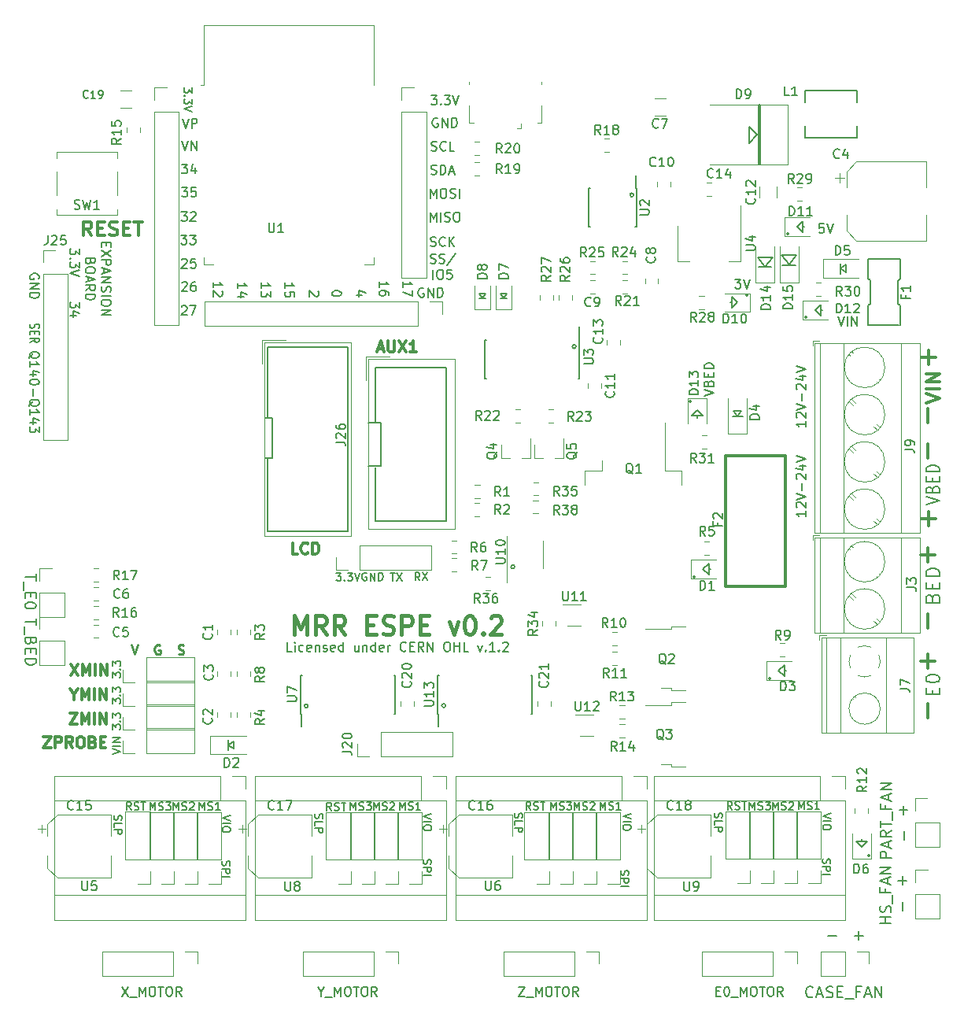
<source format=gto>
G04 #@! TF.GenerationSoftware,KiCad,Pcbnew,5.0.2-bee76a0~70~ubuntu18.04.1*
G04 #@! TF.CreationDate,2019-06-18T09:22:54+09:00*
G04 #@! TF.ProjectId,MRR_ESPE,4d52525f-4553-4504-952e-6b696361645f,v0.2*
G04 #@! TF.SameCoordinates,Original*
G04 #@! TF.FileFunction,Legend,Top*
G04 #@! TF.FilePolarity,Positive*
%FSLAX46Y46*%
G04 Gerber Fmt 4.6, Leading zero omitted, Abs format (unit mm)*
G04 Created by KiCad (PCBNEW 5.0.2-bee76a0~70~ubuntu18.04.1) date Tue 18 Jun 2019 09:22:54 AM JST*
%MOMM*%
%LPD*%
G01*
G04 APERTURE LIST*
%ADD10C,0.200000*%
%ADD11C,0.300000*%
%ADD12C,0.400000*%
%ADD13C,0.150000*%
%ADD14C,0.250000*%
%ADD15C,0.120000*%
G04 APERTURE END LIST*
D10*
X131365952Y-120809761D02*
X131325476Y-120931190D01*
X131325476Y-121133571D01*
X131365952Y-121214523D01*
X131406428Y-121255000D01*
X131487380Y-121295476D01*
X131568333Y-121295476D01*
X131649285Y-121255000D01*
X131689761Y-121214523D01*
X131730238Y-121133571D01*
X131770714Y-120971666D01*
X131811190Y-120890714D01*
X131851666Y-120850238D01*
X131932619Y-120809761D01*
X132013571Y-120809761D01*
X132094523Y-120850238D01*
X132135000Y-120890714D01*
X132175476Y-120971666D01*
X132175476Y-121174047D01*
X132135000Y-121295476D01*
X131325476Y-121659761D02*
X132175476Y-121659761D01*
X132175476Y-121983571D01*
X132135000Y-122064523D01*
X132094523Y-122105000D01*
X132013571Y-122145476D01*
X131892142Y-122145476D01*
X131811190Y-122105000D01*
X131770714Y-122064523D01*
X131730238Y-121983571D01*
X131730238Y-121659761D01*
X131325476Y-122509761D02*
X132175476Y-122509761D01*
D11*
X74863428Y-88012857D02*
X74292000Y-88012857D01*
X74292000Y-86812857D01*
X75949142Y-87898571D02*
X75892000Y-87955714D01*
X75720571Y-88012857D01*
X75606285Y-88012857D01*
X75434857Y-87955714D01*
X75320571Y-87841428D01*
X75263428Y-87727142D01*
X75206285Y-87498571D01*
X75206285Y-87327142D01*
X75263428Y-87098571D01*
X75320571Y-86984285D01*
X75434857Y-86870000D01*
X75606285Y-86812857D01*
X75720571Y-86812857D01*
X75892000Y-86870000D01*
X75949142Y-86927142D01*
X76463428Y-88012857D02*
X76463428Y-86812857D01*
X76749142Y-86812857D01*
X76920571Y-86870000D01*
X77034857Y-86984285D01*
X77092000Y-87098571D01*
X77149142Y-87327142D01*
X77149142Y-87498571D01*
X77092000Y-87727142D01*
X77034857Y-87841428D01*
X76920571Y-87955714D01*
X76749142Y-88012857D01*
X76463428Y-88012857D01*
X83492857Y-65970000D02*
X84064285Y-65970000D01*
X83378571Y-66312857D02*
X83778571Y-65112857D01*
X84178571Y-66312857D01*
X84578571Y-65112857D02*
X84578571Y-66084285D01*
X84635714Y-66198571D01*
X84692857Y-66255714D01*
X84807142Y-66312857D01*
X85035714Y-66312857D01*
X85150000Y-66255714D01*
X85207142Y-66198571D01*
X85264285Y-66084285D01*
X85264285Y-65112857D01*
X85721428Y-65112857D02*
X86521428Y-66312857D01*
X86521428Y-65112857D02*
X85721428Y-66312857D01*
X87607142Y-66312857D02*
X86921428Y-66312857D01*
X87264285Y-66312857D02*
X87264285Y-65112857D01*
X87150000Y-65284285D01*
X87035714Y-65398571D01*
X86921428Y-65455714D01*
D10*
X75960000Y-104350000D02*
G75*
G03X75960000Y-104350000I-200000J0D01*
G01*
X90760000Y-104330000D02*
G75*
G03X90760000Y-104330000I-200000J0D01*
G01*
X71628000Y-85598000D02*
X71628000Y-77724000D01*
X80264000Y-85598000D02*
X71628000Y-85598000D01*
X80264000Y-65786000D02*
X80264000Y-85598000D01*
X71628000Y-65786000D02*
X80264000Y-65786000D01*
X71628000Y-73406000D02*
X71628000Y-65786000D01*
X72136000Y-77724000D02*
X71374000Y-77724000D01*
X72136000Y-73406000D02*
X72136000Y-77724000D01*
X71374000Y-73406000D02*
X72136000Y-73406000D01*
X54261428Y-54515238D02*
X54261428Y-54848571D01*
X53737619Y-54991428D02*
X53737619Y-54515238D01*
X54737619Y-54515238D01*
X54737619Y-54991428D01*
X54737619Y-55324761D02*
X53737619Y-55991428D01*
X54737619Y-55991428D02*
X53737619Y-55324761D01*
X53737619Y-56372380D02*
X54737619Y-56372380D01*
X54737619Y-56753333D01*
X54690000Y-56848571D01*
X54642380Y-56896190D01*
X54547142Y-56943809D01*
X54404285Y-56943809D01*
X54309047Y-56896190D01*
X54261428Y-56848571D01*
X54213809Y-56753333D01*
X54213809Y-56372380D01*
X54023333Y-57324761D02*
X54023333Y-57800952D01*
X53737619Y-57229523D02*
X54737619Y-57562857D01*
X53737619Y-57896190D01*
X53737619Y-58229523D02*
X54737619Y-58229523D01*
X53737619Y-58800952D01*
X54737619Y-58800952D01*
X53785238Y-59229523D02*
X53737619Y-59372380D01*
X53737619Y-59610476D01*
X53785238Y-59705714D01*
X53832857Y-59753333D01*
X53928095Y-59800952D01*
X54023333Y-59800952D01*
X54118571Y-59753333D01*
X54166190Y-59705714D01*
X54213809Y-59610476D01*
X54261428Y-59420000D01*
X54309047Y-59324761D01*
X54356666Y-59277142D01*
X54451904Y-59229523D01*
X54547142Y-59229523D01*
X54642380Y-59277142D01*
X54690000Y-59324761D01*
X54737619Y-59420000D01*
X54737619Y-59658095D01*
X54690000Y-59800952D01*
X53737619Y-60229523D02*
X54737619Y-60229523D01*
X54737619Y-60896190D02*
X54737619Y-61086666D01*
X54690000Y-61181904D01*
X54594761Y-61277142D01*
X54404285Y-61324761D01*
X54070952Y-61324761D01*
X53880476Y-61277142D01*
X53785238Y-61181904D01*
X53737619Y-61086666D01*
X53737619Y-60896190D01*
X53785238Y-60800952D01*
X53880476Y-60705714D01*
X54070952Y-60658095D01*
X54404285Y-60658095D01*
X54594761Y-60705714D01*
X54690000Y-60800952D01*
X54737619Y-60896190D01*
X53737619Y-61753333D02*
X54737619Y-61753333D01*
X53737619Y-62324761D01*
X54737619Y-62324761D01*
X52561428Y-56539047D02*
X52513809Y-56681904D01*
X52466190Y-56729523D01*
X52370952Y-56777142D01*
X52228095Y-56777142D01*
X52132857Y-56729523D01*
X52085238Y-56681904D01*
X52037619Y-56586666D01*
X52037619Y-56205714D01*
X53037619Y-56205714D01*
X53037619Y-56539047D01*
X52990000Y-56634285D01*
X52942380Y-56681904D01*
X52847142Y-56729523D01*
X52751904Y-56729523D01*
X52656666Y-56681904D01*
X52609047Y-56634285D01*
X52561428Y-56539047D01*
X52561428Y-56205714D01*
X53037619Y-57396190D02*
X53037619Y-57586666D01*
X52990000Y-57681904D01*
X52894761Y-57777142D01*
X52704285Y-57824761D01*
X52370952Y-57824761D01*
X52180476Y-57777142D01*
X52085238Y-57681904D01*
X52037619Y-57586666D01*
X52037619Y-57396190D01*
X52085238Y-57300952D01*
X52180476Y-57205714D01*
X52370952Y-57158095D01*
X52704285Y-57158095D01*
X52894761Y-57205714D01*
X52990000Y-57300952D01*
X53037619Y-57396190D01*
X52323333Y-58205714D02*
X52323333Y-58681904D01*
X52037619Y-58110476D02*
X53037619Y-58443809D01*
X52037619Y-58777142D01*
X52037619Y-59681904D02*
X52513809Y-59348571D01*
X52037619Y-59110476D02*
X53037619Y-59110476D01*
X53037619Y-59491428D01*
X52990000Y-59586666D01*
X52942380Y-59634285D01*
X52847142Y-59681904D01*
X52704285Y-59681904D01*
X52609047Y-59634285D01*
X52561428Y-59586666D01*
X52513809Y-59491428D01*
X52513809Y-59110476D01*
X52037619Y-60110476D02*
X53037619Y-60110476D01*
X53037619Y-60348571D01*
X52990000Y-60491428D01*
X52894761Y-60586666D01*
X52799523Y-60634285D01*
X52609047Y-60681904D01*
X52466190Y-60681904D01*
X52275714Y-60634285D01*
X52180476Y-60586666D01*
X52085238Y-60491428D01*
X52037619Y-60348571D01*
X52037619Y-60110476D01*
X46077238Y-63271523D02*
X46029619Y-63385809D01*
X46029619Y-63576285D01*
X46077238Y-63652476D01*
X46124857Y-63690571D01*
X46220095Y-63728666D01*
X46315333Y-63728666D01*
X46410571Y-63690571D01*
X46458190Y-63652476D01*
X46505809Y-63576285D01*
X46553428Y-63423904D01*
X46601047Y-63347714D01*
X46648666Y-63309619D01*
X46743904Y-63271523D01*
X46839142Y-63271523D01*
X46934380Y-63309619D01*
X46982000Y-63347714D01*
X47029619Y-63423904D01*
X47029619Y-63614380D01*
X46982000Y-63728666D01*
X46553428Y-64071523D02*
X46553428Y-64338190D01*
X46029619Y-64452476D02*
X46029619Y-64071523D01*
X47029619Y-64071523D01*
X47029619Y-64452476D01*
X46029619Y-65252476D02*
X46505809Y-64985809D01*
X46029619Y-64795333D02*
X47029619Y-64795333D01*
X47029619Y-65100095D01*
X46982000Y-65176285D01*
X46934380Y-65214380D01*
X46839142Y-65252476D01*
X46696285Y-65252476D01*
X46601047Y-65214380D01*
X46553428Y-65176285D01*
X46505809Y-65100095D01*
X46505809Y-64795333D01*
X45934380Y-66992952D02*
X45982000Y-66897714D01*
X46077238Y-66802476D01*
X46220095Y-66659619D01*
X46267714Y-66564380D01*
X46267714Y-66469142D01*
X46029619Y-66516761D02*
X46077238Y-66421523D01*
X46172476Y-66326285D01*
X46362952Y-66278666D01*
X46696285Y-66278666D01*
X46886761Y-66326285D01*
X46982000Y-66421523D01*
X47029619Y-66516761D01*
X47029619Y-66707238D01*
X46982000Y-66802476D01*
X46886761Y-66897714D01*
X46696285Y-66945333D01*
X46362952Y-66945333D01*
X46172476Y-66897714D01*
X46077238Y-66802476D01*
X46029619Y-66707238D01*
X46029619Y-66516761D01*
X46029619Y-67897714D02*
X46029619Y-67326285D01*
X46029619Y-67612000D02*
X47029619Y-67612000D01*
X46886761Y-67516761D01*
X46791523Y-67421523D01*
X46743904Y-67326285D01*
X46696285Y-68754857D02*
X46029619Y-68754857D01*
X47077238Y-68516761D02*
X46362952Y-68278666D01*
X46362952Y-68897714D01*
X47029619Y-69469142D02*
X47029619Y-69564380D01*
X46982000Y-69659619D01*
X46934380Y-69707238D01*
X46839142Y-69754857D01*
X46648666Y-69802476D01*
X46410571Y-69802476D01*
X46220095Y-69754857D01*
X46124857Y-69707238D01*
X46077238Y-69659619D01*
X46029619Y-69564380D01*
X46029619Y-69469142D01*
X46077238Y-69373904D01*
X46124857Y-69326285D01*
X46220095Y-69278666D01*
X46410571Y-69231047D01*
X46648666Y-69231047D01*
X46839142Y-69278666D01*
X46934380Y-69326285D01*
X46982000Y-69373904D01*
X47029619Y-69469142D01*
X46410571Y-70231047D02*
X46410571Y-70992952D01*
X45934380Y-72135809D02*
X45982000Y-72040571D01*
X46077238Y-71945333D01*
X46220095Y-71802476D01*
X46267714Y-71707238D01*
X46267714Y-71612000D01*
X46029619Y-71659619D02*
X46077238Y-71564380D01*
X46172476Y-71469142D01*
X46362952Y-71421523D01*
X46696285Y-71421523D01*
X46886761Y-71469142D01*
X46982000Y-71564380D01*
X47029619Y-71659619D01*
X47029619Y-71850095D01*
X46982000Y-71945333D01*
X46886761Y-72040571D01*
X46696285Y-72088190D01*
X46362952Y-72088190D01*
X46172476Y-72040571D01*
X46077238Y-71945333D01*
X46029619Y-71850095D01*
X46029619Y-71659619D01*
X46029619Y-73040571D02*
X46029619Y-72469142D01*
X46029619Y-72754857D02*
X47029619Y-72754857D01*
X46886761Y-72659619D01*
X46791523Y-72564380D01*
X46743904Y-72469142D01*
X46696285Y-73897714D02*
X46029619Y-73897714D01*
X47077238Y-73659619D02*
X46362952Y-73421523D01*
X46362952Y-74040571D01*
X47029619Y-74326285D02*
X47029619Y-74945333D01*
X46648666Y-74612000D01*
X46648666Y-74754857D01*
X46601047Y-74850095D01*
X46553428Y-74897714D01*
X46458190Y-74945333D01*
X46220095Y-74945333D01*
X46124857Y-74897714D01*
X46077238Y-74850095D01*
X46029619Y-74754857D01*
X46029619Y-74469142D01*
X46077238Y-74373904D01*
X46124857Y-74326285D01*
X51347619Y-60912476D02*
X51347619Y-61531523D01*
X50966666Y-61198190D01*
X50966666Y-61341047D01*
X50919047Y-61436285D01*
X50871428Y-61483904D01*
X50776190Y-61531523D01*
X50538095Y-61531523D01*
X50442857Y-61483904D01*
X50395238Y-61436285D01*
X50347619Y-61341047D01*
X50347619Y-61055333D01*
X50395238Y-60960095D01*
X50442857Y-60912476D01*
X51014285Y-62388666D02*
X50347619Y-62388666D01*
X51395238Y-62150571D02*
X50680952Y-61912476D01*
X50680952Y-62531523D01*
X46982000Y-58420095D02*
X47029619Y-58324857D01*
X47029619Y-58182000D01*
X46982000Y-58039142D01*
X46886761Y-57943904D01*
X46791523Y-57896285D01*
X46601047Y-57848666D01*
X46458190Y-57848666D01*
X46267714Y-57896285D01*
X46172476Y-57943904D01*
X46077238Y-58039142D01*
X46029619Y-58182000D01*
X46029619Y-58277238D01*
X46077238Y-58420095D01*
X46124857Y-58467714D01*
X46458190Y-58467714D01*
X46458190Y-58277238D01*
X46029619Y-58896285D02*
X47029619Y-58896285D01*
X46029619Y-59467714D01*
X47029619Y-59467714D01*
X46029619Y-59943904D02*
X47029619Y-59943904D01*
X47029619Y-60182000D01*
X46982000Y-60324857D01*
X46886761Y-60420095D01*
X46791523Y-60467714D01*
X46601047Y-60515333D01*
X46458190Y-60515333D01*
X46267714Y-60467714D01*
X46172476Y-60420095D01*
X46077238Y-60324857D01*
X46029619Y-60182000D01*
X46029619Y-59943904D01*
X51347619Y-55165809D02*
X51347619Y-55784857D01*
X50966666Y-55451523D01*
X50966666Y-55594380D01*
X50919047Y-55689619D01*
X50871428Y-55737238D01*
X50776190Y-55784857D01*
X50538095Y-55784857D01*
X50442857Y-55737238D01*
X50395238Y-55689619D01*
X50347619Y-55594380D01*
X50347619Y-55308666D01*
X50395238Y-55213428D01*
X50442857Y-55165809D01*
X50442857Y-56213428D02*
X50395238Y-56261047D01*
X50347619Y-56213428D01*
X50395238Y-56165809D01*
X50442857Y-56213428D01*
X50347619Y-56213428D01*
X51347619Y-56594380D02*
X51347619Y-57213428D01*
X50966666Y-56880095D01*
X50966666Y-57022952D01*
X50919047Y-57118190D01*
X50871428Y-57165809D01*
X50776190Y-57213428D01*
X50538095Y-57213428D01*
X50442857Y-57165809D01*
X50395238Y-57118190D01*
X50347619Y-57022952D01*
X50347619Y-56737238D01*
X50395238Y-56642000D01*
X50442857Y-56594380D01*
X51347619Y-57499142D02*
X50347619Y-57832476D01*
X51347619Y-58165809D01*
D12*
X74502761Y-96662761D02*
X74502761Y-94662761D01*
X75169428Y-96091333D01*
X75836095Y-94662761D01*
X75836095Y-96662761D01*
X77931333Y-96662761D02*
X77264666Y-95710380D01*
X76788476Y-96662761D02*
X76788476Y-94662761D01*
X77550380Y-94662761D01*
X77740857Y-94758000D01*
X77836095Y-94853238D01*
X77931333Y-95043714D01*
X77931333Y-95329428D01*
X77836095Y-95519904D01*
X77740857Y-95615142D01*
X77550380Y-95710380D01*
X76788476Y-95710380D01*
X79931333Y-96662761D02*
X79264666Y-95710380D01*
X78788476Y-96662761D02*
X78788476Y-94662761D01*
X79550380Y-94662761D01*
X79740857Y-94758000D01*
X79836095Y-94853238D01*
X79931333Y-95043714D01*
X79931333Y-95329428D01*
X79836095Y-95519904D01*
X79740857Y-95615142D01*
X79550380Y-95710380D01*
X78788476Y-95710380D01*
X82312285Y-95615142D02*
X82978952Y-95615142D01*
X83264666Y-96662761D02*
X82312285Y-96662761D01*
X82312285Y-94662761D01*
X83264666Y-94662761D01*
X84026571Y-96567523D02*
X84312285Y-96662761D01*
X84788476Y-96662761D01*
X84978952Y-96567523D01*
X85074190Y-96472285D01*
X85169428Y-96281809D01*
X85169428Y-96091333D01*
X85074190Y-95900857D01*
X84978952Y-95805619D01*
X84788476Y-95710380D01*
X84407523Y-95615142D01*
X84217047Y-95519904D01*
X84121809Y-95424666D01*
X84026571Y-95234190D01*
X84026571Y-95043714D01*
X84121809Y-94853238D01*
X84217047Y-94758000D01*
X84407523Y-94662761D01*
X84883714Y-94662761D01*
X85169428Y-94758000D01*
X86026571Y-96662761D02*
X86026571Y-94662761D01*
X86788476Y-94662761D01*
X86978952Y-94758000D01*
X87074190Y-94853238D01*
X87169428Y-95043714D01*
X87169428Y-95329428D01*
X87074190Y-95519904D01*
X86978952Y-95615142D01*
X86788476Y-95710380D01*
X86026571Y-95710380D01*
X88026571Y-95615142D02*
X88693238Y-95615142D01*
X88978952Y-96662761D02*
X88026571Y-96662761D01*
X88026571Y-94662761D01*
X88978952Y-94662761D01*
X91169428Y-95329428D02*
X91645619Y-96662761D01*
X92121809Y-95329428D01*
X93264666Y-94662761D02*
X93455142Y-94662761D01*
X93645619Y-94758000D01*
X93740857Y-94853238D01*
X93836095Y-95043714D01*
X93931333Y-95424666D01*
X93931333Y-95900857D01*
X93836095Y-96281809D01*
X93740857Y-96472285D01*
X93645619Y-96567523D01*
X93455142Y-96662761D01*
X93264666Y-96662761D01*
X93074190Y-96567523D01*
X92978952Y-96472285D01*
X92883714Y-96281809D01*
X92788476Y-95900857D01*
X92788476Y-95424666D01*
X92883714Y-95043714D01*
X92978952Y-94853238D01*
X93074190Y-94758000D01*
X93264666Y-94662761D01*
X94788476Y-96472285D02*
X94883714Y-96567523D01*
X94788476Y-96662761D01*
X94693238Y-96567523D01*
X94788476Y-96472285D01*
X94788476Y-96662761D01*
X95645619Y-94853238D02*
X95740857Y-94758000D01*
X95931333Y-94662761D01*
X96407523Y-94662761D01*
X96598000Y-94758000D01*
X96693238Y-94853238D01*
X96788476Y-95043714D01*
X96788476Y-95234190D01*
X96693238Y-95519904D01*
X95550380Y-96662761D01*
X96788476Y-96662761D01*
D10*
X74217047Y-98496380D02*
X73740857Y-98496380D01*
X73740857Y-97496380D01*
X74550380Y-98496380D02*
X74550380Y-97829714D01*
X74550380Y-97496380D02*
X74502761Y-97544000D01*
X74550380Y-97591619D01*
X74598000Y-97544000D01*
X74550380Y-97496380D01*
X74550380Y-97591619D01*
X75455142Y-98448761D02*
X75359904Y-98496380D01*
X75169428Y-98496380D01*
X75074190Y-98448761D01*
X75026571Y-98401142D01*
X74978952Y-98305904D01*
X74978952Y-98020190D01*
X75026571Y-97924952D01*
X75074190Y-97877333D01*
X75169428Y-97829714D01*
X75359904Y-97829714D01*
X75455142Y-97877333D01*
X76264666Y-98448761D02*
X76169428Y-98496380D01*
X75978952Y-98496380D01*
X75883714Y-98448761D01*
X75836095Y-98353523D01*
X75836095Y-97972571D01*
X75883714Y-97877333D01*
X75978952Y-97829714D01*
X76169428Y-97829714D01*
X76264666Y-97877333D01*
X76312285Y-97972571D01*
X76312285Y-98067809D01*
X75836095Y-98163047D01*
X76740857Y-97829714D02*
X76740857Y-98496380D01*
X76740857Y-97924952D02*
X76788476Y-97877333D01*
X76883714Y-97829714D01*
X77026571Y-97829714D01*
X77121809Y-97877333D01*
X77169428Y-97972571D01*
X77169428Y-98496380D01*
X77598000Y-98448761D02*
X77693238Y-98496380D01*
X77883714Y-98496380D01*
X77978952Y-98448761D01*
X78026571Y-98353523D01*
X78026571Y-98305904D01*
X77978952Y-98210666D01*
X77883714Y-98163047D01*
X77740857Y-98163047D01*
X77645619Y-98115428D01*
X77598000Y-98020190D01*
X77598000Y-97972571D01*
X77645619Y-97877333D01*
X77740857Y-97829714D01*
X77883714Y-97829714D01*
X77978952Y-97877333D01*
X78836095Y-98448761D02*
X78740857Y-98496380D01*
X78550380Y-98496380D01*
X78455142Y-98448761D01*
X78407523Y-98353523D01*
X78407523Y-97972571D01*
X78455142Y-97877333D01*
X78550380Y-97829714D01*
X78740857Y-97829714D01*
X78836095Y-97877333D01*
X78883714Y-97972571D01*
X78883714Y-98067809D01*
X78407523Y-98163047D01*
X79740857Y-98496380D02*
X79740857Y-97496380D01*
X79740857Y-98448761D02*
X79645619Y-98496380D01*
X79455142Y-98496380D01*
X79359904Y-98448761D01*
X79312285Y-98401142D01*
X79264666Y-98305904D01*
X79264666Y-98020190D01*
X79312285Y-97924952D01*
X79359904Y-97877333D01*
X79455142Y-97829714D01*
X79645619Y-97829714D01*
X79740857Y-97877333D01*
X81407523Y-97829714D02*
X81407523Y-98496380D01*
X80978952Y-97829714D02*
X80978952Y-98353523D01*
X81026571Y-98448761D01*
X81121809Y-98496380D01*
X81264666Y-98496380D01*
X81359904Y-98448761D01*
X81407523Y-98401142D01*
X81883714Y-97829714D02*
X81883714Y-98496380D01*
X81883714Y-97924952D02*
X81931333Y-97877333D01*
X82026571Y-97829714D01*
X82169428Y-97829714D01*
X82264666Y-97877333D01*
X82312285Y-97972571D01*
X82312285Y-98496380D01*
X83217047Y-98496380D02*
X83217047Y-97496380D01*
X83217047Y-98448761D02*
X83121809Y-98496380D01*
X82931333Y-98496380D01*
X82836095Y-98448761D01*
X82788476Y-98401142D01*
X82740857Y-98305904D01*
X82740857Y-98020190D01*
X82788476Y-97924952D01*
X82836095Y-97877333D01*
X82931333Y-97829714D01*
X83121809Y-97829714D01*
X83217047Y-97877333D01*
X84074190Y-98448761D02*
X83978952Y-98496380D01*
X83788476Y-98496380D01*
X83693238Y-98448761D01*
X83645619Y-98353523D01*
X83645619Y-97972571D01*
X83693238Y-97877333D01*
X83788476Y-97829714D01*
X83978952Y-97829714D01*
X84074190Y-97877333D01*
X84121809Y-97972571D01*
X84121809Y-98067809D01*
X83645619Y-98163047D01*
X84550380Y-98496380D02*
X84550380Y-97829714D01*
X84550380Y-98020190D02*
X84598000Y-97924952D01*
X84645619Y-97877333D01*
X84740857Y-97829714D01*
X84836095Y-97829714D01*
X86502761Y-98401142D02*
X86455142Y-98448761D01*
X86312285Y-98496380D01*
X86217047Y-98496380D01*
X86074190Y-98448761D01*
X85978952Y-98353523D01*
X85931333Y-98258285D01*
X85883714Y-98067809D01*
X85883714Y-97924952D01*
X85931333Y-97734476D01*
X85978952Y-97639238D01*
X86074190Y-97544000D01*
X86217047Y-97496380D01*
X86312285Y-97496380D01*
X86455142Y-97544000D01*
X86502761Y-97591619D01*
X86931333Y-97972571D02*
X87264666Y-97972571D01*
X87407523Y-98496380D02*
X86931333Y-98496380D01*
X86931333Y-97496380D01*
X87407523Y-97496380D01*
X88407523Y-98496380D02*
X88074190Y-98020190D01*
X87836095Y-98496380D02*
X87836095Y-97496380D01*
X88217047Y-97496380D01*
X88312285Y-97544000D01*
X88359904Y-97591619D01*
X88407523Y-97686857D01*
X88407523Y-97829714D01*
X88359904Y-97924952D01*
X88312285Y-97972571D01*
X88217047Y-98020190D01*
X87836095Y-98020190D01*
X88836095Y-98496380D02*
X88836095Y-97496380D01*
X89407523Y-98496380D01*
X89407523Y-97496380D01*
X90836095Y-97496380D02*
X91026571Y-97496380D01*
X91121809Y-97544000D01*
X91217047Y-97639238D01*
X91264666Y-97829714D01*
X91264666Y-98163047D01*
X91217047Y-98353523D01*
X91121809Y-98448761D01*
X91026571Y-98496380D01*
X90836095Y-98496380D01*
X90740857Y-98448761D01*
X90645619Y-98353523D01*
X90598000Y-98163047D01*
X90598000Y-97829714D01*
X90645619Y-97639238D01*
X90740857Y-97544000D01*
X90836095Y-97496380D01*
X91693238Y-98496380D02*
X91693238Y-97496380D01*
X91693238Y-97972571D02*
X92264666Y-97972571D01*
X92264666Y-98496380D02*
X92264666Y-97496380D01*
X93217047Y-98496380D02*
X92740857Y-98496380D01*
X92740857Y-97496380D01*
X94217047Y-97829714D02*
X94455142Y-98496380D01*
X94693238Y-97829714D01*
X95074190Y-98401142D02*
X95121809Y-98448761D01*
X95074190Y-98496380D01*
X95026571Y-98448761D01*
X95074190Y-98401142D01*
X95074190Y-98496380D01*
X96074190Y-98496380D02*
X95502761Y-98496380D01*
X95788476Y-98496380D02*
X95788476Y-97496380D01*
X95693238Y-97639238D01*
X95598000Y-97734476D01*
X95502761Y-97782095D01*
X96502761Y-98401142D02*
X96550380Y-98448761D01*
X96502761Y-98496380D01*
X96455142Y-98448761D01*
X96502761Y-98401142D01*
X96502761Y-98496380D01*
X96931333Y-97591619D02*
X96978952Y-97544000D01*
X97074190Y-97496380D01*
X97312285Y-97496380D01*
X97407523Y-97544000D01*
X97455142Y-97591619D01*
X97502761Y-97686857D01*
X97502761Y-97782095D01*
X97455142Y-97924952D01*
X96883714Y-98496380D01*
X97502761Y-98496380D01*
X119725952Y-115888095D02*
X119685476Y-116009523D01*
X119685476Y-116211904D01*
X119725952Y-116292857D01*
X119766428Y-116333333D01*
X119847380Y-116373809D01*
X119928333Y-116373809D01*
X120009285Y-116333333D01*
X120049761Y-116292857D01*
X120090238Y-116211904D01*
X120130714Y-116050000D01*
X120171190Y-115969047D01*
X120211666Y-115928571D01*
X120292619Y-115888095D01*
X120373571Y-115888095D01*
X120454523Y-115928571D01*
X120495000Y-115969047D01*
X120535476Y-116050000D01*
X120535476Y-116252380D01*
X120495000Y-116373809D01*
X119685476Y-117142857D02*
X119685476Y-116738095D01*
X120535476Y-116738095D01*
X119685476Y-117426190D02*
X120535476Y-117426190D01*
X120535476Y-117750000D01*
X120495000Y-117830952D01*
X120454523Y-117871428D01*
X120373571Y-117911904D01*
X120252142Y-117911904D01*
X120171190Y-117871428D01*
X120130714Y-117830952D01*
X120090238Y-117750000D01*
X120090238Y-117426190D01*
X132205476Y-115909047D02*
X131355476Y-116192380D01*
X132205476Y-116475714D01*
X131355476Y-116759047D02*
X132205476Y-116759047D01*
X132205476Y-117325714D02*
X132205476Y-117487619D01*
X132165000Y-117568571D01*
X132084047Y-117649523D01*
X131922142Y-117690000D01*
X131638809Y-117690000D01*
X131476904Y-117649523D01*
X131395952Y-117568571D01*
X131355476Y-117487619D01*
X131355476Y-117325714D01*
X131395952Y-117244761D01*
X131476904Y-117163809D01*
X131638809Y-117123333D01*
X131922142Y-117123333D01*
X132084047Y-117163809D01*
X132165000Y-117244761D01*
X132205476Y-117325714D01*
X98225952Y-115918095D02*
X98185476Y-116039523D01*
X98185476Y-116241904D01*
X98225952Y-116322857D01*
X98266428Y-116363333D01*
X98347380Y-116403809D01*
X98428333Y-116403809D01*
X98509285Y-116363333D01*
X98549761Y-116322857D01*
X98590238Y-116241904D01*
X98630714Y-116080000D01*
X98671190Y-115999047D01*
X98711666Y-115958571D01*
X98792619Y-115918095D01*
X98873571Y-115918095D01*
X98954523Y-115958571D01*
X98995000Y-115999047D01*
X99035476Y-116080000D01*
X99035476Y-116282380D01*
X98995000Y-116403809D01*
X98185476Y-117172857D02*
X98185476Y-116768095D01*
X99035476Y-116768095D01*
X98185476Y-117456190D02*
X99035476Y-117456190D01*
X99035476Y-117780000D01*
X98995000Y-117860952D01*
X98954523Y-117901428D01*
X98873571Y-117941904D01*
X98752142Y-117941904D01*
X98671190Y-117901428D01*
X98630714Y-117860952D01*
X98590238Y-117780000D01*
X98590238Y-117456190D01*
X110705476Y-115939047D02*
X109855476Y-116222380D01*
X110705476Y-116505714D01*
X109855476Y-116789047D02*
X110705476Y-116789047D01*
X110705476Y-117355714D02*
X110705476Y-117517619D01*
X110665000Y-117598571D01*
X110584047Y-117679523D01*
X110422142Y-117720000D01*
X110138809Y-117720000D01*
X109976904Y-117679523D01*
X109895952Y-117598571D01*
X109855476Y-117517619D01*
X109855476Y-117355714D01*
X109895952Y-117274761D01*
X109976904Y-117193809D01*
X110138809Y-117153333D01*
X110422142Y-117153333D01*
X110584047Y-117193809D01*
X110665000Y-117274761D01*
X110705476Y-117355714D01*
X109637952Y-122065761D02*
X109597476Y-122187190D01*
X109597476Y-122389571D01*
X109637952Y-122470523D01*
X109678428Y-122511000D01*
X109759380Y-122551476D01*
X109840333Y-122551476D01*
X109921285Y-122511000D01*
X109961761Y-122470523D01*
X110002238Y-122389571D01*
X110042714Y-122227666D01*
X110083190Y-122146714D01*
X110123666Y-122106238D01*
X110204619Y-122065761D01*
X110285571Y-122065761D01*
X110366523Y-122106238D01*
X110407000Y-122146714D01*
X110447476Y-122227666D01*
X110447476Y-122430047D01*
X110407000Y-122551476D01*
X109597476Y-122915761D02*
X110447476Y-122915761D01*
X110447476Y-123239571D01*
X110407000Y-123320523D01*
X110366523Y-123361000D01*
X110285571Y-123401476D01*
X110164142Y-123401476D01*
X110083190Y-123361000D01*
X110042714Y-123320523D01*
X110002238Y-123239571D01*
X110002238Y-122915761D01*
X109597476Y-123765761D02*
X110447476Y-123765761D01*
X76765952Y-115958095D02*
X76725476Y-116079523D01*
X76725476Y-116281904D01*
X76765952Y-116362857D01*
X76806428Y-116403333D01*
X76887380Y-116443809D01*
X76968333Y-116443809D01*
X77049285Y-116403333D01*
X77089761Y-116362857D01*
X77130238Y-116281904D01*
X77170714Y-116120000D01*
X77211190Y-116039047D01*
X77251666Y-115998571D01*
X77332619Y-115958095D01*
X77413571Y-115958095D01*
X77494523Y-115998571D01*
X77535000Y-116039047D01*
X77575476Y-116120000D01*
X77575476Y-116322380D01*
X77535000Y-116443809D01*
X76725476Y-117212857D02*
X76725476Y-116808095D01*
X77575476Y-116808095D01*
X76725476Y-117496190D02*
X77575476Y-117496190D01*
X77575476Y-117820000D01*
X77535000Y-117900952D01*
X77494523Y-117941428D01*
X77413571Y-117981904D01*
X77292142Y-117981904D01*
X77211190Y-117941428D01*
X77170714Y-117900952D01*
X77130238Y-117820000D01*
X77130238Y-117496190D01*
X89245476Y-115979047D02*
X88395476Y-116262380D01*
X89245476Y-116545714D01*
X88395476Y-116829047D02*
X89245476Y-116829047D01*
X89245476Y-117395714D02*
X89245476Y-117557619D01*
X89205000Y-117638571D01*
X89124047Y-117719523D01*
X88962142Y-117760000D01*
X88678809Y-117760000D01*
X88516904Y-117719523D01*
X88435952Y-117638571D01*
X88395476Y-117557619D01*
X88395476Y-117395714D01*
X88435952Y-117314761D01*
X88516904Y-117233809D01*
X88678809Y-117193333D01*
X88962142Y-117193333D01*
X89124047Y-117233809D01*
X89205000Y-117314761D01*
X89245476Y-117395714D01*
X88405952Y-120879761D02*
X88365476Y-121001190D01*
X88365476Y-121203571D01*
X88405952Y-121284523D01*
X88446428Y-121325000D01*
X88527380Y-121365476D01*
X88608333Y-121365476D01*
X88689285Y-121325000D01*
X88729761Y-121284523D01*
X88770238Y-121203571D01*
X88810714Y-121041666D01*
X88851190Y-120960714D01*
X88891666Y-120920238D01*
X88972619Y-120879761D01*
X89053571Y-120879761D01*
X89134523Y-120920238D01*
X89175000Y-120960714D01*
X89215476Y-121041666D01*
X89215476Y-121244047D01*
X89175000Y-121365476D01*
X88365476Y-121729761D02*
X89215476Y-121729761D01*
X89215476Y-122053571D01*
X89175000Y-122134523D01*
X89134523Y-122175000D01*
X89053571Y-122215476D01*
X88932142Y-122215476D01*
X88851190Y-122175000D01*
X88810714Y-122134523D01*
X88770238Y-122053571D01*
X88770238Y-121729761D01*
X88365476Y-122579761D02*
X89215476Y-122579761D01*
X55125952Y-116128095D02*
X55085476Y-116249523D01*
X55085476Y-116451904D01*
X55125952Y-116532857D01*
X55166428Y-116573333D01*
X55247380Y-116613809D01*
X55328333Y-116613809D01*
X55409285Y-116573333D01*
X55449761Y-116532857D01*
X55490238Y-116451904D01*
X55530714Y-116290000D01*
X55571190Y-116209047D01*
X55611666Y-116168571D01*
X55692619Y-116128095D01*
X55773571Y-116128095D01*
X55854523Y-116168571D01*
X55895000Y-116209047D01*
X55935476Y-116290000D01*
X55935476Y-116492380D01*
X55895000Y-116613809D01*
X55085476Y-117382857D02*
X55085476Y-116978095D01*
X55935476Y-116978095D01*
X55085476Y-117666190D02*
X55935476Y-117666190D01*
X55935476Y-117990000D01*
X55895000Y-118070952D01*
X55854523Y-118111428D01*
X55773571Y-118151904D01*
X55652142Y-118151904D01*
X55571190Y-118111428D01*
X55530714Y-118070952D01*
X55490238Y-117990000D01*
X55490238Y-117666190D01*
X66765952Y-121049761D02*
X66725476Y-121171190D01*
X66725476Y-121373571D01*
X66765952Y-121454523D01*
X66806428Y-121495000D01*
X66887380Y-121535476D01*
X66968333Y-121535476D01*
X67049285Y-121495000D01*
X67089761Y-121454523D01*
X67130238Y-121373571D01*
X67170714Y-121211666D01*
X67211190Y-121130714D01*
X67251666Y-121090238D01*
X67332619Y-121049761D01*
X67413571Y-121049761D01*
X67494523Y-121090238D01*
X67535000Y-121130714D01*
X67575476Y-121211666D01*
X67575476Y-121414047D01*
X67535000Y-121535476D01*
X66725476Y-121899761D02*
X67575476Y-121899761D01*
X67575476Y-122223571D01*
X67535000Y-122304523D01*
X67494523Y-122345000D01*
X67413571Y-122385476D01*
X67292142Y-122385476D01*
X67211190Y-122345000D01*
X67170714Y-122304523D01*
X67130238Y-122223571D01*
X67130238Y-121899761D01*
X66725476Y-122749761D02*
X67575476Y-122749761D01*
X67605476Y-116149047D02*
X66755476Y-116432380D01*
X67605476Y-116715714D01*
X66755476Y-116999047D02*
X67605476Y-116999047D01*
X67605476Y-117565714D02*
X67605476Y-117727619D01*
X67565000Y-117808571D01*
X67484047Y-117889523D01*
X67322142Y-117930000D01*
X67038809Y-117930000D01*
X66876904Y-117889523D01*
X66795952Y-117808571D01*
X66755476Y-117727619D01*
X66755476Y-117565714D01*
X66795952Y-117484761D01*
X66876904Y-117403809D01*
X67038809Y-117363333D01*
X67322142Y-117363333D01*
X67484047Y-117403809D01*
X67565000Y-117484761D01*
X67605476Y-117565714D01*
X126984203Y-56940198D02*
X128434203Y-56940198D01*
X124434022Y-57143710D02*
X125784022Y-57143710D01*
X127734203Y-56890198D02*
X126884203Y-55890198D01*
X128534203Y-55890198D02*
X127734203Y-56890198D01*
X126934203Y-55890198D02*
X128534203Y-55890198D01*
X125134022Y-57093710D02*
X124334022Y-56093710D01*
X125934022Y-56093710D02*
X125134022Y-57093710D01*
X124334022Y-56093710D02*
X125934022Y-56093710D01*
D13*
X54934523Y-109530952D02*
X55784523Y-109247619D01*
X54934523Y-108964285D01*
X55784523Y-108680952D02*
X54934523Y-108680952D01*
X55784523Y-108276190D02*
X54934523Y-108276190D01*
X55784523Y-107790476D01*
X54934523Y-107790476D01*
X54934523Y-106890476D02*
X54934523Y-106364285D01*
X55258333Y-106647619D01*
X55258333Y-106526190D01*
X55298809Y-106445238D01*
X55339285Y-106404761D01*
X55420238Y-106364285D01*
X55622619Y-106364285D01*
X55703571Y-106404761D01*
X55744047Y-106445238D01*
X55784523Y-106526190D01*
X55784523Y-106769047D01*
X55744047Y-106850000D01*
X55703571Y-106890476D01*
X55703571Y-106000000D02*
X55744047Y-105959523D01*
X55784523Y-106000000D01*
X55744047Y-106040476D01*
X55703571Y-106000000D01*
X55784523Y-106000000D01*
X54934523Y-105676190D02*
X54934523Y-105150000D01*
X55258333Y-105433333D01*
X55258333Y-105311904D01*
X55298809Y-105230952D01*
X55339285Y-105190476D01*
X55420238Y-105150000D01*
X55622619Y-105150000D01*
X55703571Y-105190476D01*
X55744047Y-105230952D01*
X55784523Y-105311904D01*
X55784523Y-105554761D01*
X55744047Y-105635714D01*
X55703571Y-105676190D01*
X54934523Y-104090476D02*
X54934523Y-103564285D01*
X55258333Y-103847619D01*
X55258333Y-103726190D01*
X55298809Y-103645238D01*
X55339285Y-103604761D01*
X55420238Y-103564285D01*
X55622619Y-103564285D01*
X55703571Y-103604761D01*
X55744047Y-103645238D01*
X55784523Y-103726190D01*
X55784523Y-103969047D01*
X55744047Y-104050000D01*
X55703571Y-104090476D01*
X55703571Y-103200000D02*
X55744047Y-103159523D01*
X55784523Y-103200000D01*
X55744047Y-103240476D01*
X55703571Y-103200000D01*
X55784523Y-103200000D01*
X54934523Y-102876190D02*
X54934523Y-102350000D01*
X55258333Y-102633333D01*
X55258333Y-102511904D01*
X55298809Y-102430952D01*
X55339285Y-102390476D01*
X55420238Y-102350000D01*
X55622619Y-102350000D01*
X55703571Y-102390476D01*
X55744047Y-102430952D01*
X55784523Y-102511904D01*
X55784523Y-102754761D01*
X55744047Y-102835714D01*
X55703571Y-102876190D01*
X54934523Y-101290476D02*
X54934523Y-100764285D01*
X55258333Y-101047619D01*
X55258333Y-100926190D01*
X55298809Y-100845238D01*
X55339285Y-100804761D01*
X55420238Y-100764285D01*
X55622619Y-100764285D01*
X55703571Y-100804761D01*
X55744047Y-100845238D01*
X55784523Y-100926190D01*
X55784523Y-101169047D01*
X55744047Y-101250000D01*
X55703571Y-101290476D01*
X55703571Y-100400000D02*
X55744047Y-100359523D01*
X55784523Y-100400000D01*
X55744047Y-100440476D01*
X55703571Y-100400000D01*
X55784523Y-100400000D01*
X54934523Y-100076190D02*
X54934523Y-99550000D01*
X55258333Y-99833333D01*
X55258333Y-99711904D01*
X55298809Y-99630952D01*
X55339285Y-99590476D01*
X55420238Y-99550000D01*
X55622619Y-99550000D01*
X55703571Y-99590476D01*
X55744047Y-99630952D01*
X55784523Y-99711904D01*
X55784523Y-99954761D01*
X55744047Y-100035714D01*
X55703571Y-100076190D01*
D10*
X98200000Y-89400000D02*
G75*
G03X98200000Y-89400000I-200000J0D01*
G01*
X104800000Y-65700000D02*
G75*
G03X104800000Y-65700000I-200000J0D01*
G01*
X111000000Y-49400000D02*
G75*
G03X111000000Y-49400000I-200000J0D01*
G01*
X118578380Y-70975714D02*
X119578380Y-70642380D01*
X118578380Y-70309047D01*
X119054571Y-69642380D02*
X119102190Y-69499523D01*
X119149809Y-69451904D01*
X119245047Y-69404285D01*
X119387904Y-69404285D01*
X119483142Y-69451904D01*
X119530761Y-69499523D01*
X119578380Y-69594761D01*
X119578380Y-69975714D01*
X118578380Y-69975714D01*
X118578380Y-69642380D01*
X118626000Y-69547142D01*
X118673619Y-69499523D01*
X118768857Y-69451904D01*
X118864095Y-69451904D01*
X118959333Y-69499523D01*
X119006952Y-69547142D01*
X119054571Y-69642380D01*
X119054571Y-69975714D01*
X119054571Y-68975714D02*
X119054571Y-68642380D01*
X119578380Y-68499523D02*
X119578380Y-68975714D01*
X118578380Y-68975714D01*
X118578380Y-68499523D01*
X119578380Y-68070952D02*
X118578380Y-68070952D01*
X118578380Y-67832857D01*
X118626000Y-67690000D01*
X118721238Y-67594761D01*
X118816476Y-67547142D01*
X119006952Y-67499523D01*
X119149809Y-67499523D01*
X119340285Y-67547142D01*
X119435523Y-67594761D01*
X119530761Y-67690000D01*
X119578380Y-67832857D01*
X119578380Y-68070952D01*
X132974761Y-62452380D02*
X133308095Y-63452380D01*
X133641428Y-62452380D01*
X133974761Y-63452380D02*
X133974761Y-62452380D01*
X134450952Y-63452380D02*
X134450952Y-62452380D01*
X135022380Y-63452380D01*
X135022380Y-62452380D01*
X131449523Y-52492380D02*
X130973333Y-52492380D01*
X130925714Y-52968571D01*
X130973333Y-52920952D01*
X131068571Y-52873333D01*
X131306666Y-52873333D01*
X131401904Y-52920952D01*
X131449523Y-52968571D01*
X131497142Y-53063809D01*
X131497142Y-53301904D01*
X131449523Y-53397142D01*
X131401904Y-53444761D01*
X131306666Y-53492380D01*
X131068571Y-53492380D01*
X130973333Y-53444761D01*
X130925714Y-53397142D01*
X131782857Y-52492380D02*
X132116190Y-53492380D01*
X132449523Y-52492380D01*
X121908095Y-58462380D02*
X122527142Y-58462380D01*
X122193809Y-58843333D01*
X122336666Y-58843333D01*
X122431904Y-58890952D01*
X122479523Y-58938571D01*
X122527142Y-59033809D01*
X122527142Y-59271904D01*
X122479523Y-59367142D01*
X122431904Y-59414761D01*
X122336666Y-59462380D01*
X122050952Y-59462380D01*
X121955714Y-59414761D01*
X121908095Y-59367142D01*
X122812857Y-58462380D02*
X123146190Y-59462380D01*
X123479523Y-58462380D01*
X83184000Y-84443000D02*
X83184000Y-78718000D01*
X83509000Y-84443000D02*
X83184000Y-84443000D01*
X90809000Y-84443000D02*
X83509000Y-84443000D01*
X90809000Y-67993000D02*
X90809000Y-84443000D01*
X83184000Y-67993000D02*
X90809000Y-67993000D01*
X83184000Y-73918000D02*
X83184000Y-67993000D01*
X83834000Y-78593000D02*
X82484000Y-78593000D01*
X83834000Y-73918000D02*
X83834000Y-78593000D01*
X82484000Y-73918000D02*
X83834000Y-73918000D01*
X65760569Y-59355060D02*
X65760569Y-58783632D01*
X65760569Y-59069346D02*
X66760569Y-59069346D01*
X66617711Y-58974108D01*
X66522473Y-58878870D01*
X66474854Y-58783632D01*
X66665330Y-59736013D02*
X66712950Y-59783632D01*
X66760569Y-59878870D01*
X66760569Y-60116965D01*
X66712950Y-60212203D01*
X66665330Y-60259822D01*
X66570092Y-60307441D01*
X66474854Y-60307441D01*
X66331997Y-60259822D01*
X65760569Y-59688394D01*
X65760569Y-60307441D01*
X68385569Y-59455060D02*
X68385569Y-58883632D01*
X68385569Y-59169346D02*
X69385569Y-59169346D01*
X69242711Y-59074108D01*
X69147473Y-58978870D01*
X69099854Y-58883632D01*
X69052235Y-60312203D02*
X68385569Y-60312203D01*
X69433188Y-60074108D02*
X68718902Y-59836013D01*
X68718902Y-60455060D01*
X70910569Y-59430060D02*
X70910569Y-58858632D01*
X70910569Y-59144346D02*
X71910569Y-59144346D01*
X71767711Y-59049108D01*
X71672473Y-58953870D01*
X71624854Y-58858632D01*
X71910569Y-59763394D02*
X71910569Y-60382441D01*
X71529616Y-60049108D01*
X71529616Y-60191965D01*
X71481997Y-60287203D01*
X71434378Y-60334822D01*
X71339140Y-60382441D01*
X71101045Y-60382441D01*
X71005807Y-60334822D01*
X70958188Y-60287203D01*
X70910569Y-60191965D01*
X70910569Y-59906251D01*
X70958188Y-59811013D01*
X71005807Y-59763394D01*
X73485569Y-59430060D02*
X73485569Y-58858632D01*
X73485569Y-59144346D02*
X74485569Y-59144346D01*
X74342711Y-59049108D01*
X74247473Y-58953870D01*
X74199854Y-58858632D01*
X74485569Y-60334822D02*
X74485569Y-59858632D01*
X74009378Y-59811013D01*
X74056997Y-59858632D01*
X74104616Y-59953870D01*
X74104616Y-60191965D01*
X74056997Y-60287203D01*
X74009378Y-60334822D01*
X73914140Y-60382441D01*
X73676045Y-60382441D01*
X73580807Y-60334822D01*
X73533188Y-60287203D01*
X73485569Y-60191965D01*
X73485569Y-59953870D01*
X73533188Y-59858632D01*
X73580807Y-59811013D01*
X77040330Y-59734822D02*
X77087950Y-59782441D01*
X77135569Y-59877679D01*
X77135569Y-60115775D01*
X77087950Y-60211013D01*
X77040330Y-60258632D01*
X76945092Y-60306251D01*
X76849854Y-60306251D01*
X76706997Y-60258632D01*
X76135569Y-59687203D01*
X76135569Y-60306251D01*
X79535569Y-59947917D02*
X79535569Y-60043156D01*
X79487950Y-60138394D01*
X79440330Y-60186013D01*
X79345092Y-60233632D01*
X79154616Y-60281251D01*
X78916521Y-60281251D01*
X78726045Y-60233632D01*
X78630807Y-60186013D01*
X78583188Y-60138394D01*
X78535569Y-60043156D01*
X78535569Y-59947917D01*
X78583188Y-59852679D01*
X78630807Y-59805060D01*
X78726045Y-59757441D01*
X78916521Y-59709822D01*
X79154616Y-59709822D01*
X79345092Y-59757441D01*
X79440330Y-59805060D01*
X79487950Y-59852679D01*
X79535569Y-59947917D01*
X81802235Y-60186013D02*
X81135569Y-60186013D01*
X82183188Y-59947917D02*
X81468902Y-59709822D01*
X81468902Y-60328870D01*
X83660569Y-59305060D02*
X83660569Y-58733632D01*
X83660569Y-59019346D02*
X84660569Y-59019346D01*
X84517711Y-58924108D01*
X84422473Y-58828870D01*
X84374854Y-58733632D01*
X84660569Y-60162203D02*
X84660569Y-59971727D01*
X84612950Y-59876489D01*
X84565330Y-59828870D01*
X84422473Y-59733632D01*
X84231997Y-59686013D01*
X83851045Y-59686013D01*
X83755807Y-59733632D01*
X83708188Y-59781251D01*
X83660569Y-59876489D01*
X83660569Y-60066965D01*
X83708188Y-60162203D01*
X83755807Y-60209822D01*
X83851045Y-60257441D01*
X84089140Y-60257441D01*
X84184378Y-60209822D01*
X84231997Y-60162203D01*
X84279616Y-60066965D01*
X84279616Y-59876489D01*
X84231997Y-59781251D01*
X84184378Y-59733632D01*
X84089140Y-59686013D01*
X86185569Y-59305060D02*
X86185569Y-58733632D01*
X86185569Y-59019346D02*
X87185569Y-59019346D01*
X87042711Y-58924108D01*
X86947473Y-58828870D01*
X86899854Y-58733632D01*
X87185569Y-59638394D02*
X87185569Y-60305060D01*
X86185569Y-59876489D01*
X88392095Y-59444000D02*
X88296857Y-59396380D01*
X88154000Y-59396380D01*
X88011142Y-59444000D01*
X87915904Y-59539238D01*
X87868285Y-59634476D01*
X87820666Y-59824952D01*
X87820666Y-59967809D01*
X87868285Y-60158285D01*
X87915904Y-60253523D01*
X88011142Y-60348761D01*
X88154000Y-60396380D01*
X88249238Y-60396380D01*
X88392095Y-60348761D01*
X88439714Y-60301142D01*
X88439714Y-59967809D01*
X88249238Y-59967809D01*
X88868285Y-60396380D02*
X88868285Y-59396380D01*
X89439714Y-60396380D01*
X89439714Y-59396380D01*
X89915904Y-60396380D02*
X89915904Y-59396380D01*
X90154000Y-59396380D01*
X90296857Y-59444000D01*
X90392095Y-59539238D01*
X90439714Y-59634476D01*
X90487333Y-59824952D01*
X90487333Y-59967809D01*
X90439714Y-60158285D01*
X90392095Y-60253523D01*
X90296857Y-60348761D01*
X90154000Y-60396380D01*
X89915904Y-60396380D01*
X62363494Y-61416342D02*
X62411113Y-61368723D01*
X62506351Y-61321103D01*
X62744446Y-61321103D01*
X62839684Y-61368723D01*
X62887303Y-61416342D01*
X62934922Y-61511580D01*
X62934922Y-61606818D01*
X62887303Y-61749675D01*
X62315875Y-62321103D01*
X62934922Y-62321103D01*
X63268256Y-61321103D02*
X63934922Y-61321103D01*
X63506351Y-62321103D01*
X62388494Y-58841342D02*
X62436113Y-58793723D01*
X62531351Y-58746103D01*
X62769446Y-58746103D01*
X62864684Y-58793723D01*
X62912303Y-58841342D01*
X62959922Y-58936580D01*
X62959922Y-59031818D01*
X62912303Y-59174675D01*
X62340875Y-59746103D01*
X62959922Y-59746103D01*
X63817065Y-58746103D02*
X63626589Y-58746103D01*
X63531351Y-58793723D01*
X63483732Y-58841342D01*
X63388494Y-58984199D01*
X63340875Y-59174675D01*
X63340875Y-59555627D01*
X63388494Y-59650865D01*
X63436113Y-59698484D01*
X63531351Y-59746103D01*
X63721827Y-59746103D01*
X63817065Y-59698484D01*
X63864684Y-59650865D01*
X63912303Y-59555627D01*
X63912303Y-59317532D01*
X63864684Y-59222294D01*
X63817065Y-59174675D01*
X63721827Y-59127056D01*
X63531351Y-59127056D01*
X63436113Y-59174675D01*
X63388494Y-59222294D01*
X63340875Y-59317532D01*
X62363494Y-56366342D02*
X62411113Y-56318723D01*
X62506351Y-56271103D01*
X62744446Y-56271103D01*
X62839684Y-56318723D01*
X62887303Y-56366342D01*
X62934922Y-56461580D01*
X62934922Y-56556818D01*
X62887303Y-56699675D01*
X62315875Y-57271103D01*
X62934922Y-57271103D01*
X63839684Y-56271103D02*
X63363494Y-56271103D01*
X63315875Y-56747294D01*
X63363494Y-56699675D01*
X63458732Y-56652056D01*
X63696827Y-56652056D01*
X63792065Y-56699675D01*
X63839684Y-56747294D01*
X63887303Y-56842532D01*
X63887303Y-57080627D01*
X63839684Y-57175865D01*
X63792065Y-57223484D01*
X63696827Y-57271103D01*
X63458732Y-57271103D01*
X63363494Y-57223484D01*
X63315875Y-57175865D01*
X62290875Y-53721103D02*
X62909922Y-53721103D01*
X62576589Y-54102056D01*
X62719446Y-54102056D01*
X62814684Y-54149675D01*
X62862303Y-54197294D01*
X62909922Y-54292532D01*
X62909922Y-54530627D01*
X62862303Y-54625865D01*
X62814684Y-54673484D01*
X62719446Y-54721103D01*
X62433732Y-54721103D01*
X62338494Y-54673484D01*
X62290875Y-54625865D01*
X63243256Y-53721103D02*
X63862303Y-53721103D01*
X63528970Y-54102056D01*
X63671827Y-54102056D01*
X63767065Y-54149675D01*
X63814684Y-54197294D01*
X63862303Y-54292532D01*
X63862303Y-54530627D01*
X63814684Y-54625865D01*
X63767065Y-54673484D01*
X63671827Y-54721103D01*
X63386113Y-54721103D01*
X63290875Y-54673484D01*
X63243256Y-54625865D01*
X62315875Y-51221103D02*
X62934922Y-51221103D01*
X62601589Y-51602056D01*
X62744446Y-51602056D01*
X62839684Y-51649675D01*
X62887303Y-51697294D01*
X62934922Y-51792532D01*
X62934922Y-52030627D01*
X62887303Y-52125865D01*
X62839684Y-52173484D01*
X62744446Y-52221103D01*
X62458732Y-52221103D01*
X62363494Y-52173484D01*
X62315875Y-52125865D01*
X63315875Y-51316342D02*
X63363494Y-51268723D01*
X63458732Y-51221103D01*
X63696827Y-51221103D01*
X63792065Y-51268723D01*
X63839684Y-51316342D01*
X63887303Y-51411580D01*
X63887303Y-51506818D01*
X63839684Y-51649675D01*
X63268256Y-52221103D01*
X63887303Y-52221103D01*
X62365875Y-48596103D02*
X62984922Y-48596103D01*
X62651589Y-48977056D01*
X62794446Y-48977056D01*
X62889684Y-49024675D01*
X62937303Y-49072294D01*
X62984922Y-49167532D01*
X62984922Y-49405627D01*
X62937303Y-49500865D01*
X62889684Y-49548484D01*
X62794446Y-49596103D01*
X62508732Y-49596103D01*
X62413494Y-49548484D01*
X62365875Y-49500865D01*
X63889684Y-48596103D02*
X63413494Y-48596103D01*
X63365875Y-49072294D01*
X63413494Y-49024675D01*
X63508732Y-48977056D01*
X63746827Y-48977056D01*
X63842065Y-49024675D01*
X63889684Y-49072294D01*
X63937303Y-49167532D01*
X63937303Y-49405627D01*
X63889684Y-49500865D01*
X63842065Y-49548484D01*
X63746827Y-49596103D01*
X63508732Y-49596103D01*
X63413494Y-49548484D01*
X63365875Y-49500865D01*
X62365875Y-46096103D02*
X62984922Y-46096103D01*
X62651589Y-46477056D01*
X62794446Y-46477056D01*
X62889684Y-46524675D01*
X62937303Y-46572294D01*
X62984922Y-46667532D01*
X62984922Y-46905627D01*
X62937303Y-47000865D01*
X62889684Y-47048484D01*
X62794446Y-47096103D01*
X62508732Y-47096103D01*
X62413494Y-47048484D01*
X62365875Y-47000865D01*
X63842065Y-46429437D02*
X63842065Y-47096103D01*
X63603970Y-46048484D02*
X63365875Y-46762770D01*
X63984922Y-46762770D01*
X62405256Y-43621103D02*
X62738589Y-44621103D01*
X63071922Y-43621103D01*
X63405256Y-44621103D02*
X63405256Y-43621103D01*
X63976684Y-44621103D01*
X63976684Y-43621103D01*
X62454065Y-41196103D02*
X62787399Y-42196103D01*
X63120732Y-41196103D01*
X63454065Y-42196103D02*
X63454065Y-41196103D01*
X63835018Y-41196103D01*
X63930256Y-41243723D01*
X63977875Y-41291342D01*
X64025494Y-41386580D01*
X64025494Y-41529437D01*
X63977875Y-41624675D01*
X63930256Y-41672294D01*
X63835018Y-41719913D01*
X63454065Y-41719913D01*
X63457476Y-37861238D02*
X63457476Y-38387428D01*
X63133666Y-38104095D01*
X63133666Y-38225523D01*
X63093190Y-38306476D01*
X63052714Y-38346952D01*
X62971761Y-38387428D01*
X62769380Y-38387428D01*
X62688428Y-38346952D01*
X62647952Y-38306476D01*
X62607476Y-38225523D01*
X62607476Y-37982666D01*
X62647952Y-37901714D01*
X62688428Y-37861238D01*
X62688428Y-38751714D02*
X62647952Y-38792190D01*
X62607476Y-38751714D01*
X62647952Y-38711238D01*
X62688428Y-38751714D01*
X62607476Y-38751714D01*
X63457476Y-39075523D02*
X63457476Y-39601714D01*
X63133666Y-39318380D01*
X63133666Y-39439809D01*
X63093190Y-39520761D01*
X63052714Y-39561238D01*
X62971761Y-39601714D01*
X62769380Y-39601714D01*
X62688428Y-39561238D01*
X62647952Y-39520761D01*
X62607476Y-39439809D01*
X62607476Y-39196952D01*
X62647952Y-39116000D01*
X62688428Y-39075523D01*
X63457476Y-39844571D02*
X62607476Y-40127904D01*
X63457476Y-40411238D01*
X89138285Y-56704761D02*
X89281142Y-56752380D01*
X89519238Y-56752380D01*
X89614476Y-56704761D01*
X89662095Y-56657142D01*
X89709714Y-56561904D01*
X89709714Y-56466666D01*
X89662095Y-56371428D01*
X89614476Y-56323809D01*
X89519238Y-56276190D01*
X89328761Y-56228571D01*
X89233523Y-56180952D01*
X89185904Y-56133333D01*
X89138285Y-56038095D01*
X89138285Y-55942857D01*
X89185904Y-55847619D01*
X89233523Y-55800000D01*
X89328761Y-55752380D01*
X89566857Y-55752380D01*
X89709714Y-55800000D01*
X90090666Y-56704761D02*
X90233523Y-56752380D01*
X90471619Y-56752380D01*
X90566857Y-56704761D01*
X90614476Y-56657142D01*
X90662095Y-56561904D01*
X90662095Y-56466666D01*
X90614476Y-56371428D01*
X90566857Y-56323809D01*
X90471619Y-56276190D01*
X90281142Y-56228571D01*
X90185904Y-56180952D01*
X90138285Y-56133333D01*
X90090666Y-56038095D01*
X90090666Y-55942857D01*
X90138285Y-55847619D01*
X90185904Y-55800000D01*
X90281142Y-55752380D01*
X90519238Y-55752380D01*
X90662095Y-55800000D01*
X91804952Y-55704761D02*
X90947809Y-56990476D01*
X89424000Y-58452380D02*
X89424000Y-57452380D01*
X90090666Y-57452380D02*
X90281142Y-57452380D01*
X90376380Y-57500000D01*
X90471619Y-57595238D01*
X90519238Y-57785714D01*
X90519238Y-58119047D01*
X90471619Y-58309523D01*
X90376380Y-58404761D01*
X90281142Y-58452380D01*
X90090666Y-58452380D01*
X89995428Y-58404761D01*
X89900190Y-58309523D01*
X89852571Y-58119047D01*
X89852571Y-57785714D01*
X89900190Y-57595238D01*
X89995428Y-57500000D01*
X90090666Y-57452380D01*
X91424000Y-57452380D02*
X90947809Y-57452380D01*
X90900190Y-57928571D01*
X90947809Y-57880952D01*
X91043047Y-57833333D01*
X91281142Y-57833333D01*
X91376380Y-57880952D01*
X91424000Y-57928571D01*
X91471619Y-58023809D01*
X91471619Y-58261904D01*
X91424000Y-58357142D01*
X91376380Y-58404761D01*
X91281142Y-58452380D01*
X91043047Y-58452380D01*
X90947809Y-58404761D01*
X90900190Y-58357142D01*
X89138285Y-54865853D02*
X89281142Y-54913472D01*
X89519238Y-54913472D01*
X89614476Y-54865853D01*
X89662095Y-54818234D01*
X89709714Y-54722996D01*
X89709714Y-54627758D01*
X89662095Y-54532520D01*
X89614476Y-54484901D01*
X89519238Y-54437282D01*
X89328761Y-54389663D01*
X89233523Y-54342044D01*
X89185904Y-54294425D01*
X89138285Y-54199187D01*
X89138285Y-54103949D01*
X89185904Y-54008711D01*
X89233523Y-53961092D01*
X89328761Y-53913472D01*
X89566857Y-53913472D01*
X89709714Y-53961092D01*
X90709714Y-54818234D02*
X90662095Y-54865853D01*
X90519238Y-54913472D01*
X90424000Y-54913472D01*
X90281142Y-54865853D01*
X90185904Y-54770615D01*
X90138285Y-54675377D01*
X90090666Y-54484901D01*
X90090666Y-54342044D01*
X90138285Y-54151568D01*
X90185904Y-54056330D01*
X90281142Y-53961092D01*
X90424000Y-53913472D01*
X90519238Y-53913472D01*
X90662095Y-53961092D01*
X90709714Y-54008711D01*
X91138285Y-54913472D02*
X91138285Y-53913472D01*
X91709714Y-54913472D02*
X91281142Y-54342044D01*
X91709714Y-53913472D02*
X91138285Y-54484901D01*
X89106571Y-52268380D02*
X89106571Y-51268380D01*
X89439904Y-51982666D01*
X89773238Y-51268380D01*
X89773238Y-52268380D01*
X90249428Y-52268380D02*
X90249428Y-51268380D01*
X90678000Y-52220761D02*
X90820857Y-52268380D01*
X91058952Y-52268380D01*
X91154190Y-52220761D01*
X91201809Y-52173142D01*
X91249428Y-52077904D01*
X91249428Y-51982666D01*
X91201809Y-51887428D01*
X91154190Y-51839809D01*
X91058952Y-51792190D01*
X90868476Y-51744571D01*
X90773238Y-51696952D01*
X90725619Y-51649333D01*
X90678000Y-51554095D01*
X90678000Y-51458857D01*
X90725619Y-51363619D01*
X90773238Y-51316000D01*
X90868476Y-51268380D01*
X91106571Y-51268380D01*
X91249428Y-51316000D01*
X91868476Y-51268380D02*
X92058952Y-51268380D01*
X92154190Y-51316000D01*
X92249428Y-51411238D01*
X92297047Y-51601714D01*
X92297047Y-51935047D01*
X92249428Y-52125523D01*
X92154190Y-52220761D01*
X92058952Y-52268380D01*
X91868476Y-52268380D01*
X91773238Y-52220761D01*
X91678000Y-52125523D01*
X91630380Y-51935047D01*
X91630380Y-51601714D01*
X91678000Y-51411238D01*
X91773238Y-51316000D01*
X91868476Y-51268380D01*
X89106571Y-49728380D02*
X89106571Y-48728380D01*
X89439904Y-49442666D01*
X89773238Y-48728380D01*
X89773238Y-49728380D01*
X90439904Y-48728380D02*
X90630380Y-48728380D01*
X90725619Y-48776000D01*
X90820857Y-48871238D01*
X90868476Y-49061714D01*
X90868476Y-49395047D01*
X90820857Y-49585523D01*
X90725619Y-49680761D01*
X90630380Y-49728380D01*
X90439904Y-49728380D01*
X90344666Y-49680761D01*
X90249428Y-49585523D01*
X90201809Y-49395047D01*
X90201809Y-49061714D01*
X90249428Y-48871238D01*
X90344666Y-48776000D01*
X90439904Y-48728380D01*
X91249428Y-49680761D02*
X91392285Y-49728380D01*
X91630380Y-49728380D01*
X91725619Y-49680761D01*
X91773238Y-49633142D01*
X91820857Y-49537904D01*
X91820857Y-49442666D01*
X91773238Y-49347428D01*
X91725619Y-49299809D01*
X91630380Y-49252190D01*
X91439904Y-49204571D01*
X91344666Y-49156952D01*
X91297047Y-49109333D01*
X91249428Y-49014095D01*
X91249428Y-48918857D01*
X91297047Y-48823619D01*
X91344666Y-48776000D01*
X91439904Y-48728380D01*
X91678000Y-48728380D01*
X91820857Y-48776000D01*
X92249428Y-49728380D02*
X92249428Y-48728380D01*
X89209714Y-47140853D02*
X89352571Y-47188472D01*
X89590666Y-47188472D01*
X89685904Y-47140853D01*
X89733523Y-47093234D01*
X89781142Y-46997996D01*
X89781142Y-46902758D01*
X89733523Y-46807520D01*
X89685904Y-46759901D01*
X89590666Y-46712282D01*
X89400190Y-46664663D01*
X89304952Y-46617044D01*
X89257333Y-46569425D01*
X89209714Y-46474187D01*
X89209714Y-46378949D01*
X89257333Y-46283711D01*
X89304952Y-46236092D01*
X89400190Y-46188472D01*
X89638285Y-46188472D01*
X89781142Y-46236092D01*
X90209714Y-47188472D02*
X90209714Y-46188472D01*
X90447809Y-46188472D01*
X90590666Y-46236092D01*
X90685904Y-46331330D01*
X90733523Y-46426568D01*
X90781142Y-46617044D01*
X90781142Y-46759901D01*
X90733523Y-46950377D01*
X90685904Y-47045615D01*
X90590666Y-47140853D01*
X90447809Y-47188472D01*
X90209714Y-47188472D01*
X91162095Y-46902758D02*
X91638285Y-46902758D01*
X91066857Y-47188472D02*
X91400190Y-46188472D01*
X91733523Y-47188472D01*
X89233523Y-44600761D02*
X89376380Y-44648380D01*
X89614476Y-44648380D01*
X89709714Y-44600761D01*
X89757333Y-44553142D01*
X89804952Y-44457904D01*
X89804952Y-44362666D01*
X89757333Y-44267428D01*
X89709714Y-44219809D01*
X89614476Y-44172190D01*
X89424000Y-44124571D01*
X89328761Y-44076952D01*
X89281142Y-44029333D01*
X89233523Y-43934095D01*
X89233523Y-43838857D01*
X89281142Y-43743619D01*
X89328761Y-43696000D01*
X89424000Y-43648380D01*
X89662095Y-43648380D01*
X89804952Y-43696000D01*
X90804952Y-44553142D02*
X90757333Y-44600761D01*
X90614476Y-44648380D01*
X90519238Y-44648380D01*
X90376380Y-44600761D01*
X90281142Y-44505523D01*
X90233523Y-44410285D01*
X90185904Y-44219809D01*
X90185904Y-44076952D01*
X90233523Y-43886476D01*
X90281142Y-43791238D01*
X90376380Y-43696000D01*
X90519238Y-43648380D01*
X90614476Y-43648380D01*
X90757333Y-43696000D01*
X90804952Y-43743619D01*
X91709714Y-44648380D02*
X91233523Y-44648380D01*
X91233523Y-43648380D01*
X89916095Y-41156000D02*
X89820857Y-41108380D01*
X89678000Y-41108380D01*
X89535142Y-41156000D01*
X89439904Y-41251238D01*
X89392285Y-41346476D01*
X89344666Y-41536952D01*
X89344666Y-41679809D01*
X89392285Y-41870285D01*
X89439904Y-41965523D01*
X89535142Y-42060761D01*
X89678000Y-42108380D01*
X89773238Y-42108380D01*
X89916095Y-42060761D01*
X89963714Y-42013142D01*
X89963714Y-41679809D01*
X89773238Y-41679809D01*
X90392285Y-42108380D02*
X90392285Y-41108380D01*
X90963714Y-42108380D01*
X90963714Y-41108380D01*
X91439904Y-42108380D02*
X91439904Y-41108380D01*
X91678000Y-41108380D01*
X91820857Y-41156000D01*
X91916095Y-41251238D01*
X91963714Y-41346476D01*
X92011333Y-41536952D01*
X92011333Y-41679809D01*
X91963714Y-41870285D01*
X91916095Y-41965523D01*
X91820857Y-42060761D01*
X91678000Y-42108380D01*
X91439904Y-42108380D01*
X89201809Y-38688472D02*
X89820857Y-38688472D01*
X89487523Y-39069425D01*
X89630380Y-39069425D01*
X89725619Y-39117044D01*
X89773238Y-39164663D01*
X89820857Y-39259901D01*
X89820857Y-39497996D01*
X89773238Y-39593234D01*
X89725619Y-39640853D01*
X89630380Y-39688472D01*
X89344666Y-39688472D01*
X89249428Y-39640853D01*
X89201809Y-39593234D01*
X90249428Y-39593234D02*
X90297047Y-39640853D01*
X90249428Y-39688472D01*
X90201809Y-39640853D01*
X90249428Y-39593234D01*
X90249428Y-39688472D01*
X90630380Y-38688472D02*
X91249428Y-38688472D01*
X90916095Y-39069425D01*
X91058952Y-39069425D01*
X91154190Y-39117044D01*
X91201809Y-39164663D01*
X91249428Y-39259901D01*
X91249428Y-39497996D01*
X91201809Y-39593234D01*
X91154190Y-39640853D01*
X91058952Y-39688472D01*
X90773238Y-39688472D01*
X90678000Y-39640853D01*
X90630380Y-39593234D01*
X91535142Y-38688472D02*
X91868476Y-39688472D01*
X92201809Y-38688472D01*
X129484380Y-83391047D02*
X129484380Y-83962476D01*
X129484380Y-83676761D02*
X128484380Y-83676761D01*
X128627238Y-83772000D01*
X128722476Y-83867238D01*
X128770095Y-83962476D01*
X128579619Y-83010095D02*
X128532000Y-82962476D01*
X128484380Y-82867238D01*
X128484380Y-82629142D01*
X128532000Y-82533904D01*
X128579619Y-82486285D01*
X128674857Y-82438666D01*
X128770095Y-82438666D01*
X128912952Y-82486285D01*
X129484380Y-83057714D01*
X129484380Y-82438666D01*
X128484380Y-82152952D02*
X129484380Y-81819619D01*
X128484380Y-81486285D01*
X129103428Y-81152952D02*
X129103428Y-80391047D01*
X128579619Y-79962476D02*
X128532000Y-79914857D01*
X128484380Y-79819619D01*
X128484380Y-79581523D01*
X128532000Y-79486285D01*
X128579619Y-79438666D01*
X128674857Y-79391047D01*
X128770095Y-79391047D01*
X128912952Y-79438666D01*
X129484380Y-80010095D01*
X129484380Y-79391047D01*
X128817714Y-78533904D02*
X129484380Y-78533904D01*
X128436761Y-78772000D02*
X129151047Y-79010095D01*
X129151047Y-78391047D01*
X128484380Y-78152952D02*
X129484380Y-77819619D01*
X128484380Y-77486285D01*
X129484380Y-73739047D02*
X129484380Y-74310476D01*
X129484380Y-74024761D02*
X128484380Y-74024761D01*
X128627238Y-74120000D01*
X128722476Y-74215238D01*
X128770095Y-74310476D01*
X128579619Y-73358095D02*
X128532000Y-73310476D01*
X128484380Y-73215238D01*
X128484380Y-72977142D01*
X128532000Y-72881904D01*
X128579619Y-72834285D01*
X128674857Y-72786666D01*
X128770095Y-72786666D01*
X128912952Y-72834285D01*
X129484380Y-73405714D01*
X129484380Y-72786666D01*
X128484380Y-72500952D02*
X129484380Y-72167619D01*
X128484380Y-71834285D01*
X129103428Y-71500952D02*
X129103428Y-70739047D01*
X128579619Y-70310476D02*
X128532000Y-70262857D01*
X128484380Y-70167619D01*
X128484380Y-69929523D01*
X128532000Y-69834285D01*
X128579619Y-69786666D01*
X128674857Y-69739047D01*
X128770095Y-69739047D01*
X128912952Y-69786666D01*
X129484380Y-70358095D01*
X129484380Y-69739047D01*
X128817714Y-68881904D02*
X129484380Y-68881904D01*
X128436761Y-69120000D02*
X129151047Y-69358095D01*
X129151047Y-68739047D01*
X128484380Y-68500952D02*
X129484380Y-68167619D01*
X128484380Y-67834285D01*
X142434571Y-82660857D02*
X143934571Y-82260857D01*
X142434571Y-81860857D01*
X143148857Y-81060857D02*
X143220285Y-80889428D01*
X143291714Y-80832285D01*
X143434571Y-80775142D01*
X143648857Y-80775142D01*
X143791714Y-80832285D01*
X143863142Y-80889428D01*
X143934571Y-81003714D01*
X143934571Y-81460857D01*
X142434571Y-81460857D01*
X142434571Y-81060857D01*
X142506000Y-80946571D01*
X142577428Y-80889428D01*
X142720285Y-80832285D01*
X142863142Y-80832285D01*
X143006000Y-80889428D01*
X143077428Y-80946571D01*
X143148857Y-81060857D01*
X143148857Y-81460857D01*
X143148857Y-80260857D02*
X143148857Y-79860857D01*
X143934571Y-79689428D02*
X143934571Y-80260857D01*
X142434571Y-80260857D01*
X142434571Y-79689428D01*
X143934571Y-79175142D02*
X142434571Y-79175142D01*
X142434571Y-78889428D01*
X142506000Y-78718000D01*
X142648857Y-78603714D01*
X142791714Y-78546571D01*
X143077428Y-78489428D01*
X143291714Y-78489428D01*
X143577428Y-78546571D01*
X143720285Y-78603714D01*
X143863142Y-78718000D01*
X143934571Y-78889428D01*
X143934571Y-79175142D01*
D11*
X142434571Y-71746857D02*
X143934571Y-71246857D01*
X142434571Y-70746857D01*
X143934571Y-70246857D02*
X142434571Y-70246857D01*
X143934571Y-69532571D02*
X142434571Y-69532571D01*
X143934571Y-68675428D01*
X142434571Y-68675428D01*
X142636857Y-77723904D02*
X142636857Y-76200095D01*
X141964095Y-84216857D02*
X143487904Y-84216857D01*
X142726000Y-84978761D02*
X142726000Y-83454952D01*
X142625857Y-73857904D02*
X142625857Y-72334095D01*
X141971095Y-66888857D02*
X143494904Y-66888857D01*
X142733000Y-67650761D02*
X142733000Y-66126952D01*
X142636857Y-96011904D02*
X142636857Y-94488095D01*
X142636857Y-88899904D02*
X142636857Y-87376095D01*
X143398761Y-88138000D02*
X141874952Y-88138000D01*
D10*
X143148857Y-92761428D02*
X143220285Y-92547142D01*
X143291714Y-92475714D01*
X143434571Y-92404285D01*
X143648857Y-92404285D01*
X143791714Y-92475714D01*
X143863142Y-92547142D01*
X143934571Y-92690000D01*
X143934571Y-93261428D01*
X142434571Y-93261428D01*
X142434571Y-92761428D01*
X142506000Y-92618571D01*
X142577428Y-92547142D01*
X142720285Y-92475714D01*
X142863142Y-92475714D01*
X143006000Y-92547142D01*
X143077428Y-92618571D01*
X143148857Y-92761428D01*
X143148857Y-93261428D01*
X143148857Y-91761428D02*
X143148857Y-91261428D01*
X143934571Y-91047142D02*
X143934571Y-91761428D01*
X142434571Y-91761428D01*
X142434571Y-91047142D01*
X143934571Y-90404285D02*
X142434571Y-90404285D01*
X142434571Y-90047142D01*
X142506000Y-89832857D01*
X142648857Y-89690000D01*
X142791714Y-89618571D01*
X143077428Y-89547142D01*
X143291714Y-89547142D01*
X143577428Y-89618571D01*
X143720285Y-89690000D01*
X143863142Y-89832857D01*
X143934571Y-90047142D01*
X143934571Y-90404285D01*
X143148857Y-103143714D02*
X143148857Y-102643714D01*
X143934571Y-102429428D02*
X143934571Y-103143714D01*
X142434571Y-103143714D01*
X142434571Y-102429428D01*
X142434571Y-101500857D02*
X142434571Y-101358000D01*
X142506000Y-101215142D01*
X142577428Y-101143714D01*
X142720285Y-101072285D01*
X143006000Y-101000857D01*
X143363142Y-101000857D01*
X143648857Y-101072285D01*
X143791714Y-101143714D01*
X143863142Y-101215142D01*
X143934571Y-101358000D01*
X143934571Y-101500857D01*
X143863142Y-101643714D01*
X143791714Y-101715142D01*
X143648857Y-101786571D01*
X143363142Y-101858000D01*
X143006000Y-101858000D01*
X142720285Y-101786571D01*
X142577428Y-101715142D01*
X142506000Y-101643714D01*
X142434571Y-101500857D01*
D11*
X142636857Y-100329904D02*
X142636857Y-98806095D01*
X143398761Y-99568000D02*
X141874952Y-99568000D01*
X142636857Y-105663904D02*
X142636857Y-104140095D01*
D10*
X138742857Y-120700000D02*
X137542857Y-120700000D01*
X137542857Y-120242857D01*
X137600000Y-120128571D01*
X137657142Y-120071428D01*
X137771428Y-120014285D01*
X137942857Y-120014285D01*
X138057142Y-120071428D01*
X138114285Y-120128571D01*
X138171428Y-120242857D01*
X138171428Y-120700000D01*
X138400000Y-119557142D02*
X138400000Y-118985714D01*
X138742857Y-119671428D02*
X137542857Y-119271428D01*
X138742857Y-118871428D01*
X138742857Y-117785714D02*
X138171428Y-118185714D01*
X138742857Y-118471428D02*
X137542857Y-118471428D01*
X137542857Y-118014285D01*
X137600000Y-117900000D01*
X137657142Y-117842857D01*
X137771428Y-117785714D01*
X137942857Y-117785714D01*
X138057142Y-117842857D01*
X138114285Y-117900000D01*
X138171428Y-118014285D01*
X138171428Y-118471428D01*
X137542857Y-117442857D02*
X137542857Y-116757142D01*
X138742857Y-117100000D02*
X137542857Y-117100000D01*
X138857142Y-116642857D02*
X138857142Y-115728571D01*
X138114285Y-115042857D02*
X138114285Y-115442857D01*
X138742857Y-115442857D02*
X137542857Y-115442857D01*
X137542857Y-114871428D01*
X138400000Y-114471428D02*
X138400000Y-113900000D01*
X138742857Y-114585714D02*
X137542857Y-114185714D01*
X138742857Y-113785714D01*
X138742857Y-113385714D02*
X137542857Y-113385714D01*
X138742857Y-112700000D01*
X137542857Y-112700000D01*
X138692857Y-127753571D02*
X137492857Y-127753571D01*
X138064285Y-127753571D02*
X138064285Y-127067857D01*
X138692857Y-127067857D02*
X137492857Y-127067857D01*
X138635714Y-126553571D02*
X138692857Y-126382142D01*
X138692857Y-126096428D01*
X138635714Y-125982142D01*
X138578571Y-125925000D01*
X138464285Y-125867857D01*
X138350000Y-125867857D01*
X138235714Y-125925000D01*
X138178571Y-125982142D01*
X138121428Y-126096428D01*
X138064285Y-126325000D01*
X138007142Y-126439285D01*
X137950000Y-126496428D01*
X137835714Y-126553571D01*
X137721428Y-126553571D01*
X137607142Y-126496428D01*
X137550000Y-126439285D01*
X137492857Y-126325000D01*
X137492857Y-126039285D01*
X137550000Y-125867857D01*
X138807142Y-125639285D02*
X138807142Y-124725000D01*
X138064285Y-124039285D02*
X138064285Y-124439285D01*
X138692857Y-124439285D02*
X137492857Y-124439285D01*
X137492857Y-123867857D01*
X138350000Y-123467857D02*
X138350000Y-122896428D01*
X138692857Y-123582142D02*
X137492857Y-123182142D01*
X138692857Y-122782142D01*
X138692857Y-122382142D02*
X137492857Y-122382142D01*
X138692857Y-121696428D01*
X137492857Y-121696428D01*
X140085714Y-118782142D02*
X140085714Y-117867857D01*
X139567857Y-115560714D02*
X140482142Y-115560714D01*
X140025000Y-116017857D02*
X140025000Y-115103571D01*
X139442857Y-123135714D02*
X140357142Y-123135714D01*
X139900000Y-123592857D02*
X139900000Y-122678571D01*
X139960714Y-126357142D02*
X139960714Y-125442857D01*
X134767857Y-129060714D02*
X135682142Y-129060714D01*
X135225000Y-129517857D02*
X135225000Y-128603571D01*
X131917857Y-129060714D02*
X132832142Y-129060714D01*
X130253571Y-135628571D02*
X130196428Y-135685714D01*
X130025000Y-135742857D01*
X129910714Y-135742857D01*
X129739285Y-135685714D01*
X129625000Y-135571428D01*
X129567857Y-135457142D01*
X129510714Y-135228571D01*
X129510714Y-135057142D01*
X129567857Y-134828571D01*
X129625000Y-134714285D01*
X129739285Y-134600000D01*
X129910714Y-134542857D01*
X130025000Y-134542857D01*
X130196428Y-134600000D01*
X130253571Y-134657142D01*
X130710714Y-135400000D02*
X131282142Y-135400000D01*
X130596428Y-135742857D02*
X130996428Y-134542857D01*
X131396428Y-135742857D01*
X131739285Y-135685714D02*
X131910714Y-135742857D01*
X132196428Y-135742857D01*
X132310714Y-135685714D01*
X132367857Y-135628571D01*
X132425000Y-135514285D01*
X132425000Y-135400000D01*
X132367857Y-135285714D01*
X132310714Y-135228571D01*
X132196428Y-135171428D01*
X131967857Y-135114285D01*
X131853571Y-135057142D01*
X131796428Y-135000000D01*
X131739285Y-134885714D01*
X131739285Y-134771428D01*
X131796428Y-134657142D01*
X131853571Y-134600000D01*
X131967857Y-134542857D01*
X132253571Y-134542857D01*
X132425000Y-134600000D01*
X132939285Y-135114285D02*
X133339285Y-135114285D01*
X133510714Y-135742857D02*
X132939285Y-135742857D01*
X132939285Y-134542857D01*
X133510714Y-134542857D01*
X133739285Y-135857142D02*
X134653571Y-135857142D01*
X135339285Y-135114285D02*
X134939285Y-135114285D01*
X134939285Y-135742857D02*
X134939285Y-134542857D01*
X135510714Y-134542857D01*
X135910714Y-135400000D02*
X136482142Y-135400000D01*
X135796428Y-135742857D02*
X136196428Y-134542857D01*
X136596428Y-135742857D01*
X136996428Y-135742857D02*
X136996428Y-134542857D01*
X137682142Y-135742857D01*
X137682142Y-134542857D01*
X123462142Y-115529523D02*
X123462142Y-114679523D01*
X123745476Y-115286666D01*
X124028809Y-114679523D01*
X124028809Y-115529523D01*
X124393095Y-115489047D02*
X124514523Y-115529523D01*
X124716904Y-115529523D01*
X124797857Y-115489047D01*
X124838333Y-115448571D01*
X124878809Y-115367619D01*
X124878809Y-115286666D01*
X124838333Y-115205714D01*
X124797857Y-115165238D01*
X124716904Y-115124761D01*
X124555000Y-115084285D01*
X124474047Y-115043809D01*
X124433571Y-115003333D01*
X124393095Y-114922380D01*
X124393095Y-114841428D01*
X124433571Y-114760476D01*
X124474047Y-114720000D01*
X124555000Y-114679523D01*
X124757380Y-114679523D01*
X124878809Y-114720000D01*
X125162142Y-114679523D02*
X125688333Y-114679523D01*
X125405000Y-115003333D01*
X125526428Y-115003333D01*
X125607380Y-115043809D01*
X125647857Y-115084285D01*
X125688333Y-115165238D01*
X125688333Y-115367619D01*
X125647857Y-115448571D01*
X125607380Y-115489047D01*
X125526428Y-115529523D01*
X125283571Y-115529523D01*
X125202619Y-115489047D01*
X125162142Y-115448571D01*
X121584523Y-115509523D02*
X121301190Y-115104761D01*
X121098809Y-115509523D02*
X121098809Y-114659523D01*
X121422619Y-114659523D01*
X121503571Y-114700000D01*
X121544047Y-114740476D01*
X121584523Y-114821428D01*
X121584523Y-114942857D01*
X121544047Y-115023809D01*
X121503571Y-115064285D01*
X121422619Y-115104761D01*
X121098809Y-115104761D01*
X121908333Y-115469047D02*
X122029761Y-115509523D01*
X122232142Y-115509523D01*
X122313095Y-115469047D01*
X122353571Y-115428571D01*
X122394047Y-115347619D01*
X122394047Y-115266666D01*
X122353571Y-115185714D01*
X122313095Y-115145238D01*
X122232142Y-115104761D01*
X122070238Y-115064285D01*
X121989285Y-115023809D01*
X121948809Y-114983333D01*
X121908333Y-114902380D01*
X121908333Y-114821428D01*
X121948809Y-114740476D01*
X121989285Y-114700000D01*
X122070238Y-114659523D01*
X122272619Y-114659523D01*
X122394047Y-114700000D01*
X122636904Y-114659523D02*
X123122619Y-114659523D01*
X122879761Y-115509523D02*
X122879761Y-114659523D01*
X125962142Y-115529523D02*
X125962142Y-114679523D01*
X126245476Y-115286666D01*
X126528809Y-114679523D01*
X126528809Y-115529523D01*
X126893095Y-115489047D02*
X127014523Y-115529523D01*
X127216904Y-115529523D01*
X127297857Y-115489047D01*
X127338333Y-115448571D01*
X127378809Y-115367619D01*
X127378809Y-115286666D01*
X127338333Y-115205714D01*
X127297857Y-115165238D01*
X127216904Y-115124761D01*
X127055000Y-115084285D01*
X126974047Y-115043809D01*
X126933571Y-115003333D01*
X126893095Y-114922380D01*
X126893095Y-114841428D01*
X126933571Y-114760476D01*
X126974047Y-114720000D01*
X127055000Y-114679523D01*
X127257380Y-114679523D01*
X127378809Y-114720000D01*
X127702619Y-114760476D02*
X127743095Y-114720000D01*
X127824047Y-114679523D01*
X128026428Y-114679523D01*
X128107380Y-114720000D01*
X128147857Y-114760476D01*
X128188333Y-114841428D01*
X128188333Y-114922380D01*
X128147857Y-115043809D01*
X127662142Y-115529523D01*
X128188333Y-115529523D01*
X128762142Y-115504523D02*
X128762142Y-114654523D01*
X129045476Y-115261666D01*
X129328809Y-114654523D01*
X129328809Y-115504523D01*
X129693095Y-115464047D02*
X129814523Y-115504523D01*
X130016904Y-115504523D01*
X130097857Y-115464047D01*
X130138333Y-115423571D01*
X130178809Y-115342619D01*
X130178809Y-115261666D01*
X130138333Y-115180714D01*
X130097857Y-115140238D01*
X130016904Y-115099761D01*
X129855000Y-115059285D01*
X129774047Y-115018809D01*
X129733571Y-114978333D01*
X129693095Y-114897380D01*
X129693095Y-114816428D01*
X129733571Y-114735476D01*
X129774047Y-114695000D01*
X129855000Y-114654523D01*
X130057380Y-114654523D01*
X130178809Y-114695000D01*
X130988333Y-115504523D02*
X130502619Y-115504523D01*
X130745476Y-115504523D02*
X130745476Y-114654523D01*
X130664523Y-114775952D01*
X130583571Y-114856904D01*
X130502619Y-114897380D01*
X102092142Y-115544523D02*
X102092142Y-114694523D01*
X102375476Y-115301666D01*
X102658809Y-114694523D01*
X102658809Y-115544523D01*
X103023095Y-115504047D02*
X103144523Y-115544523D01*
X103346904Y-115544523D01*
X103427857Y-115504047D01*
X103468333Y-115463571D01*
X103508809Y-115382619D01*
X103508809Y-115301666D01*
X103468333Y-115220714D01*
X103427857Y-115180238D01*
X103346904Y-115139761D01*
X103185000Y-115099285D01*
X103104047Y-115058809D01*
X103063571Y-115018333D01*
X103023095Y-114937380D01*
X103023095Y-114856428D01*
X103063571Y-114775476D01*
X103104047Y-114735000D01*
X103185000Y-114694523D01*
X103387380Y-114694523D01*
X103508809Y-114735000D01*
X103792142Y-114694523D02*
X104318333Y-114694523D01*
X104035000Y-115018333D01*
X104156428Y-115018333D01*
X104237380Y-115058809D01*
X104277857Y-115099285D01*
X104318333Y-115180238D01*
X104318333Y-115382619D01*
X104277857Y-115463571D01*
X104237380Y-115504047D01*
X104156428Y-115544523D01*
X103913571Y-115544523D01*
X103832619Y-115504047D01*
X103792142Y-115463571D01*
X99909523Y-115534523D02*
X99626190Y-115129761D01*
X99423809Y-115534523D02*
X99423809Y-114684523D01*
X99747619Y-114684523D01*
X99828571Y-114725000D01*
X99869047Y-114765476D01*
X99909523Y-114846428D01*
X99909523Y-114967857D01*
X99869047Y-115048809D01*
X99828571Y-115089285D01*
X99747619Y-115129761D01*
X99423809Y-115129761D01*
X100233333Y-115494047D02*
X100354761Y-115534523D01*
X100557142Y-115534523D01*
X100638095Y-115494047D01*
X100678571Y-115453571D01*
X100719047Y-115372619D01*
X100719047Y-115291666D01*
X100678571Y-115210714D01*
X100638095Y-115170238D01*
X100557142Y-115129761D01*
X100395238Y-115089285D01*
X100314285Y-115048809D01*
X100273809Y-115008333D01*
X100233333Y-114927380D01*
X100233333Y-114846428D01*
X100273809Y-114765476D01*
X100314285Y-114725000D01*
X100395238Y-114684523D01*
X100597619Y-114684523D01*
X100719047Y-114725000D01*
X100961904Y-114684523D02*
X101447619Y-114684523D01*
X101204761Y-115534523D02*
X101204761Y-114684523D01*
X104592142Y-115544523D02*
X104592142Y-114694523D01*
X104875476Y-115301666D01*
X105158809Y-114694523D01*
X105158809Y-115544523D01*
X105523095Y-115504047D02*
X105644523Y-115544523D01*
X105846904Y-115544523D01*
X105927857Y-115504047D01*
X105968333Y-115463571D01*
X106008809Y-115382619D01*
X106008809Y-115301666D01*
X105968333Y-115220714D01*
X105927857Y-115180238D01*
X105846904Y-115139761D01*
X105685000Y-115099285D01*
X105604047Y-115058809D01*
X105563571Y-115018333D01*
X105523095Y-114937380D01*
X105523095Y-114856428D01*
X105563571Y-114775476D01*
X105604047Y-114735000D01*
X105685000Y-114694523D01*
X105887380Y-114694523D01*
X106008809Y-114735000D01*
X106332619Y-114775476D02*
X106373095Y-114735000D01*
X106454047Y-114694523D01*
X106656428Y-114694523D01*
X106737380Y-114735000D01*
X106777857Y-114775476D01*
X106818333Y-114856428D01*
X106818333Y-114937380D01*
X106777857Y-115058809D01*
X106292142Y-115544523D01*
X106818333Y-115544523D01*
X107392142Y-115519523D02*
X107392142Y-114669523D01*
X107675476Y-115276666D01*
X107958809Y-114669523D01*
X107958809Y-115519523D01*
X108323095Y-115479047D02*
X108444523Y-115519523D01*
X108646904Y-115519523D01*
X108727857Y-115479047D01*
X108768333Y-115438571D01*
X108808809Y-115357619D01*
X108808809Y-115276666D01*
X108768333Y-115195714D01*
X108727857Y-115155238D01*
X108646904Y-115114761D01*
X108485000Y-115074285D01*
X108404047Y-115033809D01*
X108363571Y-114993333D01*
X108323095Y-114912380D01*
X108323095Y-114831428D01*
X108363571Y-114750476D01*
X108404047Y-114710000D01*
X108485000Y-114669523D01*
X108687380Y-114669523D01*
X108808809Y-114710000D01*
X109618333Y-115519523D02*
X109132619Y-115519523D01*
X109375476Y-115519523D02*
X109375476Y-114669523D01*
X109294523Y-114790952D01*
X109213571Y-114871904D01*
X109132619Y-114912380D01*
X80537142Y-115569523D02*
X80537142Y-114719523D01*
X80820476Y-115326666D01*
X81103809Y-114719523D01*
X81103809Y-115569523D01*
X81468095Y-115529047D02*
X81589523Y-115569523D01*
X81791904Y-115569523D01*
X81872857Y-115529047D01*
X81913333Y-115488571D01*
X81953809Y-115407619D01*
X81953809Y-115326666D01*
X81913333Y-115245714D01*
X81872857Y-115205238D01*
X81791904Y-115164761D01*
X81630000Y-115124285D01*
X81549047Y-115083809D01*
X81508571Y-115043333D01*
X81468095Y-114962380D01*
X81468095Y-114881428D01*
X81508571Y-114800476D01*
X81549047Y-114760000D01*
X81630000Y-114719523D01*
X81832380Y-114719523D01*
X81953809Y-114760000D01*
X82237142Y-114719523D02*
X82763333Y-114719523D01*
X82480000Y-115043333D01*
X82601428Y-115043333D01*
X82682380Y-115083809D01*
X82722857Y-115124285D01*
X82763333Y-115205238D01*
X82763333Y-115407619D01*
X82722857Y-115488571D01*
X82682380Y-115529047D01*
X82601428Y-115569523D01*
X82358571Y-115569523D01*
X82277619Y-115529047D01*
X82237142Y-115488571D01*
X78484523Y-115609523D02*
X78201190Y-115204761D01*
X77998809Y-115609523D02*
X77998809Y-114759523D01*
X78322619Y-114759523D01*
X78403571Y-114800000D01*
X78444047Y-114840476D01*
X78484523Y-114921428D01*
X78484523Y-115042857D01*
X78444047Y-115123809D01*
X78403571Y-115164285D01*
X78322619Y-115204761D01*
X77998809Y-115204761D01*
X78808333Y-115569047D02*
X78929761Y-115609523D01*
X79132142Y-115609523D01*
X79213095Y-115569047D01*
X79253571Y-115528571D01*
X79294047Y-115447619D01*
X79294047Y-115366666D01*
X79253571Y-115285714D01*
X79213095Y-115245238D01*
X79132142Y-115204761D01*
X78970238Y-115164285D01*
X78889285Y-115123809D01*
X78848809Y-115083333D01*
X78808333Y-115002380D01*
X78808333Y-114921428D01*
X78848809Y-114840476D01*
X78889285Y-114800000D01*
X78970238Y-114759523D01*
X79172619Y-114759523D01*
X79294047Y-114800000D01*
X79536904Y-114759523D02*
X80022619Y-114759523D01*
X79779761Y-115609523D02*
X79779761Y-114759523D01*
X83037142Y-115569523D02*
X83037142Y-114719523D01*
X83320476Y-115326666D01*
X83603809Y-114719523D01*
X83603809Y-115569523D01*
X83968095Y-115529047D02*
X84089523Y-115569523D01*
X84291904Y-115569523D01*
X84372857Y-115529047D01*
X84413333Y-115488571D01*
X84453809Y-115407619D01*
X84453809Y-115326666D01*
X84413333Y-115245714D01*
X84372857Y-115205238D01*
X84291904Y-115164761D01*
X84130000Y-115124285D01*
X84049047Y-115083809D01*
X84008571Y-115043333D01*
X83968095Y-114962380D01*
X83968095Y-114881428D01*
X84008571Y-114800476D01*
X84049047Y-114760000D01*
X84130000Y-114719523D01*
X84332380Y-114719523D01*
X84453809Y-114760000D01*
X84777619Y-114800476D02*
X84818095Y-114760000D01*
X84899047Y-114719523D01*
X85101428Y-114719523D01*
X85182380Y-114760000D01*
X85222857Y-114800476D01*
X85263333Y-114881428D01*
X85263333Y-114962380D01*
X85222857Y-115083809D01*
X84737142Y-115569523D01*
X85263333Y-115569523D01*
X85837142Y-115544523D02*
X85837142Y-114694523D01*
X86120476Y-115301666D01*
X86403809Y-114694523D01*
X86403809Y-115544523D01*
X86768095Y-115504047D02*
X86889523Y-115544523D01*
X87091904Y-115544523D01*
X87172857Y-115504047D01*
X87213333Y-115463571D01*
X87253809Y-115382619D01*
X87253809Y-115301666D01*
X87213333Y-115220714D01*
X87172857Y-115180238D01*
X87091904Y-115139761D01*
X86930000Y-115099285D01*
X86849047Y-115058809D01*
X86808571Y-115018333D01*
X86768095Y-114937380D01*
X86768095Y-114856428D01*
X86808571Y-114775476D01*
X86849047Y-114735000D01*
X86930000Y-114694523D01*
X87132380Y-114694523D01*
X87253809Y-114735000D01*
X88063333Y-115544523D02*
X87577619Y-115544523D01*
X87820476Y-115544523D02*
X87820476Y-114694523D01*
X87739523Y-114815952D01*
X87658571Y-114896904D01*
X87577619Y-114937380D01*
X64270142Y-115549523D02*
X64270142Y-114699523D01*
X64553476Y-115306666D01*
X64836809Y-114699523D01*
X64836809Y-115549523D01*
X65201095Y-115509047D02*
X65322523Y-115549523D01*
X65524904Y-115549523D01*
X65605857Y-115509047D01*
X65646333Y-115468571D01*
X65686809Y-115387619D01*
X65686809Y-115306666D01*
X65646333Y-115225714D01*
X65605857Y-115185238D01*
X65524904Y-115144761D01*
X65363000Y-115104285D01*
X65282047Y-115063809D01*
X65241571Y-115023333D01*
X65201095Y-114942380D01*
X65201095Y-114861428D01*
X65241571Y-114780476D01*
X65282047Y-114740000D01*
X65363000Y-114699523D01*
X65565380Y-114699523D01*
X65686809Y-114740000D01*
X66496333Y-115549523D02*
X66010619Y-115549523D01*
X66253476Y-115549523D02*
X66253476Y-114699523D01*
X66172523Y-114820952D01*
X66091571Y-114901904D01*
X66010619Y-114942380D01*
X61470142Y-115574523D02*
X61470142Y-114724523D01*
X61753476Y-115331666D01*
X62036809Y-114724523D01*
X62036809Y-115574523D01*
X62401095Y-115534047D02*
X62522523Y-115574523D01*
X62724904Y-115574523D01*
X62805857Y-115534047D01*
X62846333Y-115493571D01*
X62886809Y-115412619D01*
X62886809Y-115331666D01*
X62846333Y-115250714D01*
X62805857Y-115210238D01*
X62724904Y-115169761D01*
X62563000Y-115129285D01*
X62482047Y-115088809D01*
X62441571Y-115048333D01*
X62401095Y-114967380D01*
X62401095Y-114886428D01*
X62441571Y-114805476D01*
X62482047Y-114765000D01*
X62563000Y-114724523D01*
X62765380Y-114724523D01*
X62886809Y-114765000D01*
X63210619Y-114805476D02*
X63251095Y-114765000D01*
X63332047Y-114724523D01*
X63534428Y-114724523D01*
X63615380Y-114765000D01*
X63655857Y-114805476D01*
X63696333Y-114886428D01*
X63696333Y-114967380D01*
X63655857Y-115088809D01*
X63170142Y-115574523D01*
X63696333Y-115574523D01*
X58970142Y-115574523D02*
X58970142Y-114724523D01*
X59253476Y-115331666D01*
X59536809Y-114724523D01*
X59536809Y-115574523D01*
X59901095Y-115534047D02*
X60022523Y-115574523D01*
X60224904Y-115574523D01*
X60305857Y-115534047D01*
X60346333Y-115493571D01*
X60386809Y-115412619D01*
X60386809Y-115331666D01*
X60346333Y-115250714D01*
X60305857Y-115210238D01*
X60224904Y-115169761D01*
X60063000Y-115129285D01*
X59982047Y-115088809D01*
X59941571Y-115048333D01*
X59901095Y-114967380D01*
X59901095Y-114886428D01*
X59941571Y-114805476D01*
X59982047Y-114765000D01*
X60063000Y-114724523D01*
X60265380Y-114724523D01*
X60386809Y-114765000D01*
X60670142Y-114724523D02*
X61196333Y-114724523D01*
X60913000Y-115048333D01*
X61034428Y-115048333D01*
X61115380Y-115088809D01*
X61155857Y-115129285D01*
X61196333Y-115210238D01*
X61196333Y-115412619D01*
X61155857Y-115493571D01*
X61115380Y-115534047D01*
X61034428Y-115574523D01*
X60791571Y-115574523D01*
X60710619Y-115534047D01*
X60670142Y-115493571D01*
X56934523Y-115559523D02*
X56651190Y-115154761D01*
X56448809Y-115559523D02*
X56448809Y-114709523D01*
X56772619Y-114709523D01*
X56853571Y-114750000D01*
X56894047Y-114790476D01*
X56934523Y-114871428D01*
X56934523Y-114992857D01*
X56894047Y-115073809D01*
X56853571Y-115114285D01*
X56772619Y-115154761D01*
X56448809Y-115154761D01*
X57258333Y-115519047D02*
X57379761Y-115559523D01*
X57582142Y-115559523D01*
X57663095Y-115519047D01*
X57703571Y-115478571D01*
X57744047Y-115397619D01*
X57744047Y-115316666D01*
X57703571Y-115235714D01*
X57663095Y-115195238D01*
X57582142Y-115154761D01*
X57420238Y-115114285D01*
X57339285Y-115073809D01*
X57298809Y-115033333D01*
X57258333Y-114952380D01*
X57258333Y-114871428D01*
X57298809Y-114790476D01*
X57339285Y-114750000D01*
X57420238Y-114709523D01*
X57622619Y-114709523D01*
X57744047Y-114750000D01*
X57986904Y-114709523D02*
X58472619Y-114709523D01*
X58229761Y-115559523D02*
X58229761Y-114709523D01*
X87986333Y-90870523D02*
X87703000Y-90465761D01*
X87500619Y-90870523D02*
X87500619Y-90020523D01*
X87824428Y-90020523D01*
X87905380Y-90061000D01*
X87945857Y-90101476D01*
X87986333Y-90182428D01*
X87986333Y-90303857D01*
X87945857Y-90384809D01*
X87905380Y-90425285D01*
X87824428Y-90465761D01*
X87500619Y-90465761D01*
X88269666Y-90020523D02*
X88836333Y-90870523D01*
X88836333Y-90020523D02*
X88269666Y-90870523D01*
X84830380Y-90070523D02*
X85316095Y-90070523D01*
X85073238Y-90920523D02*
X85073238Y-90070523D01*
X85518476Y-90070523D02*
X86085142Y-90920523D01*
X86085142Y-90070523D02*
X85518476Y-90920523D01*
X82255380Y-90086000D02*
X82174428Y-90045523D01*
X82053000Y-90045523D01*
X81931571Y-90086000D01*
X81850619Y-90166952D01*
X81810142Y-90247904D01*
X81769666Y-90409809D01*
X81769666Y-90531238D01*
X81810142Y-90693142D01*
X81850619Y-90774095D01*
X81931571Y-90855047D01*
X82053000Y-90895523D01*
X82133952Y-90895523D01*
X82255380Y-90855047D01*
X82295857Y-90814571D01*
X82295857Y-90531238D01*
X82133952Y-90531238D01*
X82660142Y-90895523D02*
X82660142Y-90045523D01*
X83145857Y-90895523D01*
X83145857Y-90045523D01*
X83550619Y-90895523D02*
X83550619Y-90045523D01*
X83753000Y-90045523D01*
X83874428Y-90086000D01*
X83955380Y-90166952D01*
X83995857Y-90247904D01*
X84036333Y-90409809D01*
X84036333Y-90531238D01*
X83995857Y-90693142D01*
X83955380Y-90774095D01*
X83874428Y-90855047D01*
X83753000Y-90895523D01*
X83550619Y-90895523D01*
X78998238Y-90045523D02*
X79524428Y-90045523D01*
X79241095Y-90369333D01*
X79362523Y-90369333D01*
X79443476Y-90409809D01*
X79483952Y-90450285D01*
X79524428Y-90531238D01*
X79524428Y-90733619D01*
X79483952Y-90814571D01*
X79443476Y-90855047D01*
X79362523Y-90895523D01*
X79119666Y-90895523D01*
X79038714Y-90855047D01*
X78998238Y-90814571D01*
X79888714Y-90814571D02*
X79929190Y-90855047D01*
X79888714Y-90895523D01*
X79848238Y-90855047D01*
X79888714Y-90814571D01*
X79888714Y-90895523D01*
X80212523Y-90045523D02*
X80738714Y-90045523D01*
X80455380Y-90369333D01*
X80576809Y-90369333D01*
X80657761Y-90409809D01*
X80698238Y-90450285D01*
X80738714Y-90531238D01*
X80738714Y-90733619D01*
X80698238Y-90814571D01*
X80657761Y-90855047D01*
X80576809Y-90895523D01*
X80333952Y-90895523D01*
X80253000Y-90855047D01*
X80212523Y-90814571D01*
X80981571Y-90045523D02*
X81264904Y-90895523D01*
X81548238Y-90045523D01*
X46732142Y-94982142D02*
X46732142Y-95667857D01*
X45532142Y-95325000D02*
X46732142Y-95325000D01*
X45417857Y-95782142D02*
X45417857Y-96696428D01*
X46160714Y-97382142D02*
X46103571Y-97553571D01*
X46046428Y-97610714D01*
X45932142Y-97667857D01*
X45760714Y-97667857D01*
X45646428Y-97610714D01*
X45589285Y-97553571D01*
X45532142Y-97439285D01*
X45532142Y-96982142D01*
X46732142Y-96982142D01*
X46732142Y-97382142D01*
X46675000Y-97496428D01*
X46617857Y-97553571D01*
X46503571Y-97610714D01*
X46389285Y-97610714D01*
X46275000Y-97553571D01*
X46217857Y-97496428D01*
X46160714Y-97382142D01*
X46160714Y-96982142D01*
X46160714Y-98182142D02*
X46160714Y-98582142D01*
X45532142Y-98753571D02*
X45532142Y-98182142D01*
X46732142Y-98182142D01*
X46732142Y-98753571D01*
X45532142Y-99267857D02*
X46732142Y-99267857D01*
X46732142Y-99553571D01*
X46675000Y-99725000D01*
X46560714Y-99839285D01*
X46446428Y-99896428D01*
X46217857Y-99953571D01*
X46046428Y-99953571D01*
X45817857Y-99896428D01*
X45703571Y-99839285D01*
X45589285Y-99725000D01*
X45532142Y-99553571D01*
X45532142Y-99267857D01*
X46707142Y-90185714D02*
X46707142Y-90871428D01*
X45507142Y-90528571D02*
X46707142Y-90528571D01*
X45392857Y-90985714D02*
X45392857Y-91900000D01*
X46135714Y-92185714D02*
X46135714Y-92585714D01*
X45507142Y-92757142D02*
X45507142Y-92185714D01*
X46707142Y-92185714D01*
X46707142Y-92757142D01*
X46707142Y-93500000D02*
X46707142Y-93614285D01*
X46650000Y-93728571D01*
X46592857Y-93785714D01*
X46478571Y-93842857D01*
X46250000Y-93900000D01*
X45964285Y-93900000D01*
X45735714Y-93842857D01*
X45621428Y-93785714D01*
X45564285Y-93728571D01*
X45507142Y-93614285D01*
X45507142Y-93500000D01*
X45564285Y-93385714D01*
X45621428Y-93328571D01*
X45735714Y-93271428D01*
X45964285Y-93214285D01*
X46250000Y-93214285D01*
X46478571Y-93271428D01*
X46592857Y-93328571D01*
X46650000Y-93385714D01*
X46707142Y-93500000D01*
D11*
X52685428Y-53764571D02*
X52185428Y-53050285D01*
X51828285Y-53764571D02*
X51828285Y-52264571D01*
X52399714Y-52264571D01*
X52542571Y-52336000D01*
X52614000Y-52407428D01*
X52685428Y-52550285D01*
X52685428Y-52764571D01*
X52614000Y-52907428D01*
X52542571Y-52978857D01*
X52399714Y-53050285D01*
X51828285Y-53050285D01*
X53328285Y-52978857D02*
X53828285Y-52978857D01*
X54042571Y-53764571D02*
X53328285Y-53764571D01*
X53328285Y-52264571D01*
X54042571Y-52264571D01*
X54614000Y-53693142D02*
X54828285Y-53764571D01*
X55185428Y-53764571D01*
X55328285Y-53693142D01*
X55399714Y-53621714D01*
X55471142Y-53478857D01*
X55471142Y-53336000D01*
X55399714Y-53193142D01*
X55328285Y-53121714D01*
X55185428Y-53050285D01*
X54899714Y-52978857D01*
X54756857Y-52907428D01*
X54685428Y-52836000D01*
X54614000Y-52693142D01*
X54614000Y-52550285D01*
X54685428Y-52407428D01*
X54756857Y-52336000D01*
X54899714Y-52264571D01*
X55256857Y-52264571D01*
X55471142Y-52336000D01*
X56114000Y-52978857D02*
X56614000Y-52978857D01*
X56828285Y-53764571D02*
X56114000Y-53764571D01*
X56114000Y-52264571D01*
X56828285Y-52264571D01*
X57256857Y-52264571D02*
X58114000Y-52264571D01*
X57685428Y-53764571D02*
X57685428Y-52264571D01*
D14*
X62014285Y-98754761D02*
X62157142Y-98802380D01*
X62395238Y-98802380D01*
X62490476Y-98754761D01*
X62538095Y-98707142D01*
X62585714Y-98611904D01*
X62585714Y-98516666D01*
X62538095Y-98421428D01*
X62490476Y-98373809D01*
X62395238Y-98326190D01*
X62204761Y-98278571D01*
X62109523Y-98230952D01*
X62061904Y-98183333D01*
X62014285Y-98088095D01*
X62014285Y-97992857D01*
X62061904Y-97897619D01*
X62109523Y-97850000D01*
X62204761Y-97802380D01*
X62442857Y-97802380D01*
X62585714Y-97850000D01*
X60011904Y-97850000D02*
X59916666Y-97802380D01*
X59773809Y-97802380D01*
X59630952Y-97850000D01*
X59535714Y-97945238D01*
X59488095Y-98040476D01*
X59440476Y-98230952D01*
X59440476Y-98373809D01*
X59488095Y-98564285D01*
X59535714Y-98659523D01*
X59630952Y-98754761D01*
X59773809Y-98802380D01*
X59869047Y-98802380D01*
X60011904Y-98754761D01*
X60059523Y-98707142D01*
X60059523Y-98373809D01*
X59869047Y-98373809D01*
X56991666Y-97802380D02*
X57325000Y-98802380D01*
X57658333Y-97802380D01*
D11*
X47503571Y-107667857D02*
X48303571Y-107667857D01*
X47503571Y-108867857D01*
X48303571Y-108867857D01*
X48760714Y-108867857D02*
X48760714Y-107667857D01*
X49217857Y-107667857D01*
X49332142Y-107725000D01*
X49389285Y-107782142D01*
X49446428Y-107896428D01*
X49446428Y-108067857D01*
X49389285Y-108182142D01*
X49332142Y-108239285D01*
X49217857Y-108296428D01*
X48760714Y-108296428D01*
X50646428Y-108867857D02*
X50246428Y-108296428D01*
X49960714Y-108867857D02*
X49960714Y-107667857D01*
X50417857Y-107667857D01*
X50532142Y-107725000D01*
X50589285Y-107782142D01*
X50646428Y-107896428D01*
X50646428Y-108067857D01*
X50589285Y-108182142D01*
X50532142Y-108239285D01*
X50417857Y-108296428D01*
X49960714Y-108296428D01*
X51389285Y-107667857D02*
X51617857Y-107667857D01*
X51732142Y-107725000D01*
X51846428Y-107839285D01*
X51903571Y-108067857D01*
X51903571Y-108467857D01*
X51846428Y-108696428D01*
X51732142Y-108810714D01*
X51617857Y-108867857D01*
X51389285Y-108867857D01*
X51275000Y-108810714D01*
X51160714Y-108696428D01*
X51103571Y-108467857D01*
X51103571Y-108067857D01*
X51160714Y-107839285D01*
X51275000Y-107725000D01*
X51389285Y-107667857D01*
X52817857Y-108239285D02*
X52989285Y-108296428D01*
X53046428Y-108353571D01*
X53103571Y-108467857D01*
X53103571Y-108639285D01*
X53046428Y-108753571D01*
X52989285Y-108810714D01*
X52875000Y-108867857D01*
X52417857Y-108867857D01*
X52417857Y-107667857D01*
X52817857Y-107667857D01*
X52932142Y-107725000D01*
X52989285Y-107782142D01*
X53046428Y-107896428D01*
X53046428Y-108010714D01*
X52989285Y-108125000D01*
X52932142Y-108182142D01*
X52817857Y-108239285D01*
X52417857Y-108239285D01*
X53617857Y-108239285D02*
X54017857Y-108239285D01*
X54189285Y-108867857D02*
X53617857Y-108867857D01*
X53617857Y-107667857D01*
X54189285Y-107667857D01*
X50350000Y-105142857D02*
X51150000Y-105142857D01*
X50350000Y-106342857D01*
X51150000Y-106342857D01*
X51607142Y-106342857D02*
X51607142Y-105142857D01*
X52007142Y-106000000D01*
X52407142Y-105142857D01*
X52407142Y-106342857D01*
X52978571Y-106342857D02*
X52978571Y-105142857D01*
X53550000Y-106342857D02*
X53550000Y-105142857D01*
X54235714Y-106342857D01*
X54235714Y-105142857D01*
X50800000Y-103146428D02*
X50800000Y-103717857D01*
X50400000Y-102517857D02*
X50800000Y-103146428D01*
X51200000Y-102517857D01*
X51600000Y-103717857D02*
X51600000Y-102517857D01*
X52000000Y-103375000D01*
X52400000Y-102517857D01*
X52400000Y-103717857D01*
X52971428Y-103717857D02*
X52971428Y-102517857D01*
X53542857Y-103717857D02*
X53542857Y-102517857D01*
X54228571Y-103717857D01*
X54228571Y-102517857D01*
X50425000Y-99892857D02*
X51225000Y-101092857D01*
X51225000Y-99892857D02*
X50425000Y-101092857D01*
X51682142Y-101092857D02*
X51682142Y-99892857D01*
X52082142Y-100750000D01*
X52482142Y-99892857D01*
X52482142Y-101092857D01*
X53053571Y-101092857D02*
X53053571Y-99892857D01*
X53625000Y-101092857D02*
X53625000Y-99892857D01*
X54310714Y-101092857D01*
X54310714Y-99892857D01*
D15*
G04 #@! TO.C,J25*
X47438000Y-75752000D02*
X50098000Y-75752000D01*
X47438000Y-57912000D02*
X47438000Y-75752000D01*
X50098000Y-57912000D02*
X50098000Y-75752000D01*
X47438000Y-57912000D02*
X50098000Y-57912000D01*
X47438000Y-56642000D02*
X47438000Y-55312000D01*
X47438000Y-55312000D02*
X48768000Y-55312000D01*
G04 #@! TO.C,SW1*
X55412000Y-49418900D02*
X55412000Y-46918900D01*
X48912000Y-49418900D02*
X48912000Y-46918900D01*
X55412000Y-51568900D02*
X55412000Y-50918900D01*
X48912000Y-51568900D02*
X55412000Y-51568900D01*
X48912000Y-50918900D02*
X48912000Y-51568900D01*
X55412000Y-44768900D02*
X55412000Y-45418900D01*
X48912000Y-44768900D02*
X55412000Y-44768900D01*
X48912000Y-45418900D02*
X48912000Y-44768900D01*
G04 #@! TO.C,J16*
X101112000Y-41640500D02*
X100662000Y-41640500D01*
X101112000Y-39790500D02*
X101112000Y-41640500D01*
X93312000Y-37240500D02*
X93312000Y-37490500D01*
X101112000Y-37240500D02*
X101112000Y-37490500D01*
X93312000Y-39790500D02*
X93312000Y-41640500D01*
X93312000Y-41640500D02*
X93762000Y-41640500D01*
X98912000Y-42190500D02*
X98462000Y-42190500D01*
X98912000Y-42190500D02*
X98912000Y-41740500D01*
G04 #@! TO.C,J15*
X82197000Y-66790000D02*
X84737000Y-66790000D01*
X82197000Y-66790000D02*
X82197000Y-69330000D01*
X82447000Y-67040000D02*
X91797000Y-67040000D01*
X82447000Y-85360000D02*
X82447000Y-67040000D01*
X91797000Y-85360000D02*
X82447000Y-85360000D01*
X91797000Y-67040000D02*
X91797000Y-85360000D01*
G04 #@! TO.C,C1*
X66190000Y-96141422D02*
X66190000Y-96658578D01*
X67610000Y-96141422D02*
X67610000Y-96658578D01*
G04 #@! TO.C,C2*
X66190000Y-105041422D02*
X66190000Y-105558578D01*
X67610000Y-105041422D02*
X67610000Y-105558578D01*
G04 #@! TO.C,C3*
X66190000Y-100641422D02*
X66190000Y-101158578D01*
X67610000Y-100641422D02*
X67610000Y-101158578D01*
G04 #@! TO.C,C4*
X133175000Y-47040000D02*
X133175000Y-48040000D01*
X132675000Y-47540000D02*
X133675000Y-47540000D01*
X133915000Y-53245563D02*
X134979437Y-54310000D01*
X133915000Y-46854437D02*
X134979437Y-45790000D01*
X133915000Y-46854437D02*
X133915000Y-48540000D01*
X133915000Y-53245563D02*
X133915000Y-51560000D01*
X134979437Y-54310000D02*
X142435000Y-54310000D01*
X134979437Y-45790000D02*
X142435000Y-45790000D01*
X142435000Y-45790000D02*
X142435000Y-48540000D01*
X142435000Y-54310000D02*
X142435000Y-51560000D01*
G04 #@! TO.C,C5*
X52916422Y-97035000D02*
X53433578Y-97035000D01*
X52916422Y-95615000D02*
X53433578Y-95615000D01*
G04 #@! TO.C,C6*
X52916422Y-93010000D02*
X53433578Y-93010000D01*
X52916422Y-91590000D02*
X53433578Y-91590000D01*
G04 #@! TO.C,C7*
X114427064Y-39015000D02*
X113222936Y-39015000D01*
X114427064Y-40835000D02*
X113222936Y-40835000D01*
G04 #@! TO.C,C8*
X113640000Y-58898578D02*
X113640000Y-58381422D01*
X112220000Y-58898578D02*
X112220000Y-58381422D01*
G04 #@! TO.C,C9*
X106808578Y-58590000D02*
X106291422Y-58590000D01*
X106808578Y-60010000D02*
X106291422Y-60010000D01*
G04 #@! TO.C,C10*
X114935000Y-48533578D02*
X114935000Y-48016422D01*
X113515000Y-48533578D02*
X113515000Y-48016422D01*
G04 #@! TO.C,C11*
X107510000Y-70158578D02*
X107510000Y-69641422D01*
X106090000Y-70158578D02*
X106090000Y-69641422D01*
G04 #@! TO.C,C12*
X126350000Y-49722064D02*
X126350000Y-48517936D01*
X124530000Y-49722064D02*
X124530000Y-48517936D01*
G04 #@! TO.C,C13*
X108090000Y-65016422D02*
X108090000Y-65533578D01*
X109510000Y-65016422D02*
X109510000Y-65533578D01*
G04 #@! TO.C,C14*
X118831422Y-49470000D02*
X119348578Y-49470000D01*
X118831422Y-48050000D02*
X119348578Y-48050000D01*
G04 #@! TO.C,C15*
X47310250Y-117192750D02*
X47310250Y-117980250D01*
X46916500Y-117586500D02*
X47704000Y-117586500D01*
X47944000Y-121779563D02*
X49008437Y-122844000D01*
X47944000Y-117088437D02*
X49008437Y-116024000D01*
X47944000Y-117088437D02*
X47944000Y-118374000D01*
X47944000Y-121779563D02*
X47944000Y-120494000D01*
X49008437Y-122844000D02*
X54764000Y-122844000D01*
X49008437Y-116024000D02*
X54764000Y-116024000D01*
X54764000Y-116024000D02*
X54764000Y-118374000D01*
X54764000Y-122844000D02*
X54764000Y-120494000D01*
G04 #@! TO.C,C16*
X90490250Y-117192750D02*
X90490250Y-117980250D01*
X90096500Y-117586500D02*
X90884000Y-117586500D01*
X91124000Y-121779563D02*
X92188437Y-122844000D01*
X91124000Y-117088437D02*
X92188437Y-116024000D01*
X91124000Y-117088437D02*
X91124000Y-118374000D01*
X91124000Y-121779563D02*
X91124000Y-120494000D01*
X92188437Y-122844000D02*
X97944000Y-122844000D01*
X92188437Y-116024000D02*
X97944000Y-116024000D01*
X97944000Y-116024000D02*
X97944000Y-118374000D01*
X97944000Y-122844000D02*
X97944000Y-120494000D01*
G04 #@! TO.C,C17*
X68900250Y-117192750D02*
X68900250Y-117980250D01*
X68506500Y-117586500D02*
X69294000Y-117586500D01*
X69534000Y-121779563D02*
X70598437Y-122844000D01*
X69534000Y-117088437D02*
X70598437Y-116024000D01*
X69534000Y-117088437D02*
X69534000Y-118374000D01*
X69534000Y-121779563D02*
X69534000Y-120494000D01*
X70598437Y-122844000D02*
X76354000Y-122844000D01*
X70598437Y-116024000D02*
X76354000Y-116024000D01*
X76354000Y-116024000D02*
X76354000Y-118374000D01*
X76354000Y-122844000D02*
X76354000Y-120494000D01*
G04 #@! TO.C,C18*
X111826250Y-117192750D02*
X111826250Y-117980250D01*
X111432500Y-117586500D02*
X112220000Y-117586500D01*
X112460000Y-121779563D02*
X113524437Y-122844000D01*
X112460000Y-117088437D02*
X113524437Y-116024000D01*
X112460000Y-117088437D02*
X112460000Y-118374000D01*
X112460000Y-121779563D02*
X112460000Y-120494000D01*
X113524437Y-122844000D02*
X119280000Y-122844000D01*
X113524437Y-116024000D02*
X119280000Y-116024000D01*
X119280000Y-116024000D02*
X119280000Y-118374000D01*
X119280000Y-122844000D02*
X119280000Y-120494000D01*
G04 #@! TO.C,J1*
X55994000Y-101828000D02*
X55994000Y-100498000D01*
X57324000Y-101828000D02*
X55994000Y-101828000D01*
X58594000Y-101828000D02*
X58594000Y-99168000D01*
X58594000Y-99168000D02*
X63734000Y-99168000D01*
X58594000Y-101828000D02*
X63734000Y-101828000D01*
X63734000Y-101828000D02*
X63734000Y-99168000D01*
G04 #@! TO.C,J2*
X55994000Y-106908000D02*
X55994000Y-105578000D01*
X57324000Y-106908000D02*
X55994000Y-106908000D01*
X58594000Y-106908000D02*
X58594000Y-104248000D01*
X58594000Y-104248000D02*
X63734000Y-104248000D01*
X58594000Y-106908000D02*
X63734000Y-106908000D01*
X63734000Y-106908000D02*
X63734000Y-104248000D01*
G04 #@! TO.C,J3*
X130243000Y-86010000D02*
X130243000Y-86510000D01*
X130983000Y-86010000D02*
X130243000Y-86010000D01*
X134851000Y-92672000D02*
X134455000Y-92277000D01*
X137497000Y-95318000D02*
X137117000Y-94938000D01*
X134569000Y-92923000D02*
X134189000Y-92543000D01*
X137231000Y-95584000D02*
X136835000Y-95189000D01*
X134562000Y-87302000D02*
X134455000Y-87196000D01*
X137497000Y-90238000D02*
X137390000Y-90131000D01*
X134296000Y-87568000D02*
X134189000Y-87462000D01*
X137231000Y-90504000D02*
X137124000Y-90397000D01*
X141803000Y-96530000D02*
X130483000Y-96530000D01*
X141803000Y-86250000D02*
X130483000Y-86250000D01*
X130483000Y-86250000D02*
X130483000Y-96530000D01*
X141803000Y-86250000D02*
X141803000Y-96530000D01*
X139743000Y-86250000D02*
X139743000Y-96530000D01*
X133543000Y-86250000D02*
X133543000Y-96530000D01*
X131043000Y-86250000D02*
X131043000Y-96530000D01*
X138023000Y-93930000D02*
G75*
G03X138023000Y-93930000I-2180000J0D01*
G01*
X138023000Y-88850000D02*
G75*
G03X138023000Y-88850000I-2180000J0D01*
G01*
G04 #@! TO.C,J5*
X55994000Y-104368000D02*
X55994000Y-103038000D01*
X57324000Y-104368000D02*
X55994000Y-104368000D01*
X58594000Y-104368000D02*
X58594000Y-101708000D01*
X58594000Y-101708000D02*
X63734000Y-101708000D01*
X58594000Y-104368000D02*
X63734000Y-104368000D01*
X63734000Y-104368000D02*
X63734000Y-101708000D01*
G04 #@! TO.C,J6*
X55994000Y-109448000D02*
X55994000Y-108118000D01*
X57324000Y-109448000D02*
X55994000Y-109448000D01*
X58594000Y-109448000D02*
X58594000Y-106788000D01*
X58594000Y-106788000D02*
X63734000Y-106788000D01*
X58594000Y-109448000D02*
X63734000Y-109448000D01*
X63734000Y-109448000D02*
X63734000Y-106788000D01*
G04 #@! TO.C,J8*
X136330000Y-130770000D02*
X136330000Y-132100000D01*
X135000000Y-130770000D02*
X136330000Y-130770000D01*
X133730000Y-130770000D02*
X133730000Y-133430000D01*
X133730000Y-133430000D02*
X131130000Y-133430000D01*
X133730000Y-130770000D02*
X131130000Y-130770000D01*
X131130000Y-130770000D02*
X131130000Y-133430000D01*
G04 #@! TO.C,J9*
X130243000Y-65110000D02*
X130243000Y-65610000D01*
X130983000Y-65110000D02*
X130243000Y-65110000D01*
X134851000Y-81932000D02*
X134455000Y-81537000D01*
X137497000Y-84578000D02*
X137117000Y-84198000D01*
X134569000Y-82183000D02*
X134189000Y-81803000D01*
X137231000Y-84844000D02*
X136835000Y-84449000D01*
X134851000Y-76852000D02*
X134455000Y-76457000D01*
X137497000Y-79498000D02*
X137117000Y-79118000D01*
X134569000Y-77103000D02*
X134189000Y-76723000D01*
X137231000Y-79764000D02*
X136835000Y-79369000D01*
X134851000Y-71772000D02*
X134455000Y-71377000D01*
X137497000Y-74418000D02*
X137117000Y-74038000D01*
X134569000Y-72023000D02*
X134189000Y-71643000D01*
X137231000Y-74684000D02*
X136835000Y-74289000D01*
X134562000Y-66402000D02*
X134455000Y-66296000D01*
X137497000Y-69338000D02*
X137390000Y-69231000D01*
X134296000Y-66668000D02*
X134189000Y-66562000D01*
X137231000Y-69604000D02*
X137124000Y-69497000D01*
X141803000Y-85790000D02*
X130483000Y-85790000D01*
X141803000Y-65350000D02*
X130483000Y-65350000D01*
X130483000Y-65350000D02*
X130483000Y-85790000D01*
X141803000Y-65350000D02*
X141803000Y-85790000D01*
X139743000Y-65350000D02*
X139743000Y-85790000D01*
X133543000Y-65350000D02*
X133543000Y-85790000D01*
X131043000Y-65350000D02*
X131043000Y-85790000D01*
X138023000Y-83190000D02*
G75*
G03X138023000Y-83190000I-2180000J0D01*
G01*
X138023000Y-78110000D02*
G75*
G03X138023000Y-78110000I-2180000J0D01*
G01*
X138023000Y-73030000D02*
G75*
G03X138023000Y-73030000I-2180000J0D01*
G01*
X138023000Y-67950000D02*
G75*
G03X138023000Y-67950000I-2180000J0D01*
G01*
G04 #@! TO.C,J10*
X141270000Y-114320000D02*
X142600000Y-114320000D01*
X141270000Y-115650000D02*
X141270000Y-114320000D01*
X141270000Y-116920000D02*
X143930000Y-116920000D01*
X143930000Y-116920000D02*
X143930000Y-119520000D01*
X141270000Y-116920000D02*
X141270000Y-119520000D01*
X141270000Y-119520000D02*
X143930000Y-119520000D01*
G04 #@! TO.C,J11*
X141295000Y-121995000D02*
X142625000Y-121995000D01*
X141295000Y-123325000D02*
X141295000Y-121995000D01*
X141295000Y-124595000D02*
X143955000Y-124595000D01*
X143955000Y-124595000D02*
X143955000Y-127195000D01*
X141295000Y-124595000D02*
X141295000Y-127195000D01*
X141295000Y-127195000D02*
X143955000Y-127195000D01*
G04 #@! TO.C,J12*
X47070000Y-94770000D02*
X48400000Y-94770000D01*
X47070000Y-96100000D02*
X47070000Y-94770000D01*
X47070000Y-97370000D02*
X49730000Y-97370000D01*
X49730000Y-97370000D02*
X49730000Y-99970000D01*
X47070000Y-97370000D02*
X47070000Y-99970000D01*
X47070000Y-99970000D02*
X49730000Y-99970000D01*
G04 #@! TO.C,J13*
X47070000Y-89570000D02*
X48400000Y-89570000D01*
X47070000Y-90900000D02*
X47070000Y-89570000D01*
X47070000Y-92170000D02*
X49730000Y-92170000D01*
X49730000Y-92170000D02*
X49730000Y-94770000D01*
X47070000Y-92170000D02*
X47070000Y-94770000D01*
X47070000Y-94770000D02*
X49730000Y-94770000D01*
G04 #@! TO.C,J14*
X86010900Y-37847100D02*
X87340900Y-37847100D01*
X86010900Y-39177100D02*
X86010900Y-37847100D01*
X86010900Y-40447100D02*
X88670900Y-40447100D01*
X88670900Y-40447100D02*
X88670900Y-58287100D01*
X86010900Y-40447100D02*
X86010900Y-58287100D01*
X86010900Y-58287100D02*
X88670900Y-58287100D01*
G04 #@! TO.C,J17*
X78934000Y-89722000D02*
X78934000Y-88392000D01*
X80264000Y-89722000D02*
X78934000Y-89722000D01*
X81534000Y-89722000D02*
X81534000Y-87062000D01*
X81534000Y-87062000D02*
X89214000Y-87062000D01*
X81534000Y-89722000D02*
X89214000Y-89722000D01*
X89214000Y-89722000D02*
X89214000Y-87062000D01*
G04 #@! TO.C,J18*
X59407400Y-37847100D02*
X60737400Y-37847100D01*
X59407400Y-39177100D02*
X59407400Y-37847100D01*
X59407400Y-40447100D02*
X62067400Y-40447100D01*
X62067400Y-40447100D02*
X62067400Y-63367100D01*
X59407400Y-40447100D02*
X59407400Y-63367100D01*
X59407400Y-63367100D02*
X62067400Y-63367100D01*
G04 #@! TO.C,J19*
X90363900Y-60853500D02*
X90363900Y-62183500D01*
X89033900Y-60853500D02*
X90363900Y-60853500D01*
X87763900Y-60853500D02*
X87763900Y-63513500D01*
X87763900Y-63513500D02*
X64843900Y-63513500D01*
X87763900Y-60853500D02*
X64843900Y-60853500D01*
X64843900Y-60853500D02*
X64843900Y-63513500D01*
G04 #@! TO.C,J21*
X64068000Y-130750000D02*
X64068000Y-132080000D01*
X62738000Y-130750000D02*
X64068000Y-130750000D01*
X61468000Y-130750000D02*
X61468000Y-133410000D01*
X61468000Y-133410000D02*
X53788000Y-133410000D01*
X61468000Y-130750000D02*
X53788000Y-130750000D01*
X53788000Y-130750000D02*
X53788000Y-133410000D01*
G04 #@! TO.C,J22*
X107248000Y-130750000D02*
X107248000Y-132080000D01*
X105918000Y-130750000D02*
X107248000Y-130750000D01*
X104648000Y-130750000D02*
X104648000Y-133410000D01*
X104648000Y-133410000D02*
X96968000Y-133410000D01*
X104648000Y-130750000D02*
X96968000Y-130750000D01*
X96968000Y-130750000D02*
X96968000Y-133410000D01*
G04 #@! TO.C,J23*
X85658000Y-130750000D02*
X85658000Y-132080000D01*
X84328000Y-130750000D02*
X85658000Y-130750000D01*
X83058000Y-130750000D02*
X83058000Y-133410000D01*
X83058000Y-133410000D02*
X75378000Y-133410000D01*
X83058000Y-130750000D02*
X75378000Y-130750000D01*
X75378000Y-130750000D02*
X75378000Y-133410000D01*
G04 #@! TO.C,J24*
X128584000Y-130750000D02*
X128584000Y-132080000D01*
X127254000Y-130750000D02*
X128584000Y-130750000D01*
X125984000Y-130750000D02*
X125984000Y-133410000D01*
X125984000Y-133410000D02*
X118304000Y-133410000D01*
X125984000Y-130750000D02*
X118304000Y-130750000D01*
X118304000Y-130750000D02*
X118304000Y-133410000D01*
G04 #@! TO.C,JP1*
X66608000Y-123504000D02*
X65278000Y-123504000D01*
X66608000Y-122174000D02*
X66608000Y-123504000D01*
X66608000Y-120904000D02*
X63948000Y-120904000D01*
X63948000Y-120904000D02*
X63948000Y-115764000D01*
X66608000Y-120904000D02*
X66608000Y-115764000D01*
X66608000Y-115764000D02*
X63948000Y-115764000D01*
G04 #@! TO.C,JP2*
X88198000Y-123504000D02*
X86868000Y-123504000D01*
X88198000Y-122174000D02*
X88198000Y-123504000D01*
X88198000Y-120904000D02*
X85538000Y-120904000D01*
X85538000Y-120904000D02*
X85538000Y-115764000D01*
X88198000Y-120904000D02*
X88198000Y-115764000D01*
X88198000Y-115764000D02*
X85538000Y-115764000D01*
G04 #@! TO.C,JP3*
X109534000Y-123504000D02*
X108204000Y-123504000D01*
X109534000Y-122174000D02*
X109534000Y-123504000D01*
X109534000Y-120904000D02*
X106874000Y-120904000D01*
X106874000Y-120904000D02*
X106874000Y-115764000D01*
X109534000Y-120904000D02*
X109534000Y-115764000D01*
X109534000Y-115764000D02*
X106874000Y-115764000D01*
G04 #@! TO.C,JP4*
X131130000Y-123430000D02*
X129800000Y-123430000D01*
X131130000Y-122100000D02*
X131130000Y-123430000D01*
X131130000Y-120830000D02*
X128470000Y-120830000D01*
X128470000Y-120830000D02*
X128470000Y-115690000D01*
X131130000Y-120830000D02*
X131130000Y-115690000D01*
X131130000Y-115690000D02*
X128470000Y-115690000D01*
G04 #@! TO.C,JP5*
X64068000Y-123504000D02*
X62738000Y-123504000D01*
X64068000Y-122174000D02*
X64068000Y-123504000D01*
X64068000Y-120904000D02*
X61408000Y-120904000D01*
X61408000Y-120904000D02*
X61408000Y-115764000D01*
X64068000Y-120904000D02*
X64068000Y-115764000D01*
X64068000Y-115764000D02*
X61408000Y-115764000D01*
G04 #@! TO.C,JP6*
X85658000Y-123504000D02*
X84328000Y-123504000D01*
X85658000Y-122174000D02*
X85658000Y-123504000D01*
X85658000Y-120904000D02*
X82998000Y-120904000D01*
X82998000Y-120904000D02*
X82998000Y-115764000D01*
X85658000Y-120904000D02*
X85658000Y-115764000D01*
X85658000Y-115764000D02*
X82998000Y-115764000D01*
G04 #@! TO.C,JP7*
X106994000Y-123504000D02*
X105664000Y-123504000D01*
X106994000Y-122174000D02*
X106994000Y-123504000D01*
X106994000Y-120904000D02*
X104334000Y-120904000D01*
X104334000Y-120904000D02*
X104334000Y-115764000D01*
X106994000Y-120904000D02*
X106994000Y-115764000D01*
X106994000Y-115764000D02*
X104334000Y-115764000D01*
G04 #@! TO.C,JP8*
X128584000Y-123430000D02*
X127254000Y-123430000D01*
X128584000Y-122100000D02*
X128584000Y-123430000D01*
X128584000Y-120830000D02*
X125924000Y-120830000D01*
X125924000Y-120830000D02*
X125924000Y-115690000D01*
X128584000Y-120830000D02*
X128584000Y-115690000D01*
X128584000Y-115690000D02*
X125924000Y-115690000D01*
G04 #@! TO.C,JP9*
X61528000Y-123504000D02*
X60198000Y-123504000D01*
X61528000Y-122174000D02*
X61528000Y-123504000D01*
X61528000Y-120904000D02*
X58868000Y-120904000D01*
X58868000Y-120904000D02*
X58868000Y-115764000D01*
X61528000Y-120904000D02*
X61528000Y-115764000D01*
X61528000Y-115764000D02*
X58868000Y-115764000D01*
G04 #@! TO.C,JP10*
X83118000Y-123504000D02*
X81788000Y-123504000D01*
X83118000Y-122174000D02*
X83118000Y-123504000D01*
X83118000Y-120904000D02*
X80458000Y-120904000D01*
X80458000Y-120904000D02*
X80458000Y-115764000D01*
X83118000Y-120904000D02*
X83118000Y-115764000D01*
X83118000Y-115764000D02*
X80458000Y-115764000D01*
G04 #@! TO.C,JP11*
X104454000Y-123504000D02*
X103124000Y-123504000D01*
X104454000Y-122174000D02*
X104454000Y-123504000D01*
X104454000Y-120904000D02*
X101794000Y-120904000D01*
X101794000Y-120904000D02*
X101794000Y-115764000D01*
X104454000Y-120904000D02*
X104454000Y-115764000D01*
X104454000Y-115764000D02*
X101794000Y-115764000D01*
G04 #@! TO.C,JP12*
X126044000Y-123442000D02*
X124714000Y-123442000D01*
X126044000Y-122112000D02*
X126044000Y-123442000D01*
X126044000Y-120842000D02*
X123384000Y-120842000D01*
X123384000Y-120842000D02*
X123384000Y-115702000D01*
X126044000Y-120842000D02*
X126044000Y-115702000D01*
X126044000Y-115702000D02*
X123384000Y-115702000D01*
G04 #@! TO.C,JP13*
X58963000Y-123496000D02*
X57633000Y-123496000D01*
X58963000Y-122166000D02*
X58963000Y-123496000D01*
X58963000Y-120896000D02*
X56303000Y-120896000D01*
X56303000Y-120896000D02*
X56303000Y-115756000D01*
X58963000Y-120896000D02*
X58963000Y-115756000D01*
X58963000Y-115756000D02*
X56303000Y-115756000D01*
G04 #@! TO.C,JP14*
X80553000Y-123504000D02*
X79223000Y-123504000D01*
X80553000Y-122174000D02*
X80553000Y-123504000D01*
X80553000Y-120904000D02*
X77893000Y-120904000D01*
X77893000Y-120904000D02*
X77893000Y-115764000D01*
X80553000Y-120904000D02*
X80553000Y-115764000D01*
X80553000Y-115764000D02*
X77893000Y-115764000D01*
G04 #@! TO.C,JP15*
X101889000Y-123504000D02*
X100559000Y-123504000D01*
X101889000Y-122174000D02*
X101889000Y-123504000D01*
X101889000Y-120904000D02*
X99229000Y-120904000D01*
X99229000Y-120904000D02*
X99229000Y-115764000D01*
X101889000Y-120904000D02*
X101889000Y-115764000D01*
X101889000Y-115764000D02*
X99229000Y-115764000D01*
G04 #@! TO.C,JP16*
X123504000Y-123442000D02*
X122174000Y-123442000D01*
X123504000Y-122112000D02*
X123504000Y-123442000D01*
X123504000Y-120842000D02*
X120844000Y-120842000D01*
X120844000Y-120842000D02*
X120844000Y-115702000D01*
X123504000Y-120842000D02*
X123504000Y-115702000D01*
X123504000Y-115702000D02*
X120844000Y-115702000D01*
G04 #@! TO.C,Q1*
X107558000Y-79060000D02*
X107558000Y-77960000D01*
X105748000Y-79060000D02*
X107558000Y-79060000D01*
X105748000Y-80560000D02*
X105748000Y-79060000D01*
X114338000Y-79060000D02*
X114338000Y-73935000D01*
X116148000Y-79060000D02*
X114338000Y-79060000D01*
X116148000Y-80560000D02*
X116148000Y-79060000D01*
G04 #@! TO.C,Q2*
X115055000Y-102436000D02*
X113955000Y-102436000D01*
X115055000Y-102706000D02*
X115055000Y-102436000D01*
X116555000Y-102706000D02*
X115055000Y-102706000D01*
X115055000Y-96076000D02*
X112225000Y-96076000D01*
X115055000Y-95806000D02*
X115055000Y-96076000D01*
X116555000Y-95806000D02*
X115055000Y-95806000D01*
G04 #@! TO.C,Q3*
X115055000Y-110622000D02*
X113955000Y-110622000D01*
X115055000Y-110892000D02*
X115055000Y-110622000D01*
X116555000Y-110892000D02*
X115055000Y-110892000D01*
X115055000Y-104262000D02*
X112225000Y-104262000D01*
X115055000Y-103992000D02*
X115055000Y-104262000D01*
X116555000Y-103992000D02*
X115055000Y-103992000D01*
G04 #@! TO.C,Q4*
X96718000Y-77722000D02*
X96718000Y-76262000D01*
X99878000Y-77722000D02*
X99878000Y-75562000D01*
X99878000Y-77722000D02*
X98948000Y-77722000D01*
X96718000Y-77722000D02*
X97648000Y-77722000D01*
G04 #@! TO.C,Q5*
X100274000Y-77722000D02*
X100274000Y-76262000D01*
X103434000Y-77722000D02*
X103434000Y-75562000D01*
X103434000Y-77722000D02*
X102504000Y-77722000D01*
X100274000Y-77722000D02*
X101204000Y-77722000D01*
G04 #@! TO.C,R1*
X94428578Y-80622000D02*
X93911422Y-80622000D01*
X94428578Y-82042000D02*
X93911422Y-82042000D01*
G04 #@! TO.C,R2*
X94418578Y-82552000D02*
X93901422Y-82552000D01*
X94418578Y-83972000D02*
X93901422Y-83972000D01*
G04 #@! TO.C,R3*
X69710000Y-96658578D02*
X69710000Y-96141422D01*
X68290000Y-96658578D02*
X68290000Y-96141422D01*
G04 #@! TO.C,R4*
X69710000Y-105558578D02*
X69710000Y-105041422D01*
X68290000Y-105558578D02*
X68290000Y-105041422D01*
G04 #@! TO.C,R5*
X118613422Y-88086000D02*
X119130578Y-88086000D01*
X118613422Y-86666000D02*
X119130578Y-86666000D01*
G04 #@! TO.C,R8*
X69710000Y-101158578D02*
X69710000Y-100641422D01*
X68290000Y-101158578D02*
X68290000Y-100641422D01*
G04 #@! TO.C,R9*
X126741422Y-99008000D02*
X127258578Y-99008000D01*
X126741422Y-97588000D02*
X127258578Y-97588000D01*
G04 #@! TO.C,R10*
X109191578Y-96429000D02*
X108674422Y-96429000D01*
X109191578Y-97849000D02*
X108674422Y-97849000D01*
G04 #@! TO.C,R11*
X109216578Y-98529000D02*
X108699422Y-98529000D01*
X109216578Y-99949000D02*
X108699422Y-99949000D01*
G04 #@! TO.C,R12*
X136210000Y-115858578D02*
X136210000Y-115341422D01*
X134790000Y-115858578D02*
X134790000Y-115341422D01*
G04 #@! TO.C,R13*
X110012578Y-104272000D02*
X109495422Y-104272000D01*
X110012578Y-105692000D02*
X109495422Y-105692000D01*
G04 #@! TO.C,R14*
X110012578Y-106322000D02*
X109495422Y-106322000D01*
X110012578Y-107742000D02*
X109495422Y-107742000D01*
G04 #@! TO.C,R15*
X56440000Y-42159422D02*
X56440000Y-42676578D01*
X57860000Y-42159422D02*
X57860000Y-42676578D01*
G04 #@! TO.C,R16*
X53433578Y-93615000D02*
X52916422Y-93615000D01*
X53433578Y-95035000D02*
X52916422Y-95035000D01*
G04 #@! TO.C,R17*
X53433578Y-89565000D02*
X52916422Y-89565000D01*
X53433578Y-90985000D02*
X52916422Y-90985000D01*
G04 #@! TO.C,R18*
X107816422Y-44785000D02*
X108333578Y-44785000D01*
X107816422Y-43365000D02*
X108333578Y-43365000D01*
G04 #@! TO.C,R19*
X93896322Y-47327100D02*
X94413478Y-47327100D01*
X93896322Y-45907100D02*
X94413478Y-45907100D01*
G04 #@! TO.C,R20*
X93896322Y-45127100D02*
X94413478Y-45127100D01*
X93896322Y-43707100D02*
X94413478Y-43707100D01*
G04 #@! TO.C,R21*
X109816422Y-60010000D02*
X110333578Y-60010000D01*
X109816422Y-58590000D02*
X110333578Y-58590000D01*
G04 #@! TO.C,R22*
X98293422Y-73862000D02*
X98810578Y-73862000D01*
X98293422Y-72442000D02*
X98810578Y-72442000D01*
G04 #@! TO.C,R23*
X101849422Y-73862000D02*
X102366578Y-73862000D01*
X101849422Y-72442000D02*
X102366578Y-72442000D01*
G04 #@! TO.C,R24*
X110333578Y-56515000D02*
X109816422Y-56515000D01*
X110333578Y-57935000D02*
X109816422Y-57935000D01*
G04 #@! TO.C,R25*
X106833578Y-56515000D02*
X106316422Y-56515000D01*
X106833578Y-57935000D02*
X106316422Y-57935000D01*
G04 #@! TO.C,R26*
X102922000Y-60193422D02*
X102922000Y-60710578D01*
X104342000Y-60193422D02*
X104342000Y-60710578D01*
G04 #@! TO.C,R27*
X100890000Y-60193422D02*
X100890000Y-60710578D01*
X102310000Y-60193422D02*
X102310000Y-60710578D01*
G04 #@! TO.C,R28*
X118561578Y-60265900D02*
X118044422Y-60265900D01*
X118561578Y-61685900D02*
X118044422Y-61685900D01*
G04 #@! TO.C,R29*
X128611422Y-50040000D02*
X129128578Y-50040000D01*
X128611422Y-48620000D02*
X129128578Y-48620000D01*
G04 #@! TO.C,R30*
X131108578Y-58830000D02*
X130591422Y-58830000D01*
X131108578Y-60250000D02*
X130591422Y-60250000D01*
G04 #@! TO.C,R31*
X118359422Y-76656000D02*
X118876578Y-76656000D01*
X118359422Y-75236000D02*
X118876578Y-75236000D01*
G04 #@! TO.C,U1*
X64783500Y-37534400D02*
X64403500Y-37534400D01*
X64783500Y-31114400D02*
X64783500Y-37534400D01*
X83023500Y-31114400D02*
X83023500Y-37534400D01*
X64783500Y-31114400D02*
X83023500Y-31114400D01*
X83023500Y-56859400D02*
X82023500Y-56859400D01*
X83023500Y-56079400D02*
X83023500Y-56859400D01*
X64783500Y-56859400D02*
X65783500Y-56859400D01*
X64783500Y-56079400D02*
X64783500Y-56859400D01*
D13*
G04 #@! TO.C,U2*
X111250000Y-48675000D02*
X111250000Y-47275000D01*
X106150000Y-48675000D02*
X106150000Y-52825000D01*
X111300000Y-48675000D02*
X111300000Y-52825000D01*
X106150000Y-48675000D02*
X106295000Y-48675000D01*
X106150000Y-52825000D02*
X106295000Y-52825000D01*
X111300000Y-52825000D02*
X111155000Y-52825000D01*
X111300000Y-48675000D02*
X111250000Y-48675000D01*
G04 #@! TO.C,U3*
X105126000Y-64981000D02*
X105126000Y-63606000D01*
X95001000Y-64981000D02*
X95001000Y-69131000D01*
X105151000Y-64981000D02*
X105151000Y-69131000D01*
X95001000Y-64981000D02*
X95106000Y-64981000D01*
X95001000Y-69131000D02*
X95106000Y-69131000D01*
X105151000Y-69131000D02*
X105046000Y-69131000D01*
X105151000Y-64981000D02*
X105126000Y-64981000D01*
D15*
G04 #@! TO.C,U4*
X122520000Y-50500000D02*
X122520000Y-56510000D01*
X115700000Y-52750000D02*
X115700000Y-56510000D01*
X122520000Y-56510000D02*
X121260000Y-56510000D01*
X115700000Y-56510000D02*
X116960000Y-56510000D01*
G04 #@! TO.C,U5*
X69218000Y-127384000D02*
X69218000Y-114554000D01*
X48638000Y-127384000D02*
X69218000Y-127384000D01*
X48638000Y-111884000D02*
X48638000Y-127384000D01*
X66548000Y-111884000D02*
X48638000Y-111884000D01*
X66548000Y-114554000D02*
X66548000Y-111884000D01*
X69218000Y-114554000D02*
X66548000Y-114554000D01*
X69218000Y-111884000D02*
X67818000Y-111884000D01*
X69218000Y-113284000D02*
X69218000Y-111884000D01*
X66548000Y-114554000D02*
X48638000Y-114554000D01*
X69218000Y-124714000D02*
X48638000Y-124714000D01*
G04 #@! TO.C,U6*
X112398000Y-127384000D02*
X112398000Y-114554000D01*
X91818000Y-127384000D02*
X112398000Y-127384000D01*
X91818000Y-111884000D02*
X91818000Y-127384000D01*
X109728000Y-111884000D02*
X91818000Y-111884000D01*
X109728000Y-114554000D02*
X109728000Y-111884000D01*
X112398000Y-114554000D02*
X109728000Y-114554000D01*
X112398000Y-111884000D02*
X110998000Y-111884000D01*
X112398000Y-113284000D02*
X112398000Y-111884000D01*
X109728000Y-114554000D02*
X91818000Y-114554000D01*
X112398000Y-124714000D02*
X91818000Y-124714000D01*
G04 #@! TO.C,U8*
X90808000Y-127384000D02*
X90808000Y-114554000D01*
X70228000Y-127384000D02*
X90808000Y-127384000D01*
X70228000Y-111884000D02*
X70228000Y-127384000D01*
X88138000Y-111884000D02*
X70228000Y-111884000D01*
X88138000Y-114554000D02*
X88138000Y-111884000D01*
X90808000Y-114554000D02*
X88138000Y-114554000D01*
X90808000Y-111884000D02*
X89408000Y-111884000D01*
X90808000Y-113284000D02*
X90808000Y-111884000D01*
X88138000Y-114554000D02*
X70228000Y-114554000D01*
X90808000Y-124714000D02*
X70228000Y-124714000D01*
G04 #@! TO.C,U9*
X133734000Y-127384000D02*
X133734000Y-114554000D01*
X113154000Y-127384000D02*
X133734000Y-127384000D01*
X113154000Y-111884000D02*
X113154000Y-127384000D01*
X131064000Y-111884000D02*
X113154000Y-111884000D01*
X131064000Y-114554000D02*
X131064000Y-111884000D01*
X133734000Y-114554000D02*
X131064000Y-114554000D01*
X133734000Y-111884000D02*
X132334000Y-111884000D01*
X133734000Y-113284000D02*
X133734000Y-111884000D01*
X131064000Y-114554000D02*
X113154000Y-114554000D01*
X133734000Y-124714000D02*
X113154000Y-124714000D01*
G04 #@! TO.C,J7*
X130943000Y-96735000D02*
X130943000Y-97235000D01*
X131683000Y-96735000D02*
X130943000Y-96735000D01*
X134820000Y-103428000D02*
X134774000Y-103381000D01*
X137118000Y-105725000D02*
X137082000Y-105690000D01*
X134604000Y-103621000D02*
X134569000Y-103586000D01*
X136912000Y-105930000D02*
X136866000Y-105883000D01*
X141104000Y-107255000D02*
X131183000Y-107255000D01*
X141104000Y-96975000D02*
X131183000Y-96975000D01*
X131183000Y-96975000D02*
X131183000Y-107255000D01*
X141104000Y-96975000D02*
X141104000Y-107255000D01*
X138144000Y-96975000D02*
X138144000Y-107255000D01*
X133243000Y-96975000D02*
X133243000Y-107255000D01*
X131743000Y-96975000D02*
X131743000Y-107255000D01*
X137523000Y-104655000D02*
G75*
G03X137523000Y-104655000I-1680000J0D01*
G01*
X134162747Y-99603805D02*
G75*
G02X134308000Y-98891000I1680253J28805D01*
G01*
X135159958Y-98039574D02*
G75*
G02X136527000Y-98040000I683042J-1535426D01*
G01*
X137378426Y-98891958D02*
G75*
G02X137378000Y-100259000I-1535426J-683042D01*
G01*
X136526042Y-101110426D02*
G75*
G02X135159000Y-101110000I-683042J1535426D01*
G01*
X134308244Y-100258318D02*
G75*
G02X134163000Y-99575000I1534756J683318D01*
G01*
D11*
G04 #@! TO.C,D1*
X117472000Y-90462000D02*
X117472000Y-90462000D01*
D13*
X119072000Y-89662000D02*
X119272000Y-89662000D01*
X119072000Y-89062000D02*
X119072000Y-89662000D01*
X119072000Y-90262000D02*
X119072000Y-89062000D01*
X118472000Y-89662000D02*
X119072000Y-90262000D01*
X119072000Y-89062000D02*
X118472000Y-89662000D01*
D15*
X117172000Y-90662000D02*
X119872000Y-90662000D01*
X117172000Y-88662000D02*
X117172000Y-90662000D01*
X119872000Y-88662000D02*
X117172000Y-88662000D01*
D11*
G04 #@! TO.C,D3*
X125600000Y-101384000D02*
X125600000Y-101384000D01*
D13*
X127200000Y-100584000D02*
X127400000Y-100584000D01*
X127200000Y-99984000D02*
X127200000Y-100584000D01*
X127200000Y-101184000D02*
X127200000Y-99984000D01*
X126600000Y-100584000D02*
X127200000Y-101184000D01*
X127200000Y-99984000D02*
X126600000Y-100584000D01*
D15*
X125300000Y-101584000D02*
X128000000Y-101584000D01*
X125300000Y-99584000D02*
X125300000Y-101584000D01*
X128000000Y-99584000D02*
X125300000Y-99584000D01*
D11*
G04 #@! TO.C,D6*
X136325000Y-120500000D02*
X136325000Y-120500000D01*
D13*
X135525000Y-118900000D02*
X135525000Y-118700000D01*
X134925000Y-118900000D02*
X135525000Y-118900000D01*
X136125000Y-118900000D02*
X134925000Y-118900000D01*
X135525000Y-119500000D02*
X136125000Y-118900000D01*
X134925000Y-118900000D02*
X135525000Y-119500000D01*
D15*
X136525000Y-120800000D02*
X136525000Y-118100000D01*
X134525000Y-120800000D02*
X136525000Y-120800000D01*
X134525000Y-118100000D02*
X134525000Y-120800000D01*
D11*
G04 #@! TO.C,D10*
X123178000Y-60175900D02*
X123178000Y-60175900D01*
D13*
X121578000Y-60975900D02*
X121378000Y-60975900D01*
X121578000Y-61575900D02*
X121578000Y-60975900D01*
X121578000Y-60375900D02*
X121578000Y-61575900D01*
X122178000Y-60975900D02*
X121578000Y-60375900D01*
X121578000Y-61575900D02*
X122178000Y-60975900D01*
D15*
X123478000Y-59975900D02*
X120778000Y-59975900D01*
X123478000Y-61975900D02*
X123478000Y-59975900D01*
X120778000Y-61975900D02*
X123478000Y-61975900D01*
D11*
G04 #@! TO.C,D11*
X127550000Y-53610000D02*
X127550000Y-53610000D01*
D13*
X129150000Y-52810000D02*
X129350000Y-52810000D01*
X129150000Y-52210000D02*
X129150000Y-52810000D01*
X129150000Y-53410000D02*
X129150000Y-52210000D01*
X128550000Y-52810000D02*
X129150000Y-53410000D01*
X129150000Y-52210000D02*
X128550000Y-52810000D01*
D15*
X127250000Y-53810000D02*
X129950000Y-53810000D01*
X127250000Y-51810000D02*
X127250000Y-53810000D01*
X129950000Y-51810000D02*
X127250000Y-51810000D01*
D11*
G04 #@! TO.C,D12*
X129500000Y-62570000D02*
X129500000Y-62570000D01*
D13*
X131100000Y-61770000D02*
X131300000Y-61770000D01*
X131100000Y-61170000D02*
X131100000Y-61770000D01*
X131100000Y-62370000D02*
X131100000Y-61170000D01*
X130500000Y-61770000D02*
X131100000Y-62370000D01*
X131100000Y-61170000D02*
X130500000Y-61770000D01*
D15*
X129200000Y-62770000D02*
X131900000Y-62770000D01*
X129200000Y-60770000D02*
X129200000Y-62770000D01*
X131900000Y-60770000D02*
X129200000Y-60770000D01*
D11*
G04 #@! TO.C,D13*
X117056000Y-71570600D02*
X117056000Y-71570600D01*
D13*
X117856000Y-73170600D02*
X117856000Y-73370600D01*
X118456000Y-73170600D02*
X117856000Y-73170600D01*
X117256000Y-73170600D02*
X118456000Y-73170600D01*
X117856000Y-72570600D02*
X117256000Y-73170600D01*
X118456000Y-73170600D02*
X117856000Y-72570600D01*
D15*
X116856000Y-71270600D02*
X116856000Y-73970600D01*
X118856000Y-71270600D02*
X116856000Y-71270600D01*
X118856000Y-73970600D02*
X118856000Y-71270600D01*
D13*
G04 #@! TO.C,F1*
X139650000Y-61280000D02*
X139650000Y-63380000D01*
X139450000Y-61080000D02*
X139650000Y-61280000D01*
X139450000Y-58680000D02*
X139450000Y-61080000D01*
X139650000Y-58380000D02*
X139450000Y-58680000D01*
X139650000Y-56280000D02*
X139650000Y-58380000D01*
X136250000Y-56280000D02*
X139650000Y-56280000D01*
X136250000Y-58380000D02*
X136250000Y-56280000D01*
X136450000Y-58580000D02*
X136250000Y-58380000D01*
X136450000Y-61080000D02*
X136450000Y-58680000D01*
X136250000Y-61280000D02*
X136450000Y-61080000D01*
X136250000Y-63380000D02*
X136250000Y-61280000D01*
X139550000Y-63380000D02*
X136250000Y-63380000D01*
G04 #@! TO.C,L1*
X135005000Y-38160000D02*
X135005000Y-39430000D01*
X129417000Y-38160000D02*
X135005000Y-38160000D01*
X129417000Y-39430000D02*
X129417000Y-38160000D01*
X135005000Y-43240000D02*
X135005000Y-41970000D01*
X129417000Y-43240000D02*
X135005000Y-43240000D01*
X129417000Y-41970000D02*
X129417000Y-43240000D01*
G04 #@! TO.C,D9*
X123400000Y-42100000D02*
X124300000Y-42900000D01*
X123400000Y-43800000D02*
X123400000Y-42100000D01*
X124300000Y-42900000D02*
X123400000Y-43800000D01*
X124400000Y-39700000D02*
X124400000Y-46100000D01*
X124600000Y-39700000D02*
X124400000Y-39700000D01*
X124600000Y-46100000D02*
X124600000Y-39700000D01*
D15*
X127600000Y-46150000D02*
X119200000Y-46150000D01*
X127600000Y-39650000D02*
X119200000Y-39650000D01*
X127600000Y-39650000D02*
X127600000Y-46150000D01*
G04 #@! TO.C,D2*
X65450000Y-107575000D02*
X65450000Y-109575000D01*
X65450000Y-109575000D02*
X69350000Y-109575000D01*
X65450000Y-107575000D02*
X69350000Y-107575000D01*
D13*
X67350000Y-108025000D02*
X67350000Y-109125000D01*
X67450000Y-108525000D02*
X67950000Y-108175000D01*
X67950000Y-108175000D02*
X67950000Y-108975000D01*
X67950000Y-108975000D02*
X67400000Y-108575000D01*
G04 #@! TO.C,D4*
X122574000Y-72648000D02*
X122174000Y-73198000D01*
X121774000Y-72648000D02*
X122574000Y-72648000D01*
X122174000Y-73248000D02*
X121774000Y-72648000D01*
X121624000Y-73248000D02*
X122724000Y-73248000D01*
D15*
X121174000Y-75098000D02*
X121174000Y-71248000D01*
X123174000Y-75098000D02*
X123174000Y-71248000D01*
X121174000Y-75098000D02*
X123174000Y-75098000D01*
G04 #@! TO.C,D5*
X131370000Y-56310000D02*
X131370000Y-58310000D01*
X131370000Y-58310000D02*
X135220000Y-58310000D01*
X131370000Y-56310000D02*
X135220000Y-56310000D01*
D13*
X133220000Y-56760000D02*
X133220000Y-57860000D01*
X133220000Y-57310000D02*
X133820000Y-56910000D01*
X133820000Y-56910000D02*
X133820000Y-57710000D01*
X133820000Y-57710000D02*
X133270000Y-57310000D01*
G04 #@! TO.C,D7*
X97378000Y-59998000D02*
X97028000Y-60498000D01*
X96678000Y-59998000D02*
X97378000Y-59998000D01*
X97028000Y-60498000D02*
X96678000Y-59998000D01*
X96678000Y-60498000D02*
X97378000Y-60498000D01*
D15*
X96178000Y-61698000D02*
X96178000Y-59148000D01*
X97878000Y-61698000D02*
X97878000Y-59148000D01*
X96178000Y-61698000D02*
X97878000Y-61698000D01*
G04 #@! TO.C,D8*
X93892000Y-61698000D02*
X95592000Y-61698000D01*
X95592000Y-61698000D02*
X95592000Y-59148000D01*
X93892000Y-61698000D02*
X93892000Y-59148000D01*
D13*
X94392000Y-60498000D02*
X95092000Y-60498000D01*
X94742000Y-60498000D02*
X94392000Y-59998000D01*
X94392000Y-59998000D02*
X95092000Y-59998000D01*
X95092000Y-59998000D02*
X94742000Y-60498000D01*
D15*
G04 #@! TO.C,R35*
X100712578Y-80298000D02*
X100195422Y-80298000D01*
X100712578Y-81718000D02*
X100195422Y-81718000D01*
G04 #@! TO.C,R36*
X95041422Y-91910000D02*
X95558578Y-91910000D01*
X95041422Y-90490000D02*
X95558578Y-90490000D01*
G04 #@! TO.C,R38*
X100692578Y-83658000D02*
X100175422Y-83658000D01*
X100692578Y-82238000D02*
X100175422Y-82238000D01*
G04 #@! TO.C,C19*
X56990064Y-40026000D02*
X55785936Y-40026000D01*
X56990064Y-38206000D02*
X55785936Y-38206000D01*
G04 #@! TO.C,U10*
X101220000Y-86600000D02*
X101220000Y-89600000D01*
X97380000Y-91100000D02*
X97380000Y-86100000D01*
G04 #@! TO.C,U11*
X103900000Y-95760000D02*
X105300000Y-95760000D01*
X105300000Y-93440000D02*
X103400000Y-93440000D01*
G04 #@! TO.C,U12*
X106654000Y-105272000D02*
X104754000Y-105272000D01*
X105254000Y-107592000D02*
X106654000Y-107592000D01*
G04 #@! TO.C,D14*
X124124000Y-58803700D02*
X126124000Y-58803700D01*
X126124000Y-58803700D02*
X126124000Y-54903700D01*
X124124000Y-58803700D02*
X124124000Y-54903700D01*
G04 #@! TO.C,D15*
X126734000Y-58840200D02*
X126734000Y-54940200D01*
X128734000Y-58840200D02*
X128734000Y-54940200D01*
X126734000Y-58840200D02*
X128734000Y-58840200D01*
G04 #@! TO.C,R6*
X91902578Y-87976000D02*
X91385422Y-87976000D01*
X91902578Y-86556000D02*
X91385422Y-86556000D01*
G04 #@! TO.C,R7*
X91385422Y-88476000D02*
X91902578Y-88476000D01*
X91385422Y-89896000D02*
X91902578Y-89896000D01*
G04 #@! TO.C,C20*
X87324000Y-104398578D02*
X87324000Y-103881422D01*
X85904000Y-104398578D02*
X85904000Y-103881422D01*
G04 #@! TO.C,C21*
X100636000Y-104398578D02*
X100636000Y-103881422D01*
X102056000Y-104398578D02*
X102056000Y-103881422D01*
G04 #@! TO.C,J20*
X91500000Y-109788000D02*
X91500000Y-107128000D01*
X83820000Y-109788000D02*
X91500000Y-109788000D01*
X83820000Y-107128000D02*
X91500000Y-107128000D01*
X83820000Y-109788000D02*
X83820000Y-107128000D01*
X82550000Y-109788000D02*
X81220000Y-109788000D01*
X81220000Y-109788000D02*
X81220000Y-108458000D01*
G04 #@! TO.C,J26*
X80621000Y-65262000D02*
X80621000Y-86122000D01*
X80621000Y-86122000D02*
X71271000Y-86122000D01*
X71271000Y-86122000D02*
X71271000Y-65262000D01*
X71271000Y-65262000D02*
X80621000Y-65262000D01*
X71021000Y-65012000D02*
X71021000Y-67552000D01*
X71021000Y-65012000D02*
X73561000Y-65012000D01*
G04 #@! TO.C,R34*
X101144000Y-95762578D02*
X101144000Y-95245422D01*
X102564000Y-95762578D02*
X102564000Y-95245422D01*
D13*
G04 #@! TO.C,U7*
X75214000Y-105199000D02*
X75214000Y-106574000D01*
X85339000Y-105199000D02*
X85339000Y-101049000D01*
X75189000Y-105199000D02*
X75189000Y-101049000D01*
X85339000Y-105199000D02*
X85234000Y-105199000D01*
X85339000Y-101049000D02*
X85234000Y-101049000D01*
X75189000Y-101049000D02*
X75294000Y-101049000D01*
X75189000Y-105199000D02*
X75214000Y-105199000D01*
G04 #@! TO.C,U13*
X89921000Y-105199000D02*
X89946000Y-105199000D01*
X89921000Y-101049000D02*
X90026000Y-101049000D01*
X100071000Y-101049000D02*
X99966000Y-101049000D01*
X100071000Y-105199000D02*
X99966000Y-105199000D01*
X89921000Y-105199000D02*
X89921000Y-101049000D01*
X100071000Y-105199000D02*
X100071000Y-101049000D01*
X89946000Y-105199000D02*
X89946000Y-106574000D01*
D11*
G04 #@! TO.C,F2*
X127280000Y-91475000D02*
X120880000Y-91475000D01*
X127280000Y-77475000D02*
X127280000Y-91475000D01*
X120880000Y-77475000D02*
X127280000Y-77475000D01*
X120880000Y-91475000D02*
X120880000Y-77475000D01*
G04 #@! TO.C,J25*
D13*
X47958476Y-53764380D02*
X47958476Y-54478666D01*
X47910857Y-54621523D01*
X47815619Y-54716761D01*
X47672761Y-54764380D01*
X47577523Y-54764380D01*
X48387047Y-53859619D02*
X48434666Y-53812000D01*
X48529904Y-53764380D01*
X48768000Y-53764380D01*
X48863238Y-53812000D01*
X48910857Y-53859619D01*
X48958476Y-53954857D01*
X48958476Y-54050095D01*
X48910857Y-54192952D01*
X48339428Y-54764380D01*
X48958476Y-54764380D01*
X49863238Y-53764380D02*
X49387047Y-53764380D01*
X49339428Y-54240571D01*
X49387047Y-54192952D01*
X49482285Y-54145333D01*
X49720380Y-54145333D01*
X49815619Y-54192952D01*
X49863238Y-54240571D01*
X49910857Y-54335809D01*
X49910857Y-54573904D01*
X49863238Y-54669142D01*
X49815619Y-54716761D01*
X49720380Y-54764380D01*
X49482285Y-54764380D01*
X49387047Y-54716761D01*
X49339428Y-54669142D01*
G04 #@! TO.C,SW1*
X50828666Y-50873661D02*
X50971523Y-50921280D01*
X51209619Y-50921280D01*
X51304857Y-50873661D01*
X51352476Y-50826042D01*
X51400095Y-50730804D01*
X51400095Y-50635566D01*
X51352476Y-50540328D01*
X51304857Y-50492709D01*
X51209619Y-50445090D01*
X51019142Y-50397471D01*
X50923904Y-50349852D01*
X50876285Y-50302233D01*
X50828666Y-50206995D01*
X50828666Y-50111757D01*
X50876285Y-50016519D01*
X50923904Y-49968900D01*
X51019142Y-49921280D01*
X51257238Y-49921280D01*
X51400095Y-49968900D01*
X51733428Y-49921280D02*
X51971523Y-50921280D01*
X52162000Y-50206995D01*
X52352476Y-50921280D01*
X52590571Y-49921280D01*
X53495333Y-50921280D02*
X52923904Y-50921280D01*
X53209619Y-50921280D02*
X53209619Y-49921280D01*
X53114380Y-50064138D01*
X53019142Y-50159376D01*
X52923904Y-50206995D01*
G04 #@! TO.C,C1*
X65557142Y-96566666D02*
X65604761Y-96614285D01*
X65652380Y-96757142D01*
X65652380Y-96852380D01*
X65604761Y-96995238D01*
X65509523Y-97090476D01*
X65414285Y-97138095D01*
X65223809Y-97185714D01*
X65080952Y-97185714D01*
X64890476Y-97138095D01*
X64795238Y-97090476D01*
X64700000Y-96995238D01*
X64652380Y-96852380D01*
X64652380Y-96757142D01*
X64700000Y-96614285D01*
X64747619Y-96566666D01*
X65652380Y-95614285D02*
X65652380Y-96185714D01*
X65652380Y-95900000D02*
X64652380Y-95900000D01*
X64795238Y-95995238D01*
X64890476Y-96090476D01*
X64938095Y-96185714D01*
G04 #@! TO.C,C2*
X65557142Y-105666666D02*
X65604761Y-105714285D01*
X65652380Y-105857142D01*
X65652380Y-105952380D01*
X65604761Y-106095238D01*
X65509523Y-106190476D01*
X65414285Y-106238095D01*
X65223809Y-106285714D01*
X65080952Y-106285714D01*
X64890476Y-106238095D01*
X64795238Y-106190476D01*
X64700000Y-106095238D01*
X64652380Y-105952380D01*
X64652380Y-105857142D01*
X64700000Y-105714285D01*
X64747619Y-105666666D01*
X64747619Y-105285714D02*
X64700000Y-105238095D01*
X64652380Y-105142857D01*
X64652380Y-104904761D01*
X64700000Y-104809523D01*
X64747619Y-104761904D01*
X64842857Y-104714285D01*
X64938095Y-104714285D01*
X65080952Y-104761904D01*
X65652380Y-105333333D01*
X65652380Y-104714285D01*
G04 #@! TO.C,C3*
X65657142Y-100966666D02*
X65704761Y-101014285D01*
X65752380Y-101157142D01*
X65752380Y-101252380D01*
X65704761Y-101395238D01*
X65609523Y-101490476D01*
X65514285Y-101538095D01*
X65323809Y-101585714D01*
X65180952Y-101585714D01*
X64990476Y-101538095D01*
X64895238Y-101490476D01*
X64800000Y-101395238D01*
X64752380Y-101252380D01*
X64752380Y-101157142D01*
X64800000Y-101014285D01*
X64847619Y-100966666D01*
X64752380Y-100633333D02*
X64752380Y-100014285D01*
X65133333Y-100347619D01*
X65133333Y-100204761D01*
X65180952Y-100109523D01*
X65228571Y-100061904D01*
X65323809Y-100014285D01*
X65561904Y-100014285D01*
X65657142Y-100061904D01*
X65704761Y-100109523D01*
X65752380Y-100204761D01*
X65752380Y-100490476D01*
X65704761Y-100585714D01*
X65657142Y-100633333D01*
G04 #@! TO.C,C4*
X133133333Y-45357142D02*
X133085714Y-45404761D01*
X132942857Y-45452380D01*
X132847619Y-45452380D01*
X132704761Y-45404761D01*
X132609523Y-45309523D01*
X132561904Y-45214285D01*
X132514285Y-45023809D01*
X132514285Y-44880952D01*
X132561904Y-44690476D01*
X132609523Y-44595238D01*
X132704761Y-44500000D01*
X132847619Y-44452380D01*
X132942857Y-44452380D01*
X133085714Y-44500000D01*
X133133333Y-44547619D01*
X133990476Y-44785714D02*
X133990476Y-45452380D01*
X133752380Y-44404761D02*
X133514285Y-45119047D01*
X134133333Y-45119047D01*
G04 #@! TO.C,C5*
X55644333Y-96800142D02*
X55596714Y-96847761D01*
X55453857Y-96895380D01*
X55358619Y-96895380D01*
X55215761Y-96847761D01*
X55120523Y-96752523D01*
X55072904Y-96657285D01*
X55025285Y-96466809D01*
X55025285Y-96323952D01*
X55072904Y-96133476D01*
X55120523Y-96038238D01*
X55215761Y-95943000D01*
X55358619Y-95895380D01*
X55453857Y-95895380D01*
X55596714Y-95943000D01*
X55644333Y-95990619D01*
X56549095Y-95895380D02*
X56072904Y-95895380D01*
X56025285Y-96371571D01*
X56072904Y-96323952D01*
X56168142Y-96276333D01*
X56406238Y-96276333D01*
X56501476Y-96323952D01*
X56549095Y-96371571D01*
X56596714Y-96466809D01*
X56596714Y-96704904D01*
X56549095Y-96800142D01*
X56501476Y-96847761D01*
X56406238Y-96895380D01*
X56168142Y-96895380D01*
X56072904Y-96847761D01*
X56025285Y-96800142D01*
G04 #@! TO.C,C6*
X55683333Y-92682142D02*
X55635714Y-92729761D01*
X55492857Y-92777380D01*
X55397619Y-92777380D01*
X55254761Y-92729761D01*
X55159523Y-92634523D01*
X55111904Y-92539285D01*
X55064285Y-92348809D01*
X55064285Y-92205952D01*
X55111904Y-92015476D01*
X55159523Y-91920238D01*
X55254761Y-91825000D01*
X55397619Y-91777380D01*
X55492857Y-91777380D01*
X55635714Y-91825000D01*
X55683333Y-91872619D01*
X56540476Y-91777380D02*
X56350000Y-91777380D01*
X56254761Y-91825000D01*
X56207142Y-91872619D01*
X56111904Y-92015476D01*
X56064285Y-92205952D01*
X56064285Y-92586904D01*
X56111904Y-92682142D01*
X56159523Y-92729761D01*
X56254761Y-92777380D01*
X56445238Y-92777380D01*
X56540476Y-92729761D01*
X56588095Y-92682142D01*
X56635714Y-92586904D01*
X56635714Y-92348809D01*
X56588095Y-92253571D01*
X56540476Y-92205952D01*
X56445238Y-92158333D01*
X56254761Y-92158333D01*
X56159523Y-92205952D01*
X56111904Y-92253571D01*
X56064285Y-92348809D01*
G04 #@! TO.C,C7*
X113658333Y-42102142D02*
X113610714Y-42149761D01*
X113467857Y-42197380D01*
X113372619Y-42197380D01*
X113229761Y-42149761D01*
X113134523Y-42054523D01*
X113086904Y-41959285D01*
X113039285Y-41768809D01*
X113039285Y-41625952D01*
X113086904Y-41435476D01*
X113134523Y-41340238D01*
X113229761Y-41245000D01*
X113372619Y-41197380D01*
X113467857Y-41197380D01*
X113610714Y-41245000D01*
X113658333Y-41292619D01*
X113991666Y-41197380D02*
X114658333Y-41197380D01*
X114229761Y-42197380D01*
G04 #@! TO.C,C8*
X113257142Y-56066666D02*
X113304761Y-56114285D01*
X113352380Y-56257142D01*
X113352380Y-56352380D01*
X113304761Y-56495238D01*
X113209523Y-56590476D01*
X113114285Y-56638095D01*
X112923809Y-56685714D01*
X112780952Y-56685714D01*
X112590476Y-56638095D01*
X112495238Y-56590476D01*
X112400000Y-56495238D01*
X112352380Y-56352380D01*
X112352380Y-56257142D01*
X112400000Y-56114285D01*
X112447619Y-56066666D01*
X112780952Y-55495238D02*
X112733333Y-55590476D01*
X112685714Y-55638095D01*
X112590476Y-55685714D01*
X112542857Y-55685714D01*
X112447619Y-55638095D01*
X112400000Y-55590476D01*
X112352380Y-55495238D01*
X112352380Y-55304761D01*
X112400000Y-55209523D01*
X112447619Y-55161904D01*
X112542857Y-55114285D01*
X112590476Y-55114285D01*
X112685714Y-55161904D01*
X112733333Y-55209523D01*
X112780952Y-55304761D01*
X112780952Y-55495238D01*
X112828571Y-55590476D01*
X112876190Y-55638095D01*
X112971428Y-55685714D01*
X113161904Y-55685714D01*
X113257142Y-55638095D01*
X113304761Y-55590476D01*
X113352380Y-55495238D01*
X113352380Y-55304761D01*
X113304761Y-55209523D01*
X113257142Y-55161904D01*
X113161904Y-55114285D01*
X112971428Y-55114285D01*
X112876190Y-55161904D01*
X112828571Y-55209523D01*
X112780952Y-55304761D01*
G04 #@! TO.C,C9*
X106383333Y-61307142D02*
X106335714Y-61354761D01*
X106192857Y-61402380D01*
X106097619Y-61402380D01*
X105954761Y-61354761D01*
X105859523Y-61259523D01*
X105811904Y-61164285D01*
X105764285Y-60973809D01*
X105764285Y-60830952D01*
X105811904Y-60640476D01*
X105859523Y-60545238D01*
X105954761Y-60450000D01*
X106097619Y-60402380D01*
X106192857Y-60402380D01*
X106335714Y-60450000D01*
X106383333Y-60497619D01*
X106859523Y-61402380D02*
X107050000Y-61402380D01*
X107145238Y-61354761D01*
X107192857Y-61307142D01*
X107288095Y-61164285D01*
X107335714Y-60973809D01*
X107335714Y-60592857D01*
X107288095Y-60497619D01*
X107240476Y-60450000D01*
X107145238Y-60402380D01*
X106954761Y-60402380D01*
X106859523Y-60450000D01*
X106811904Y-60497619D01*
X106764285Y-60592857D01*
X106764285Y-60830952D01*
X106811904Y-60926190D01*
X106859523Y-60973809D01*
X106954761Y-61021428D01*
X107145238Y-61021428D01*
X107240476Y-60973809D01*
X107288095Y-60926190D01*
X107335714Y-60830952D01*
G04 #@! TO.C,C10*
X113357142Y-46232142D02*
X113309523Y-46279761D01*
X113166666Y-46327380D01*
X113071428Y-46327380D01*
X112928571Y-46279761D01*
X112833333Y-46184523D01*
X112785714Y-46089285D01*
X112738095Y-45898809D01*
X112738095Y-45755952D01*
X112785714Y-45565476D01*
X112833333Y-45470238D01*
X112928571Y-45375000D01*
X113071428Y-45327380D01*
X113166666Y-45327380D01*
X113309523Y-45375000D01*
X113357142Y-45422619D01*
X114309523Y-46327380D02*
X113738095Y-46327380D01*
X114023809Y-46327380D02*
X114023809Y-45327380D01*
X113928571Y-45470238D01*
X113833333Y-45565476D01*
X113738095Y-45613095D01*
X114928571Y-45327380D02*
X115023809Y-45327380D01*
X115119047Y-45375000D01*
X115166666Y-45422619D01*
X115214285Y-45517857D01*
X115261904Y-45708333D01*
X115261904Y-45946428D01*
X115214285Y-46136904D01*
X115166666Y-46232142D01*
X115119047Y-46279761D01*
X115023809Y-46327380D01*
X114928571Y-46327380D01*
X114833333Y-46279761D01*
X114785714Y-46232142D01*
X114738095Y-46136904D01*
X114690476Y-45946428D01*
X114690476Y-45708333D01*
X114738095Y-45517857D01*
X114785714Y-45422619D01*
X114833333Y-45375000D01*
X114928571Y-45327380D01*
G04 #@! TO.C,C11*
X108857142Y-70542857D02*
X108904761Y-70590476D01*
X108952380Y-70733333D01*
X108952380Y-70828571D01*
X108904761Y-70971428D01*
X108809523Y-71066666D01*
X108714285Y-71114285D01*
X108523809Y-71161904D01*
X108380952Y-71161904D01*
X108190476Y-71114285D01*
X108095238Y-71066666D01*
X108000000Y-70971428D01*
X107952380Y-70828571D01*
X107952380Y-70733333D01*
X108000000Y-70590476D01*
X108047619Y-70542857D01*
X108952380Y-69590476D02*
X108952380Y-70161904D01*
X108952380Y-69876190D02*
X107952380Y-69876190D01*
X108095238Y-69971428D01*
X108190476Y-70066666D01*
X108238095Y-70161904D01*
X108952380Y-68638095D02*
X108952380Y-69209523D01*
X108952380Y-68923809D02*
X107952380Y-68923809D01*
X108095238Y-69019047D01*
X108190476Y-69114285D01*
X108238095Y-69209523D01*
G04 #@! TO.C,C12*
X123977142Y-49762857D02*
X124024761Y-49810476D01*
X124072380Y-49953333D01*
X124072380Y-50048571D01*
X124024761Y-50191428D01*
X123929523Y-50286666D01*
X123834285Y-50334285D01*
X123643809Y-50381904D01*
X123500952Y-50381904D01*
X123310476Y-50334285D01*
X123215238Y-50286666D01*
X123120000Y-50191428D01*
X123072380Y-50048571D01*
X123072380Y-49953333D01*
X123120000Y-49810476D01*
X123167619Y-49762857D01*
X124072380Y-48810476D02*
X124072380Y-49381904D01*
X124072380Y-49096190D02*
X123072380Y-49096190D01*
X123215238Y-49191428D01*
X123310476Y-49286666D01*
X123358095Y-49381904D01*
X123167619Y-48429523D02*
X123120000Y-48381904D01*
X123072380Y-48286666D01*
X123072380Y-48048571D01*
X123120000Y-47953333D01*
X123167619Y-47905714D01*
X123262857Y-47858095D01*
X123358095Y-47858095D01*
X123500952Y-47905714D01*
X124072380Y-48477142D01*
X124072380Y-47858095D01*
G04 #@! TO.C,C13*
X107557142Y-64742857D02*
X107604761Y-64790476D01*
X107652380Y-64933333D01*
X107652380Y-65028571D01*
X107604761Y-65171428D01*
X107509523Y-65266666D01*
X107414285Y-65314285D01*
X107223809Y-65361904D01*
X107080952Y-65361904D01*
X106890476Y-65314285D01*
X106795238Y-65266666D01*
X106700000Y-65171428D01*
X106652380Y-65028571D01*
X106652380Y-64933333D01*
X106700000Y-64790476D01*
X106747619Y-64742857D01*
X107652380Y-63790476D02*
X107652380Y-64361904D01*
X107652380Y-64076190D02*
X106652380Y-64076190D01*
X106795238Y-64171428D01*
X106890476Y-64266666D01*
X106938095Y-64361904D01*
X106652380Y-63457142D02*
X106652380Y-62838095D01*
X107033333Y-63171428D01*
X107033333Y-63028571D01*
X107080952Y-62933333D01*
X107128571Y-62885714D01*
X107223809Y-62838095D01*
X107461904Y-62838095D01*
X107557142Y-62885714D01*
X107604761Y-62933333D01*
X107652380Y-63028571D01*
X107652380Y-63314285D01*
X107604761Y-63409523D01*
X107557142Y-63457142D01*
G04 #@! TO.C,C14*
X119547142Y-47467142D02*
X119499523Y-47514761D01*
X119356666Y-47562380D01*
X119261428Y-47562380D01*
X119118571Y-47514761D01*
X119023333Y-47419523D01*
X118975714Y-47324285D01*
X118928095Y-47133809D01*
X118928095Y-46990952D01*
X118975714Y-46800476D01*
X119023333Y-46705238D01*
X119118571Y-46610000D01*
X119261428Y-46562380D01*
X119356666Y-46562380D01*
X119499523Y-46610000D01*
X119547142Y-46657619D01*
X120499523Y-47562380D02*
X119928095Y-47562380D01*
X120213809Y-47562380D02*
X120213809Y-46562380D01*
X120118571Y-46705238D01*
X120023333Y-46800476D01*
X119928095Y-46848095D01*
X121356666Y-46895714D02*
X121356666Y-47562380D01*
X121118571Y-46514761D02*
X120880476Y-47229047D01*
X121499523Y-47229047D01*
G04 #@! TO.C,C15*
X50711142Y-115441142D02*
X50663523Y-115488761D01*
X50520666Y-115536380D01*
X50425428Y-115536380D01*
X50282571Y-115488761D01*
X50187333Y-115393523D01*
X50139714Y-115298285D01*
X50092095Y-115107809D01*
X50092095Y-114964952D01*
X50139714Y-114774476D01*
X50187333Y-114679238D01*
X50282571Y-114584000D01*
X50425428Y-114536380D01*
X50520666Y-114536380D01*
X50663523Y-114584000D01*
X50711142Y-114631619D01*
X51663523Y-115536380D02*
X51092095Y-115536380D01*
X51377809Y-115536380D02*
X51377809Y-114536380D01*
X51282571Y-114679238D01*
X51187333Y-114774476D01*
X51092095Y-114822095D01*
X52568285Y-114536380D02*
X52092095Y-114536380D01*
X52044476Y-115012571D01*
X52092095Y-114964952D01*
X52187333Y-114917333D01*
X52425428Y-114917333D01*
X52520666Y-114964952D01*
X52568285Y-115012571D01*
X52615904Y-115107809D01*
X52615904Y-115345904D01*
X52568285Y-115441142D01*
X52520666Y-115488761D01*
X52425428Y-115536380D01*
X52187333Y-115536380D01*
X52092095Y-115488761D01*
X52044476Y-115441142D01*
G04 #@! TO.C,C16*
X93891142Y-115441142D02*
X93843523Y-115488761D01*
X93700666Y-115536380D01*
X93605428Y-115536380D01*
X93462571Y-115488761D01*
X93367333Y-115393523D01*
X93319714Y-115298285D01*
X93272095Y-115107809D01*
X93272095Y-114964952D01*
X93319714Y-114774476D01*
X93367333Y-114679238D01*
X93462571Y-114584000D01*
X93605428Y-114536380D01*
X93700666Y-114536380D01*
X93843523Y-114584000D01*
X93891142Y-114631619D01*
X94843523Y-115536380D02*
X94272095Y-115536380D01*
X94557809Y-115536380D02*
X94557809Y-114536380D01*
X94462571Y-114679238D01*
X94367333Y-114774476D01*
X94272095Y-114822095D01*
X95700666Y-114536380D02*
X95510190Y-114536380D01*
X95414952Y-114584000D01*
X95367333Y-114631619D01*
X95272095Y-114774476D01*
X95224476Y-114964952D01*
X95224476Y-115345904D01*
X95272095Y-115441142D01*
X95319714Y-115488761D01*
X95414952Y-115536380D01*
X95605428Y-115536380D01*
X95700666Y-115488761D01*
X95748285Y-115441142D01*
X95795904Y-115345904D01*
X95795904Y-115107809D01*
X95748285Y-115012571D01*
X95700666Y-114964952D01*
X95605428Y-114917333D01*
X95414952Y-114917333D01*
X95319714Y-114964952D01*
X95272095Y-115012571D01*
X95224476Y-115107809D01*
G04 #@! TO.C,C17*
X72301142Y-115441142D02*
X72253523Y-115488761D01*
X72110666Y-115536380D01*
X72015428Y-115536380D01*
X71872571Y-115488761D01*
X71777333Y-115393523D01*
X71729714Y-115298285D01*
X71682095Y-115107809D01*
X71682095Y-114964952D01*
X71729714Y-114774476D01*
X71777333Y-114679238D01*
X71872571Y-114584000D01*
X72015428Y-114536380D01*
X72110666Y-114536380D01*
X72253523Y-114584000D01*
X72301142Y-114631619D01*
X73253523Y-115536380D02*
X72682095Y-115536380D01*
X72967809Y-115536380D02*
X72967809Y-114536380D01*
X72872571Y-114679238D01*
X72777333Y-114774476D01*
X72682095Y-114822095D01*
X73586857Y-114536380D02*
X74253523Y-114536380D01*
X73824952Y-115536380D01*
G04 #@! TO.C,C18*
X115227142Y-115441142D02*
X115179523Y-115488761D01*
X115036666Y-115536380D01*
X114941428Y-115536380D01*
X114798571Y-115488761D01*
X114703333Y-115393523D01*
X114655714Y-115298285D01*
X114608095Y-115107809D01*
X114608095Y-114964952D01*
X114655714Y-114774476D01*
X114703333Y-114679238D01*
X114798571Y-114584000D01*
X114941428Y-114536380D01*
X115036666Y-114536380D01*
X115179523Y-114584000D01*
X115227142Y-114631619D01*
X116179523Y-115536380D02*
X115608095Y-115536380D01*
X115893809Y-115536380D02*
X115893809Y-114536380D01*
X115798571Y-114679238D01*
X115703333Y-114774476D01*
X115608095Y-114822095D01*
X116750952Y-114964952D02*
X116655714Y-114917333D01*
X116608095Y-114869714D01*
X116560476Y-114774476D01*
X116560476Y-114726857D01*
X116608095Y-114631619D01*
X116655714Y-114584000D01*
X116750952Y-114536380D01*
X116941428Y-114536380D01*
X117036666Y-114584000D01*
X117084285Y-114631619D01*
X117131904Y-114726857D01*
X117131904Y-114774476D01*
X117084285Y-114869714D01*
X117036666Y-114917333D01*
X116941428Y-114964952D01*
X116750952Y-114964952D01*
X116655714Y-115012571D01*
X116608095Y-115060190D01*
X116560476Y-115155428D01*
X116560476Y-115345904D01*
X116608095Y-115441142D01*
X116655714Y-115488761D01*
X116750952Y-115536380D01*
X116941428Y-115536380D01*
X117036666Y-115488761D01*
X117084285Y-115441142D01*
X117131904Y-115345904D01*
X117131904Y-115155428D01*
X117084285Y-115060190D01*
X117036666Y-115012571D01*
X116941428Y-114964952D01*
G04 #@! TO.C,J3*
X140395380Y-91608333D02*
X141109666Y-91608333D01*
X141252523Y-91655952D01*
X141347761Y-91751190D01*
X141395380Y-91894047D01*
X141395380Y-91989285D01*
X140395380Y-91227380D02*
X140395380Y-90608333D01*
X140776333Y-90941666D01*
X140776333Y-90798809D01*
X140823952Y-90703571D01*
X140871571Y-90655952D01*
X140966809Y-90608333D01*
X141204904Y-90608333D01*
X141300142Y-90655952D01*
X141347761Y-90703571D01*
X141395380Y-90798809D01*
X141395380Y-91084523D01*
X141347761Y-91179761D01*
X141300142Y-91227380D01*
G04 #@! TO.C,J9*
X140170380Y-76758333D02*
X140884666Y-76758333D01*
X141027523Y-76805952D01*
X141122761Y-76901190D01*
X141170380Y-77044047D01*
X141170380Y-77139285D01*
X141170380Y-76234523D02*
X141170380Y-76044047D01*
X141122761Y-75948809D01*
X141075142Y-75901190D01*
X140932285Y-75805952D01*
X140741809Y-75758333D01*
X140360857Y-75758333D01*
X140265619Y-75805952D01*
X140218000Y-75853571D01*
X140170380Y-75948809D01*
X140170380Y-76139285D01*
X140218000Y-76234523D01*
X140265619Y-76282142D01*
X140360857Y-76329761D01*
X140598952Y-76329761D01*
X140694190Y-76282142D01*
X140741809Y-76234523D01*
X140789428Y-76139285D01*
X140789428Y-75948809D01*
X140741809Y-75853571D01*
X140694190Y-75805952D01*
X140598952Y-75758333D01*
G04 #@! TO.C,J21*
X55967714Y-134580380D02*
X56634380Y-135580380D01*
X56634380Y-134580380D02*
X55967714Y-135580380D01*
X56777238Y-135675619D02*
X57539142Y-135675619D01*
X57777238Y-135580380D02*
X57777238Y-134580380D01*
X58110571Y-135294666D01*
X58443904Y-134580380D01*
X58443904Y-135580380D01*
X59110571Y-134580380D02*
X59301047Y-134580380D01*
X59396285Y-134628000D01*
X59491523Y-134723238D01*
X59539142Y-134913714D01*
X59539142Y-135247047D01*
X59491523Y-135437523D01*
X59396285Y-135532761D01*
X59301047Y-135580380D01*
X59110571Y-135580380D01*
X59015333Y-135532761D01*
X58920095Y-135437523D01*
X58872476Y-135247047D01*
X58872476Y-134913714D01*
X58920095Y-134723238D01*
X59015333Y-134628000D01*
X59110571Y-134580380D01*
X59824857Y-134580380D02*
X60396285Y-134580380D01*
X60110571Y-135580380D02*
X60110571Y-134580380D01*
X60920095Y-134580380D02*
X61110571Y-134580380D01*
X61205809Y-134628000D01*
X61301047Y-134723238D01*
X61348666Y-134913714D01*
X61348666Y-135247047D01*
X61301047Y-135437523D01*
X61205809Y-135532761D01*
X61110571Y-135580380D01*
X60920095Y-135580380D01*
X60824857Y-135532761D01*
X60729619Y-135437523D01*
X60682000Y-135247047D01*
X60682000Y-134913714D01*
X60729619Y-134723238D01*
X60824857Y-134628000D01*
X60920095Y-134580380D01*
X62348666Y-135580380D02*
X62015333Y-135104190D01*
X61777238Y-135580380D02*
X61777238Y-134580380D01*
X62158190Y-134580380D01*
X62253428Y-134628000D01*
X62301047Y-134675619D01*
X62348666Y-134770857D01*
X62348666Y-134913714D01*
X62301047Y-135008952D01*
X62253428Y-135056571D01*
X62158190Y-135104190D01*
X61777238Y-135104190D01*
G04 #@! TO.C,J22*
X98639714Y-134580380D02*
X99306380Y-134580380D01*
X98639714Y-135580380D01*
X99306380Y-135580380D01*
X99449238Y-135675619D02*
X100211142Y-135675619D01*
X100449238Y-135580380D02*
X100449238Y-134580380D01*
X100782571Y-135294666D01*
X101115904Y-134580380D01*
X101115904Y-135580380D01*
X101782571Y-134580380D02*
X101973047Y-134580380D01*
X102068285Y-134628000D01*
X102163523Y-134723238D01*
X102211142Y-134913714D01*
X102211142Y-135247047D01*
X102163523Y-135437523D01*
X102068285Y-135532761D01*
X101973047Y-135580380D01*
X101782571Y-135580380D01*
X101687333Y-135532761D01*
X101592095Y-135437523D01*
X101544476Y-135247047D01*
X101544476Y-134913714D01*
X101592095Y-134723238D01*
X101687333Y-134628000D01*
X101782571Y-134580380D01*
X102496857Y-134580380D02*
X103068285Y-134580380D01*
X102782571Y-135580380D02*
X102782571Y-134580380D01*
X103592095Y-134580380D02*
X103782571Y-134580380D01*
X103877809Y-134628000D01*
X103973047Y-134723238D01*
X104020666Y-134913714D01*
X104020666Y-135247047D01*
X103973047Y-135437523D01*
X103877809Y-135532761D01*
X103782571Y-135580380D01*
X103592095Y-135580380D01*
X103496857Y-135532761D01*
X103401619Y-135437523D01*
X103354000Y-135247047D01*
X103354000Y-134913714D01*
X103401619Y-134723238D01*
X103496857Y-134628000D01*
X103592095Y-134580380D01*
X105020666Y-135580380D02*
X104687333Y-135104190D01*
X104449238Y-135580380D02*
X104449238Y-134580380D01*
X104830190Y-134580380D01*
X104925428Y-134628000D01*
X104973047Y-134675619D01*
X105020666Y-134770857D01*
X105020666Y-134913714D01*
X104973047Y-135008952D01*
X104925428Y-135056571D01*
X104830190Y-135104190D01*
X104449238Y-135104190D01*
G04 #@! TO.C,J23*
X77383047Y-135104190D02*
X77383047Y-135580380D01*
X77049714Y-134580380D02*
X77383047Y-135104190D01*
X77716380Y-134580380D01*
X77811619Y-135675619D02*
X78573523Y-135675619D01*
X78811619Y-135580380D02*
X78811619Y-134580380D01*
X79144952Y-135294666D01*
X79478285Y-134580380D01*
X79478285Y-135580380D01*
X80144952Y-134580380D02*
X80335428Y-134580380D01*
X80430666Y-134628000D01*
X80525904Y-134723238D01*
X80573523Y-134913714D01*
X80573523Y-135247047D01*
X80525904Y-135437523D01*
X80430666Y-135532761D01*
X80335428Y-135580380D01*
X80144952Y-135580380D01*
X80049714Y-135532761D01*
X79954476Y-135437523D01*
X79906857Y-135247047D01*
X79906857Y-134913714D01*
X79954476Y-134723238D01*
X80049714Y-134628000D01*
X80144952Y-134580380D01*
X80859238Y-134580380D02*
X81430666Y-134580380D01*
X81144952Y-135580380D02*
X81144952Y-134580380D01*
X81954476Y-134580380D02*
X82144952Y-134580380D01*
X82240190Y-134628000D01*
X82335428Y-134723238D01*
X82383047Y-134913714D01*
X82383047Y-135247047D01*
X82335428Y-135437523D01*
X82240190Y-135532761D01*
X82144952Y-135580380D01*
X81954476Y-135580380D01*
X81859238Y-135532761D01*
X81764000Y-135437523D01*
X81716380Y-135247047D01*
X81716380Y-134913714D01*
X81764000Y-134723238D01*
X81859238Y-134628000D01*
X81954476Y-134580380D01*
X83383047Y-135580380D02*
X83049714Y-135104190D01*
X82811619Y-135580380D02*
X82811619Y-134580380D01*
X83192571Y-134580380D01*
X83287809Y-134628000D01*
X83335428Y-134675619D01*
X83383047Y-134770857D01*
X83383047Y-134913714D01*
X83335428Y-135008952D01*
X83287809Y-135056571D01*
X83192571Y-135104190D01*
X82811619Y-135104190D01*
G04 #@! TO.C,J24*
X119872571Y-135056571D02*
X120205904Y-135056571D01*
X120348761Y-135580380D02*
X119872571Y-135580380D01*
X119872571Y-134580380D01*
X120348761Y-134580380D01*
X120967809Y-134580380D02*
X121063047Y-134580380D01*
X121158285Y-134628000D01*
X121205904Y-134675619D01*
X121253523Y-134770857D01*
X121301142Y-134961333D01*
X121301142Y-135199428D01*
X121253523Y-135389904D01*
X121205904Y-135485142D01*
X121158285Y-135532761D01*
X121063047Y-135580380D01*
X120967809Y-135580380D01*
X120872571Y-135532761D01*
X120824952Y-135485142D01*
X120777333Y-135389904D01*
X120729714Y-135199428D01*
X120729714Y-134961333D01*
X120777333Y-134770857D01*
X120824952Y-134675619D01*
X120872571Y-134628000D01*
X120967809Y-134580380D01*
X121491619Y-135675619D02*
X122253523Y-135675619D01*
X122491619Y-135580380D02*
X122491619Y-134580380D01*
X122824952Y-135294666D01*
X123158285Y-134580380D01*
X123158285Y-135580380D01*
X123824952Y-134580380D02*
X124015428Y-134580380D01*
X124110666Y-134628000D01*
X124205904Y-134723238D01*
X124253523Y-134913714D01*
X124253523Y-135247047D01*
X124205904Y-135437523D01*
X124110666Y-135532761D01*
X124015428Y-135580380D01*
X123824952Y-135580380D01*
X123729714Y-135532761D01*
X123634476Y-135437523D01*
X123586857Y-135247047D01*
X123586857Y-134913714D01*
X123634476Y-134723238D01*
X123729714Y-134628000D01*
X123824952Y-134580380D01*
X124539238Y-134580380D02*
X125110666Y-134580380D01*
X124824952Y-135580380D02*
X124824952Y-134580380D01*
X125634476Y-134580380D02*
X125824952Y-134580380D01*
X125920190Y-134628000D01*
X126015428Y-134723238D01*
X126063047Y-134913714D01*
X126063047Y-135247047D01*
X126015428Y-135437523D01*
X125920190Y-135532761D01*
X125824952Y-135580380D01*
X125634476Y-135580380D01*
X125539238Y-135532761D01*
X125444000Y-135437523D01*
X125396380Y-135247047D01*
X125396380Y-134913714D01*
X125444000Y-134723238D01*
X125539238Y-134628000D01*
X125634476Y-134580380D01*
X127063047Y-135580380D02*
X126729714Y-135104190D01*
X126491619Y-135580380D02*
X126491619Y-134580380D01*
X126872571Y-134580380D01*
X126967809Y-134628000D01*
X127015428Y-134675619D01*
X127063047Y-134770857D01*
X127063047Y-134913714D01*
X127015428Y-135008952D01*
X126967809Y-135056571D01*
X126872571Y-135104190D01*
X126491619Y-135104190D01*
G04 #@! TO.C,Q1*
X110912761Y-79377619D02*
X110817523Y-79330000D01*
X110722285Y-79234761D01*
X110579428Y-79091904D01*
X110484190Y-79044285D01*
X110388952Y-79044285D01*
X110436571Y-79282380D02*
X110341333Y-79234761D01*
X110246095Y-79139523D01*
X110198476Y-78949047D01*
X110198476Y-78615714D01*
X110246095Y-78425238D01*
X110341333Y-78330000D01*
X110436571Y-78282380D01*
X110627047Y-78282380D01*
X110722285Y-78330000D01*
X110817523Y-78425238D01*
X110865142Y-78615714D01*
X110865142Y-78949047D01*
X110817523Y-79139523D01*
X110722285Y-79234761D01*
X110627047Y-79282380D01*
X110436571Y-79282380D01*
X111817523Y-79282380D02*
X111246095Y-79282380D01*
X111531809Y-79282380D02*
X111531809Y-78282380D01*
X111436571Y-78425238D01*
X111341333Y-78520476D01*
X111246095Y-78568095D01*
G04 #@! TO.C,Q2*
X114458761Y-99861619D02*
X114363523Y-99814000D01*
X114268285Y-99718761D01*
X114125428Y-99575904D01*
X114030190Y-99528285D01*
X113934952Y-99528285D01*
X113982571Y-99766380D02*
X113887333Y-99718761D01*
X113792095Y-99623523D01*
X113744476Y-99433047D01*
X113744476Y-99099714D01*
X113792095Y-98909238D01*
X113887333Y-98814000D01*
X113982571Y-98766380D01*
X114173047Y-98766380D01*
X114268285Y-98814000D01*
X114363523Y-98909238D01*
X114411142Y-99099714D01*
X114411142Y-99433047D01*
X114363523Y-99623523D01*
X114268285Y-99718761D01*
X114173047Y-99766380D01*
X113982571Y-99766380D01*
X114792095Y-98861619D02*
X114839714Y-98814000D01*
X114934952Y-98766380D01*
X115173047Y-98766380D01*
X115268285Y-98814000D01*
X115315904Y-98861619D01*
X115363523Y-98956857D01*
X115363523Y-99052095D01*
X115315904Y-99194952D01*
X114744476Y-99766380D01*
X115363523Y-99766380D01*
G04 #@! TO.C,Q3*
X114204761Y-107989619D02*
X114109523Y-107942000D01*
X114014285Y-107846761D01*
X113871428Y-107703904D01*
X113776190Y-107656285D01*
X113680952Y-107656285D01*
X113728571Y-107894380D02*
X113633333Y-107846761D01*
X113538095Y-107751523D01*
X113490476Y-107561047D01*
X113490476Y-107227714D01*
X113538095Y-107037238D01*
X113633333Y-106942000D01*
X113728571Y-106894380D01*
X113919047Y-106894380D01*
X114014285Y-106942000D01*
X114109523Y-107037238D01*
X114157142Y-107227714D01*
X114157142Y-107561047D01*
X114109523Y-107751523D01*
X114014285Y-107846761D01*
X113919047Y-107894380D01*
X113728571Y-107894380D01*
X114490476Y-106894380D02*
X115109523Y-106894380D01*
X114776190Y-107275333D01*
X114919047Y-107275333D01*
X115014285Y-107322952D01*
X115061904Y-107370571D01*
X115109523Y-107465809D01*
X115109523Y-107703904D01*
X115061904Y-107799142D01*
X115014285Y-107846761D01*
X114919047Y-107894380D01*
X114633333Y-107894380D01*
X114538095Y-107846761D01*
X114490476Y-107799142D01*
G04 #@! TO.C,Q4*
X96305619Y-77057238D02*
X96258000Y-77152476D01*
X96162761Y-77247714D01*
X96019904Y-77390571D01*
X95972285Y-77485809D01*
X95972285Y-77581047D01*
X96210380Y-77533428D02*
X96162761Y-77628666D01*
X96067523Y-77723904D01*
X95877047Y-77771523D01*
X95543714Y-77771523D01*
X95353238Y-77723904D01*
X95258000Y-77628666D01*
X95210380Y-77533428D01*
X95210380Y-77342952D01*
X95258000Y-77247714D01*
X95353238Y-77152476D01*
X95543714Y-77104857D01*
X95877047Y-77104857D01*
X96067523Y-77152476D01*
X96162761Y-77247714D01*
X96210380Y-77342952D01*
X96210380Y-77533428D01*
X95543714Y-76247714D02*
X96210380Y-76247714D01*
X95162761Y-76485809D02*
X95877047Y-76723904D01*
X95877047Y-76104857D01*
G04 #@! TO.C,Q5*
X104901619Y-77057238D02*
X104854000Y-77152476D01*
X104758761Y-77247714D01*
X104615904Y-77390571D01*
X104568285Y-77485809D01*
X104568285Y-77581047D01*
X104806380Y-77533428D02*
X104758761Y-77628666D01*
X104663523Y-77723904D01*
X104473047Y-77771523D01*
X104139714Y-77771523D01*
X103949238Y-77723904D01*
X103854000Y-77628666D01*
X103806380Y-77533428D01*
X103806380Y-77342952D01*
X103854000Y-77247714D01*
X103949238Y-77152476D01*
X104139714Y-77104857D01*
X104473047Y-77104857D01*
X104663523Y-77152476D01*
X104758761Y-77247714D01*
X104806380Y-77342952D01*
X104806380Y-77533428D01*
X103806380Y-76200095D02*
X103806380Y-76676285D01*
X104282571Y-76723904D01*
X104234952Y-76676285D01*
X104187333Y-76581047D01*
X104187333Y-76342952D01*
X104234952Y-76247714D01*
X104282571Y-76200095D01*
X104377809Y-76152476D01*
X104615904Y-76152476D01*
X104711142Y-76200095D01*
X104758761Y-76247714D01*
X104806380Y-76342952D01*
X104806380Y-76581047D01*
X104758761Y-76676285D01*
X104711142Y-76723904D01*
G04 #@! TO.C,R1*
X96670333Y-81784380D02*
X96337000Y-81308190D01*
X96098904Y-81784380D02*
X96098904Y-80784380D01*
X96479857Y-80784380D01*
X96575095Y-80832000D01*
X96622714Y-80879619D01*
X96670333Y-80974857D01*
X96670333Y-81117714D01*
X96622714Y-81212952D01*
X96575095Y-81260571D01*
X96479857Y-81308190D01*
X96098904Y-81308190D01*
X97622714Y-81784380D02*
X97051285Y-81784380D01*
X97337000Y-81784380D02*
X97337000Y-80784380D01*
X97241761Y-80927238D01*
X97146523Y-81022476D01*
X97051285Y-81070095D01*
G04 #@! TO.C,R2*
X96660333Y-83714380D02*
X96327000Y-83238190D01*
X96088904Y-83714380D02*
X96088904Y-82714380D01*
X96469857Y-82714380D01*
X96565095Y-82762000D01*
X96612714Y-82809619D01*
X96660333Y-82904857D01*
X96660333Y-83047714D01*
X96612714Y-83142952D01*
X96565095Y-83190571D01*
X96469857Y-83238190D01*
X96088904Y-83238190D01*
X97041285Y-82809619D02*
X97088904Y-82762000D01*
X97184142Y-82714380D01*
X97422238Y-82714380D01*
X97517476Y-82762000D01*
X97565095Y-82809619D01*
X97612714Y-82904857D01*
X97612714Y-83000095D01*
X97565095Y-83142952D01*
X96993666Y-83714380D01*
X97612714Y-83714380D01*
G04 #@! TO.C,R3*
X71252380Y-96566666D02*
X70776190Y-96900000D01*
X71252380Y-97138095D02*
X70252380Y-97138095D01*
X70252380Y-96757142D01*
X70300000Y-96661904D01*
X70347619Y-96614285D01*
X70442857Y-96566666D01*
X70585714Y-96566666D01*
X70680952Y-96614285D01*
X70728571Y-96661904D01*
X70776190Y-96757142D01*
X70776190Y-97138095D01*
X70252380Y-96233333D02*
X70252380Y-95614285D01*
X70633333Y-95947619D01*
X70633333Y-95804761D01*
X70680952Y-95709523D01*
X70728571Y-95661904D01*
X70823809Y-95614285D01*
X71061904Y-95614285D01*
X71157142Y-95661904D01*
X71204761Y-95709523D01*
X71252380Y-95804761D01*
X71252380Y-96090476D01*
X71204761Y-96185714D01*
X71157142Y-96233333D01*
G04 #@! TO.C,R4*
X71252380Y-105766666D02*
X70776190Y-106100000D01*
X71252380Y-106338095D02*
X70252380Y-106338095D01*
X70252380Y-105957142D01*
X70300000Y-105861904D01*
X70347619Y-105814285D01*
X70442857Y-105766666D01*
X70585714Y-105766666D01*
X70680952Y-105814285D01*
X70728571Y-105861904D01*
X70776190Y-105957142D01*
X70776190Y-106338095D01*
X70585714Y-104909523D02*
X71252380Y-104909523D01*
X70204761Y-105147619D02*
X70919047Y-105385714D01*
X70919047Y-104766666D01*
G04 #@! TO.C,R5*
X118705333Y-86050380D02*
X118372000Y-85574190D01*
X118133904Y-86050380D02*
X118133904Y-85050380D01*
X118514857Y-85050380D01*
X118610095Y-85098000D01*
X118657714Y-85145619D01*
X118705333Y-85240857D01*
X118705333Y-85383714D01*
X118657714Y-85478952D01*
X118610095Y-85526571D01*
X118514857Y-85574190D01*
X118133904Y-85574190D01*
X119610095Y-85050380D02*
X119133904Y-85050380D01*
X119086285Y-85526571D01*
X119133904Y-85478952D01*
X119229142Y-85431333D01*
X119467238Y-85431333D01*
X119562476Y-85478952D01*
X119610095Y-85526571D01*
X119657714Y-85621809D01*
X119657714Y-85859904D01*
X119610095Y-85955142D01*
X119562476Y-86002761D01*
X119467238Y-86050380D01*
X119229142Y-86050380D01*
X119133904Y-86002761D01*
X119086285Y-85955142D01*
G04 #@! TO.C,R8*
X71252380Y-101166666D02*
X70776190Y-101500000D01*
X71252380Y-101738095D02*
X70252380Y-101738095D01*
X70252380Y-101357142D01*
X70300000Y-101261904D01*
X70347619Y-101214285D01*
X70442857Y-101166666D01*
X70585714Y-101166666D01*
X70680952Y-101214285D01*
X70728571Y-101261904D01*
X70776190Y-101357142D01*
X70776190Y-101738095D01*
X70680952Y-100595238D02*
X70633333Y-100690476D01*
X70585714Y-100738095D01*
X70490476Y-100785714D01*
X70442857Y-100785714D01*
X70347619Y-100738095D01*
X70300000Y-100690476D01*
X70252380Y-100595238D01*
X70252380Y-100404761D01*
X70300000Y-100309523D01*
X70347619Y-100261904D01*
X70442857Y-100214285D01*
X70490476Y-100214285D01*
X70585714Y-100261904D01*
X70633333Y-100309523D01*
X70680952Y-100404761D01*
X70680952Y-100595238D01*
X70728571Y-100690476D01*
X70776190Y-100738095D01*
X70871428Y-100785714D01*
X71061904Y-100785714D01*
X71157142Y-100738095D01*
X71204761Y-100690476D01*
X71252380Y-100595238D01*
X71252380Y-100404761D01*
X71204761Y-100309523D01*
X71157142Y-100261904D01*
X71061904Y-100214285D01*
X70871428Y-100214285D01*
X70776190Y-100261904D01*
X70728571Y-100309523D01*
X70680952Y-100404761D01*
G04 #@! TO.C,R9*
X126833333Y-97226380D02*
X126500000Y-96750190D01*
X126261904Y-97226380D02*
X126261904Y-96226380D01*
X126642857Y-96226380D01*
X126738095Y-96274000D01*
X126785714Y-96321619D01*
X126833333Y-96416857D01*
X126833333Y-96559714D01*
X126785714Y-96654952D01*
X126738095Y-96702571D01*
X126642857Y-96750190D01*
X126261904Y-96750190D01*
X127309523Y-97226380D02*
X127500000Y-97226380D01*
X127595238Y-97178761D01*
X127642857Y-97131142D01*
X127738095Y-96988285D01*
X127785714Y-96797809D01*
X127785714Y-96416857D01*
X127738095Y-96321619D01*
X127690476Y-96274000D01*
X127595238Y-96226380D01*
X127404761Y-96226380D01*
X127309523Y-96274000D01*
X127261904Y-96321619D01*
X127214285Y-96416857D01*
X127214285Y-96654952D01*
X127261904Y-96750190D01*
X127309523Y-96797809D01*
X127404761Y-96845428D01*
X127595238Y-96845428D01*
X127690476Y-96797809D01*
X127738095Y-96750190D01*
X127785714Y-96654952D01*
G04 #@! TO.C,R10*
X108215142Y-95891380D02*
X107881809Y-95415190D01*
X107643714Y-95891380D02*
X107643714Y-94891380D01*
X108024666Y-94891380D01*
X108119904Y-94939000D01*
X108167523Y-94986619D01*
X108215142Y-95081857D01*
X108215142Y-95224714D01*
X108167523Y-95319952D01*
X108119904Y-95367571D01*
X108024666Y-95415190D01*
X107643714Y-95415190D01*
X109167523Y-95891380D02*
X108596095Y-95891380D01*
X108881809Y-95891380D02*
X108881809Y-94891380D01*
X108786571Y-95034238D01*
X108691333Y-95129476D01*
X108596095Y-95177095D01*
X109786571Y-94891380D02*
X109881809Y-94891380D01*
X109977047Y-94939000D01*
X110024666Y-94986619D01*
X110072285Y-95081857D01*
X110119904Y-95272333D01*
X110119904Y-95510428D01*
X110072285Y-95700904D01*
X110024666Y-95796142D01*
X109977047Y-95843761D01*
X109881809Y-95891380D01*
X109786571Y-95891380D01*
X109691333Y-95843761D01*
X109643714Y-95796142D01*
X109596095Y-95700904D01*
X109548476Y-95510428D01*
X109548476Y-95272333D01*
X109596095Y-95081857D01*
X109643714Y-94986619D01*
X109691333Y-94939000D01*
X109786571Y-94891380D01*
G04 #@! TO.C,R11*
X108323142Y-101290380D02*
X107989809Y-100814190D01*
X107751714Y-101290380D02*
X107751714Y-100290380D01*
X108132666Y-100290380D01*
X108227904Y-100338000D01*
X108275523Y-100385619D01*
X108323142Y-100480857D01*
X108323142Y-100623714D01*
X108275523Y-100718952D01*
X108227904Y-100766571D01*
X108132666Y-100814190D01*
X107751714Y-100814190D01*
X109275523Y-101290380D02*
X108704095Y-101290380D01*
X108989809Y-101290380D02*
X108989809Y-100290380D01*
X108894571Y-100433238D01*
X108799333Y-100528476D01*
X108704095Y-100576095D01*
X110227904Y-101290380D02*
X109656476Y-101290380D01*
X109942190Y-101290380D02*
X109942190Y-100290380D01*
X109846952Y-100433238D01*
X109751714Y-100528476D01*
X109656476Y-100576095D01*
G04 #@! TO.C,R12*
X136066380Y-112979857D02*
X135590190Y-113313190D01*
X136066380Y-113551285D02*
X135066380Y-113551285D01*
X135066380Y-113170333D01*
X135114000Y-113075095D01*
X135161619Y-113027476D01*
X135256857Y-112979857D01*
X135399714Y-112979857D01*
X135494952Y-113027476D01*
X135542571Y-113075095D01*
X135590190Y-113170333D01*
X135590190Y-113551285D01*
X136066380Y-112027476D02*
X136066380Y-112598904D01*
X136066380Y-112313190D02*
X135066380Y-112313190D01*
X135209238Y-112408428D01*
X135304476Y-112503666D01*
X135352095Y-112598904D01*
X135161619Y-111646523D02*
X135114000Y-111598904D01*
X135066380Y-111503666D01*
X135066380Y-111265571D01*
X135114000Y-111170333D01*
X135161619Y-111122714D01*
X135256857Y-111075095D01*
X135352095Y-111075095D01*
X135494952Y-111122714D01*
X136066380Y-111694142D01*
X136066380Y-111075095D01*
G04 #@! TO.C,R13*
X109086142Y-103809380D02*
X108752809Y-103333190D01*
X108514714Y-103809380D02*
X108514714Y-102809380D01*
X108895666Y-102809380D01*
X108990904Y-102857000D01*
X109038523Y-102904619D01*
X109086142Y-102999857D01*
X109086142Y-103142714D01*
X109038523Y-103237952D01*
X108990904Y-103285571D01*
X108895666Y-103333190D01*
X108514714Y-103333190D01*
X110038523Y-103809380D02*
X109467095Y-103809380D01*
X109752809Y-103809380D02*
X109752809Y-102809380D01*
X109657571Y-102952238D01*
X109562333Y-103047476D01*
X109467095Y-103095095D01*
X110371857Y-102809380D02*
X110990904Y-102809380D01*
X110657571Y-103190333D01*
X110800428Y-103190333D01*
X110895666Y-103237952D01*
X110943285Y-103285571D01*
X110990904Y-103380809D01*
X110990904Y-103618904D01*
X110943285Y-103714142D01*
X110895666Y-103761761D01*
X110800428Y-103809380D01*
X110514714Y-103809380D01*
X110419476Y-103761761D01*
X110371857Y-103714142D01*
G04 #@! TO.C,R14*
X109161142Y-109184380D02*
X108827809Y-108708190D01*
X108589714Y-109184380D02*
X108589714Y-108184380D01*
X108970666Y-108184380D01*
X109065904Y-108232000D01*
X109113523Y-108279619D01*
X109161142Y-108374857D01*
X109161142Y-108517714D01*
X109113523Y-108612952D01*
X109065904Y-108660571D01*
X108970666Y-108708190D01*
X108589714Y-108708190D01*
X110113523Y-109184380D02*
X109542095Y-109184380D01*
X109827809Y-109184380D02*
X109827809Y-108184380D01*
X109732571Y-108327238D01*
X109637333Y-108422476D01*
X109542095Y-108470095D01*
X110970666Y-108517714D02*
X110970666Y-109184380D01*
X110732571Y-108136761D02*
X110494476Y-108851047D01*
X111113523Y-108851047D01*
G04 #@! TO.C,R15*
X55824380Y-43314857D02*
X55348190Y-43648190D01*
X55824380Y-43886285D02*
X54824380Y-43886285D01*
X54824380Y-43505333D01*
X54872000Y-43410095D01*
X54919619Y-43362476D01*
X55014857Y-43314857D01*
X55157714Y-43314857D01*
X55252952Y-43362476D01*
X55300571Y-43410095D01*
X55348190Y-43505333D01*
X55348190Y-43886285D01*
X55824380Y-42362476D02*
X55824380Y-42933904D01*
X55824380Y-42648190D02*
X54824380Y-42648190D01*
X54967238Y-42743428D01*
X55062476Y-42838666D01*
X55110095Y-42933904D01*
X54824380Y-41457714D02*
X54824380Y-41933904D01*
X55300571Y-41981523D01*
X55252952Y-41933904D01*
X55205333Y-41838666D01*
X55205333Y-41600571D01*
X55252952Y-41505333D01*
X55300571Y-41457714D01*
X55395809Y-41410095D01*
X55633904Y-41410095D01*
X55729142Y-41457714D01*
X55776761Y-41505333D01*
X55824380Y-41600571D01*
X55824380Y-41838666D01*
X55776761Y-41933904D01*
X55729142Y-41981523D01*
G04 #@! TO.C,R16*
X55607142Y-94777380D02*
X55273809Y-94301190D01*
X55035714Y-94777380D02*
X55035714Y-93777380D01*
X55416666Y-93777380D01*
X55511904Y-93825000D01*
X55559523Y-93872619D01*
X55607142Y-93967857D01*
X55607142Y-94110714D01*
X55559523Y-94205952D01*
X55511904Y-94253571D01*
X55416666Y-94301190D01*
X55035714Y-94301190D01*
X56559523Y-94777380D02*
X55988095Y-94777380D01*
X56273809Y-94777380D02*
X56273809Y-93777380D01*
X56178571Y-93920238D01*
X56083333Y-94015476D01*
X55988095Y-94063095D01*
X57416666Y-93777380D02*
X57226190Y-93777380D01*
X57130952Y-93825000D01*
X57083333Y-93872619D01*
X56988095Y-94015476D01*
X56940476Y-94205952D01*
X56940476Y-94586904D01*
X56988095Y-94682142D01*
X57035714Y-94729761D01*
X57130952Y-94777380D01*
X57321428Y-94777380D01*
X57416666Y-94729761D01*
X57464285Y-94682142D01*
X57511904Y-94586904D01*
X57511904Y-94348809D01*
X57464285Y-94253571D01*
X57416666Y-94205952D01*
X57321428Y-94158333D01*
X57130952Y-94158333D01*
X57035714Y-94205952D01*
X56988095Y-94253571D01*
X56940476Y-94348809D01*
G04 #@! TO.C,R17*
X55632142Y-90777380D02*
X55298809Y-90301190D01*
X55060714Y-90777380D02*
X55060714Y-89777380D01*
X55441666Y-89777380D01*
X55536904Y-89825000D01*
X55584523Y-89872619D01*
X55632142Y-89967857D01*
X55632142Y-90110714D01*
X55584523Y-90205952D01*
X55536904Y-90253571D01*
X55441666Y-90301190D01*
X55060714Y-90301190D01*
X56584523Y-90777380D02*
X56013095Y-90777380D01*
X56298809Y-90777380D02*
X56298809Y-89777380D01*
X56203571Y-89920238D01*
X56108333Y-90015476D01*
X56013095Y-90063095D01*
X56917857Y-89777380D02*
X57584523Y-89777380D01*
X57155952Y-90777380D01*
G04 #@! TO.C,R18*
X107432142Y-42877380D02*
X107098809Y-42401190D01*
X106860714Y-42877380D02*
X106860714Y-41877380D01*
X107241666Y-41877380D01*
X107336904Y-41925000D01*
X107384523Y-41972619D01*
X107432142Y-42067857D01*
X107432142Y-42210714D01*
X107384523Y-42305952D01*
X107336904Y-42353571D01*
X107241666Y-42401190D01*
X106860714Y-42401190D01*
X108384523Y-42877380D02*
X107813095Y-42877380D01*
X108098809Y-42877380D02*
X108098809Y-41877380D01*
X108003571Y-42020238D01*
X107908333Y-42115476D01*
X107813095Y-42163095D01*
X108955952Y-42305952D02*
X108860714Y-42258333D01*
X108813095Y-42210714D01*
X108765476Y-42115476D01*
X108765476Y-42067857D01*
X108813095Y-41972619D01*
X108860714Y-41925000D01*
X108955952Y-41877380D01*
X109146428Y-41877380D01*
X109241666Y-41925000D01*
X109289285Y-41972619D01*
X109336904Y-42067857D01*
X109336904Y-42115476D01*
X109289285Y-42210714D01*
X109241666Y-42258333D01*
X109146428Y-42305952D01*
X108955952Y-42305952D01*
X108860714Y-42353571D01*
X108813095Y-42401190D01*
X108765476Y-42496428D01*
X108765476Y-42686904D01*
X108813095Y-42782142D01*
X108860714Y-42829761D01*
X108955952Y-42877380D01*
X109146428Y-42877380D01*
X109241666Y-42829761D01*
X109289285Y-42782142D01*
X109336904Y-42686904D01*
X109336904Y-42496428D01*
X109289285Y-42401190D01*
X109241666Y-42353571D01*
X109146428Y-42305952D01*
G04 #@! TO.C,R19*
X96814042Y-47069480D02*
X96480709Y-46593290D01*
X96242614Y-47069480D02*
X96242614Y-46069480D01*
X96623566Y-46069480D01*
X96718804Y-46117100D01*
X96766423Y-46164719D01*
X96814042Y-46259957D01*
X96814042Y-46402814D01*
X96766423Y-46498052D01*
X96718804Y-46545671D01*
X96623566Y-46593290D01*
X96242614Y-46593290D01*
X97766423Y-47069480D02*
X97194995Y-47069480D01*
X97480709Y-47069480D02*
X97480709Y-46069480D01*
X97385471Y-46212338D01*
X97290233Y-46307576D01*
X97194995Y-46355195D01*
X98242614Y-47069480D02*
X98433090Y-47069480D01*
X98528328Y-47021861D01*
X98575947Y-46974242D01*
X98671185Y-46831385D01*
X98718804Y-46640909D01*
X98718804Y-46259957D01*
X98671185Y-46164719D01*
X98623566Y-46117100D01*
X98528328Y-46069480D01*
X98337852Y-46069480D01*
X98242614Y-46117100D01*
X98194995Y-46164719D01*
X98147376Y-46259957D01*
X98147376Y-46498052D01*
X98194995Y-46593290D01*
X98242614Y-46640909D01*
X98337852Y-46688528D01*
X98528328Y-46688528D01*
X98623566Y-46640909D01*
X98671185Y-46593290D01*
X98718804Y-46498052D01*
G04 #@! TO.C,R20*
X96814042Y-44869480D02*
X96480709Y-44393290D01*
X96242614Y-44869480D02*
X96242614Y-43869480D01*
X96623566Y-43869480D01*
X96718804Y-43917100D01*
X96766423Y-43964719D01*
X96814042Y-44059957D01*
X96814042Y-44202814D01*
X96766423Y-44298052D01*
X96718804Y-44345671D01*
X96623566Y-44393290D01*
X96242614Y-44393290D01*
X97194995Y-43964719D02*
X97242614Y-43917100D01*
X97337852Y-43869480D01*
X97575947Y-43869480D01*
X97671185Y-43917100D01*
X97718804Y-43964719D01*
X97766423Y-44059957D01*
X97766423Y-44155195D01*
X97718804Y-44298052D01*
X97147376Y-44869480D01*
X97766423Y-44869480D01*
X98385471Y-43869480D02*
X98480709Y-43869480D01*
X98575947Y-43917100D01*
X98623566Y-43964719D01*
X98671185Y-44059957D01*
X98718804Y-44250433D01*
X98718804Y-44488528D01*
X98671185Y-44679004D01*
X98623566Y-44774242D01*
X98575947Y-44821861D01*
X98480709Y-44869480D01*
X98385471Y-44869480D01*
X98290233Y-44821861D01*
X98242614Y-44774242D01*
X98194995Y-44679004D01*
X98147376Y-44488528D01*
X98147376Y-44250433D01*
X98194995Y-44059957D01*
X98242614Y-43964719D01*
X98290233Y-43917100D01*
X98385471Y-43869480D01*
G04 #@! TO.C,R21*
X109657142Y-61252380D02*
X109323809Y-60776190D01*
X109085714Y-61252380D02*
X109085714Y-60252380D01*
X109466666Y-60252380D01*
X109561904Y-60300000D01*
X109609523Y-60347619D01*
X109657142Y-60442857D01*
X109657142Y-60585714D01*
X109609523Y-60680952D01*
X109561904Y-60728571D01*
X109466666Y-60776190D01*
X109085714Y-60776190D01*
X110038095Y-60347619D02*
X110085714Y-60300000D01*
X110180952Y-60252380D01*
X110419047Y-60252380D01*
X110514285Y-60300000D01*
X110561904Y-60347619D01*
X110609523Y-60442857D01*
X110609523Y-60538095D01*
X110561904Y-60680952D01*
X109990476Y-61252380D01*
X110609523Y-61252380D01*
X111561904Y-61252380D02*
X110990476Y-61252380D01*
X111276190Y-61252380D02*
X111276190Y-60252380D01*
X111180952Y-60395238D01*
X111085714Y-60490476D01*
X110990476Y-60538095D01*
G04 #@! TO.C,R22*
X94607142Y-73604380D02*
X94273809Y-73128190D01*
X94035714Y-73604380D02*
X94035714Y-72604380D01*
X94416666Y-72604380D01*
X94511904Y-72652000D01*
X94559523Y-72699619D01*
X94607142Y-72794857D01*
X94607142Y-72937714D01*
X94559523Y-73032952D01*
X94511904Y-73080571D01*
X94416666Y-73128190D01*
X94035714Y-73128190D01*
X94988095Y-72699619D02*
X95035714Y-72652000D01*
X95130952Y-72604380D01*
X95369047Y-72604380D01*
X95464285Y-72652000D01*
X95511904Y-72699619D01*
X95559523Y-72794857D01*
X95559523Y-72890095D01*
X95511904Y-73032952D01*
X94940476Y-73604380D01*
X95559523Y-73604380D01*
X95940476Y-72699619D02*
X95988095Y-72652000D01*
X96083333Y-72604380D01*
X96321428Y-72604380D01*
X96416666Y-72652000D01*
X96464285Y-72699619D01*
X96511904Y-72794857D01*
X96511904Y-72890095D01*
X96464285Y-73032952D01*
X95892857Y-73604380D01*
X96511904Y-73604380D01*
G04 #@! TO.C,R23*
X104507142Y-73702380D02*
X104173809Y-73226190D01*
X103935714Y-73702380D02*
X103935714Y-72702380D01*
X104316666Y-72702380D01*
X104411904Y-72750000D01*
X104459523Y-72797619D01*
X104507142Y-72892857D01*
X104507142Y-73035714D01*
X104459523Y-73130952D01*
X104411904Y-73178571D01*
X104316666Y-73226190D01*
X103935714Y-73226190D01*
X104888095Y-72797619D02*
X104935714Y-72750000D01*
X105030952Y-72702380D01*
X105269047Y-72702380D01*
X105364285Y-72750000D01*
X105411904Y-72797619D01*
X105459523Y-72892857D01*
X105459523Y-72988095D01*
X105411904Y-73130952D01*
X104840476Y-73702380D01*
X105459523Y-73702380D01*
X105792857Y-72702380D02*
X106411904Y-72702380D01*
X106078571Y-73083333D01*
X106221428Y-73083333D01*
X106316666Y-73130952D01*
X106364285Y-73178571D01*
X106411904Y-73273809D01*
X106411904Y-73511904D01*
X106364285Y-73607142D01*
X106316666Y-73654761D01*
X106221428Y-73702380D01*
X105935714Y-73702380D01*
X105840476Y-73654761D01*
X105792857Y-73607142D01*
G04 #@! TO.C,R24*
X109307142Y-56002380D02*
X108973809Y-55526190D01*
X108735714Y-56002380D02*
X108735714Y-55002380D01*
X109116666Y-55002380D01*
X109211904Y-55050000D01*
X109259523Y-55097619D01*
X109307142Y-55192857D01*
X109307142Y-55335714D01*
X109259523Y-55430952D01*
X109211904Y-55478571D01*
X109116666Y-55526190D01*
X108735714Y-55526190D01*
X109688095Y-55097619D02*
X109735714Y-55050000D01*
X109830952Y-55002380D01*
X110069047Y-55002380D01*
X110164285Y-55050000D01*
X110211904Y-55097619D01*
X110259523Y-55192857D01*
X110259523Y-55288095D01*
X110211904Y-55430952D01*
X109640476Y-56002380D01*
X110259523Y-56002380D01*
X111116666Y-55335714D02*
X111116666Y-56002380D01*
X110878571Y-54954761D02*
X110640476Y-55669047D01*
X111259523Y-55669047D01*
G04 #@! TO.C,R25*
X105882142Y-56052380D02*
X105548809Y-55576190D01*
X105310714Y-56052380D02*
X105310714Y-55052380D01*
X105691666Y-55052380D01*
X105786904Y-55100000D01*
X105834523Y-55147619D01*
X105882142Y-55242857D01*
X105882142Y-55385714D01*
X105834523Y-55480952D01*
X105786904Y-55528571D01*
X105691666Y-55576190D01*
X105310714Y-55576190D01*
X106263095Y-55147619D02*
X106310714Y-55100000D01*
X106405952Y-55052380D01*
X106644047Y-55052380D01*
X106739285Y-55100000D01*
X106786904Y-55147619D01*
X106834523Y-55242857D01*
X106834523Y-55338095D01*
X106786904Y-55480952D01*
X106215476Y-56052380D01*
X106834523Y-56052380D01*
X107739285Y-55052380D02*
X107263095Y-55052380D01*
X107215476Y-55528571D01*
X107263095Y-55480952D01*
X107358333Y-55433333D01*
X107596428Y-55433333D01*
X107691666Y-55480952D01*
X107739285Y-55528571D01*
X107786904Y-55623809D01*
X107786904Y-55861904D01*
X107739285Y-55957142D01*
X107691666Y-56004761D01*
X107596428Y-56052380D01*
X107358333Y-56052380D01*
X107263095Y-56004761D01*
X107215476Y-55957142D01*
G04 #@! TO.C,R26*
X104084380Y-58046857D02*
X103608190Y-58380190D01*
X104084380Y-58618285D02*
X103084380Y-58618285D01*
X103084380Y-58237333D01*
X103132000Y-58142095D01*
X103179619Y-58094476D01*
X103274857Y-58046857D01*
X103417714Y-58046857D01*
X103512952Y-58094476D01*
X103560571Y-58142095D01*
X103608190Y-58237333D01*
X103608190Y-58618285D01*
X103179619Y-57665904D02*
X103132000Y-57618285D01*
X103084380Y-57523047D01*
X103084380Y-57284952D01*
X103132000Y-57189714D01*
X103179619Y-57142095D01*
X103274857Y-57094476D01*
X103370095Y-57094476D01*
X103512952Y-57142095D01*
X104084380Y-57713523D01*
X104084380Y-57094476D01*
X103084380Y-56237333D02*
X103084380Y-56427809D01*
X103132000Y-56523047D01*
X103179619Y-56570666D01*
X103322476Y-56665904D01*
X103512952Y-56713523D01*
X103893904Y-56713523D01*
X103989142Y-56665904D01*
X104036761Y-56618285D01*
X104084380Y-56523047D01*
X104084380Y-56332571D01*
X104036761Y-56237333D01*
X103989142Y-56189714D01*
X103893904Y-56142095D01*
X103655809Y-56142095D01*
X103560571Y-56189714D01*
X103512952Y-56237333D01*
X103465333Y-56332571D01*
X103465333Y-56523047D01*
X103512952Y-56618285D01*
X103560571Y-56665904D01*
X103655809Y-56713523D01*
G04 #@! TO.C,R27*
X102052380Y-58046857D02*
X101576190Y-58380190D01*
X102052380Y-58618285D02*
X101052380Y-58618285D01*
X101052380Y-58237333D01*
X101100000Y-58142095D01*
X101147619Y-58094476D01*
X101242857Y-58046857D01*
X101385714Y-58046857D01*
X101480952Y-58094476D01*
X101528571Y-58142095D01*
X101576190Y-58237333D01*
X101576190Y-58618285D01*
X101147619Y-57665904D02*
X101100000Y-57618285D01*
X101052380Y-57523047D01*
X101052380Y-57284952D01*
X101100000Y-57189714D01*
X101147619Y-57142095D01*
X101242857Y-57094476D01*
X101338095Y-57094476D01*
X101480952Y-57142095D01*
X102052380Y-57713523D01*
X102052380Y-57094476D01*
X101052380Y-56761142D02*
X101052380Y-56094476D01*
X102052380Y-56523047D01*
G04 #@! TO.C,R28*
X117726828Y-63022420D02*
X117393495Y-62546230D01*
X117155400Y-63022420D02*
X117155400Y-62022420D01*
X117536352Y-62022420D01*
X117631590Y-62070040D01*
X117679209Y-62117659D01*
X117726828Y-62212897D01*
X117726828Y-62355754D01*
X117679209Y-62450992D01*
X117631590Y-62498611D01*
X117536352Y-62546230D01*
X117155400Y-62546230D01*
X118107781Y-62117659D02*
X118155400Y-62070040D01*
X118250638Y-62022420D01*
X118488733Y-62022420D01*
X118583971Y-62070040D01*
X118631590Y-62117659D01*
X118679209Y-62212897D01*
X118679209Y-62308135D01*
X118631590Y-62450992D01*
X118060162Y-63022420D01*
X118679209Y-63022420D01*
X119250638Y-62450992D02*
X119155400Y-62403373D01*
X119107781Y-62355754D01*
X119060162Y-62260516D01*
X119060162Y-62212897D01*
X119107781Y-62117659D01*
X119155400Y-62070040D01*
X119250638Y-62022420D01*
X119441114Y-62022420D01*
X119536352Y-62070040D01*
X119583971Y-62117659D01*
X119631590Y-62212897D01*
X119631590Y-62260516D01*
X119583971Y-62355754D01*
X119536352Y-62403373D01*
X119441114Y-62450992D01*
X119250638Y-62450992D01*
X119155400Y-62498611D01*
X119107781Y-62546230D01*
X119060162Y-62641468D01*
X119060162Y-62831944D01*
X119107781Y-62927182D01*
X119155400Y-62974801D01*
X119250638Y-63022420D01*
X119441114Y-63022420D01*
X119536352Y-62974801D01*
X119583971Y-62927182D01*
X119631590Y-62831944D01*
X119631590Y-62641468D01*
X119583971Y-62546230D01*
X119536352Y-62498611D01*
X119441114Y-62450992D01*
G04 #@! TO.C,R29*
X128227142Y-48132380D02*
X127893809Y-47656190D01*
X127655714Y-48132380D02*
X127655714Y-47132380D01*
X128036666Y-47132380D01*
X128131904Y-47180000D01*
X128179523Y-47227619D01*
X128227142Y-47322857D01*
X128227142Y-47465714D01*
X128179523Y-47560952D01*
X128131904Y-47608571D01*
X128036666Y-47656190D01*
X127655714Y-47656190D01*
X128608095Y-47227619D02*
X128655714Y-47180000D01*
X128750952Y-47132380D01*
X128989047Y-47132380D01*
X129084285Y-47180000D01*
X129131904Y-47227619D01*
X129179523Y-47322857D01*
X129179523Y-47418095D01*
X129131904Y-47560952D01*
X128560476Y-48132380D01*
X129179523Y-48132380D01*
X129655714Y-48132380D02*
X129846190Y-48132380D01*
X129941428Y-48084761D01*
X129989047Y-48037142D01*
X130084285Y-47894285D01*
X130131904Y-47703809D01*
X130131904Y-47322857D01*
X130084285Y-47227619D01*
X130036666Y-47180000D01*
X129941428Y-47132380D01*
X129750952Y-47132380D01*
X129655714Y-47180000D01*
X129608095Y-47227619D01*
X129560476Y-47322857D01*
X129560476Y-47560952D01*
X129608095Y-47656190D01*
X129655714Y-47703809D01*
X129750952Y-47751428D01*
X129941428Y-47751428D01*
X130036666Y-47703809D01*
X130084285Y-47656190D01*
X130131904Y-47560952D01*
G04 #@! TO.C,R30*
X133407142Y-60232380D02*
X133073809Y-59756190D01*
X132835714Y-60232380D02*
X132835714Y-59232380D01*
X133216666Y-59232380D01*
X133311904Y-59280000D01*
X133359523Y-59327619D01*
X133407142Y-59422857D01*
X133407142Y-59565714D01*
X133359523Y-59660952D01*
X133311904Y-59708571D01*
X133216666Y-59756190D01*
X132835714Y-59756190D01*
X133740476Y-59232380D02*
X134359523Y-59232380D01*
X134026190Y-59613333D01*
X134169047Y-59613333D01*
X134264285Y-59660952D01*
X134311904Y-59708571D01*
X134359523Y-59803809D01*
X134359523Y-60041904D01*
X134311904Y-60137142D01*
X134264285Y-60184761D01*
X134169047Y-60232380D01*
X133883333Y-60232380D01*
X133788095Y-60184761D01*
X133740476Y-60137142D01*
X134978571Y-59232380D02*
X135073809Y-59232380D01*
X135169047Y-59280000D01*
X135216666Y-59327619D01*
X135264285Y-59422857D01*
X135311904Y-59613333D01*
X135311904Y-59851428D01*
X135264285Y-60041904D01*
X135216666Y-60137142D01*
X135169047Y-60184761D01*
X135073809Y-60232380D01*
X134978571Y-60232380D01*
X134883333Y-60184761D01*
X134835714Y-60137142D01*
X134788095Y-60041904D01*
X134740476Y-59851428D01*
X134740476Y-59613333D01*
X134788095Y-59422857D01*
X134835714Y-59327619D01*
X134883333Y-59280000D01*
X134978571Y-59232380D01*
G04 #@! TO.C,R31*
X117721142Y-78176380D02*
X117387809Y-77700190D01*
X117149714Y-78176380D02*
X117149714Y-77176380D01*
X117530666Y-77176380D01*
X117625904Y-77224000D01*
X117673523Y-77271619D01*
X117721142Y-77366857D01*
X117721142Y-77509714D01*
X117673523Y-77604952D01*
X117625904Y-77652571D01*
X117530666Y-77700190D01*
X117149714Y-77700190D01*
X118054476Y-77176380D02*
X118673523Y-77176380D01*
X118340190Y-77557333D01*
X118483047Y-77557333D01*
X118578285Y-77604952D01*
X118625904Y-77652571D01*
X118673523Y-77747809D01*
X118673523Y-77985904D01*
X118625904Y-78081142D01*
X118578285Y-78128761D01*
X118483047Y-78176380D01*
X118197333Y-78176380D01*
X118102095Y-78128761D01*
X118054476Y-78081142D01*
X119625904Y-78176380D02*
X119054476Y-78176380D01*
X119340190Y-78176380D02*
X119340190Y-77176380D01*
X119244952Y-77319238D01*
X119149714Y-77414476D01*
X119054476Y-77462095D01*
G04 #@! TO.C,U1*
X71741595Y-52431780D02*
X71741595Y-53241304D01*
X71789214Y-53336542D01*
X71836833Y-53384161D01*
X71932071Y-53431780D01*
X72122547Y-53431780D01*
X72217785Y-53384161D01*
X72265404Y-53336542D01*
X72313023Y-53241304D01*
X72313023Y-52431780D01*
X73313023Y-53431780D02*
X72741595Y-53431780D01*
X73027309Y-53431780D02*
X73027309Y-52431780D01*
X72932071Y-52574638D01*
X72836833Y-52669876D01*
X72741595Y-52717495D01*
G04 #@! TO.C,U2*
X111677380Y-51511904D02*
X112486904Y-51511904D01*
X112582142Y-51464285D01*
X112629761Y-51416666D01*
X112677380Y-51321428D01*
X112677380Y-51130952D01*
X112629761Y-51035714D01*
X112582142Y-50988095D01*
X112486904Y-50940476D01*
X111677380Y-50940476D01*
X111772619Y-50511904D02*
X111725000Y-50464285D01*
X111677380Y-50369047D01*
X111677380Y-50130952D01*
X111725000Y-50035714D01*
X111772619Y-49988095D01*
X111867857Y-49940476D01*
X111963095Y-49940476D01*
X112105952Y-49988095D01*
X112677380Y-50559523D01*
X112677380Y-49940476D01*
G04 #@! TO.C,U3*
X105652380Y-67561904D02*
X106461904Y-67561904D01*
X106557142Y-67514285D01*
X106604761Y-67466666D01*
X106652380Y-67371428D01*
X106652380Y-67180952D01*
X106604761Y-67085714D01*
X106557142Y-67038095D01*
X106461904Y-66990476D01*
X105652380Y-66990476D01*
X105652380Y-66609523D02*
X105652380Y-65990476D01*
X106033333Y-66323809D01*
X106033333Y-66180952D01*
X106080952Y-66085714D01*
X106128571Y-66038095D01*
X106223809Y-65990476D01*
X106461904Y-65990476D01*
X106557142Y-66038095D01*
X106604761Y-66085714D01*
X106652380Y-66180952D01*
X106652380Y-66466666D01*
X106604761Y-66561904D01*
X106557142Y-66609523D01*
G04 #@! TO.C,U4*
X123062380Y-55361904D02*
X123871904Y-55361904D01*
X123967142Y-55314285D01*
X124014761Y-55266666D01*
X124062380Y-55171428D01*
X124062380Y-54980952D01*
X124014761Y-54885714D01*
X123967142Y-54838095D01*
X123871904Y-54790476D01*
X123062380Y-54790476D01*
X123395714Y-53885714D02*
X124062380Y-53885714D01*
X123014761Y-54123809D02*
X123729047Y-54361904D01*
X123729047Y-53742857D01*
G04 #@! TO.C,U5*
X51668095Y-123212380D02*
X51668095Y-124021904D01*
X51715714Y-124117142D01*
X51763333Y-124164761D01*
X51858571Y-124212380D01*
X52049047Y-124212380D01*
X52144285Y-124164761D01*
X52191904Y-124117142D01*
X52239523Y-124021904D01*
X52239523Y-123212380D01*
X53191904Y-123212380D02*
X52715714Y-123212380D01*
X52668095Y-123688571D01*
X52715714Y-123640952D01*
X52810952Y-123593333D01*
X53049047Y-123593333D01*
X53144285Y-123640952D01*
X53191904Y-123688571D01*
X53239523Y-123783809D01*
X53239523Y-124021904D01*
X53191904Y-124117142D01*
X53144285Y-124164761D01*
X53049047Y-124212380D01*
X52810952Y-124212380D01*
X52715714Y-124164761D01*
X52668095Y-124117142D01*
G04 #@! TO.C,U6*
X95068095Y-123182380D02*
X95068095Y-123991904D01*
X95115714Y-124087142D01*
X95163333Y-124134761D01*
X95258571Y-124182380D01*
X95449047Y-124182380D01*
X95544285Y-124134761D01*
X95591904Y-124087142D01*
X95639523Y-123991904D01*
X95639523Y-123182380D01*
X96544285Y-123182380D02*
X96353809Y-123182380D01*
X96258571Y-123230000D01*
X96210952Y-123277619D01*
X96115714Y-123420476D01*
X96068095Y-123610952D01*
X96068095Y-123991904D01*
X96115714Y-124087142D01*
X96163333Y-124134761D01*
X96258571Y-124182380D01*
X96449047Y-124182380D01*
X96544285Y-124134761D01*
X96591904Y-124087142D01*
X96639523Y-123991904D01*
X96639523Y-123753809D01*
X96591904Y-123658571D01*
X96544285Y-123610952D01*
X96449047Y-123563333D01*
X96258571Y-123563333D01*
X96163333Y-123610952D01*
X96115714Y-123658571D01*
X96068095Y-123753809D01*
G04 #@! TO.C,U8*
X73508095Y-123252380D02*
X73508095Y-124061904D01*
X73555714Y-124157142D01*
X73603333Y-124204761D01*
X73698571Y-124252380D01*
X73889047Y-124252380D01*
X73984285Y-124204761D01*
X74031904Y-124157142D01*
X74079523Y-124061904D01*
X74079523Y-123252380D01*
X74698571Y-123680952D02*
X74603333Y-123633333D01*
X74555714Y-123585714D01*
X74508095Y-123490476D01*
X74508095Y-123442857D01*
X74555714Y-123347619D01*
X74603333Y-123300000D01*
X74698571Y-123252380D01*
X74889047Y-123252380D01*
X74984285Y-123300000D01*
X75031904Y-123347619D01*
X75079523Y-123442857D01*
X75079523Y-123490476D01*
X75031904Y-123585714D01*
X74984285Y-123633333D01*
X74889047Y-123680952D01*
X74698571Y-123680952D01*
X74603333Y-123728571D01*
X74555714Y-123776190D01*
X74508095Y-123871428D01*
X74508095Y-124061904D01*
X74555714Y-124157142D01*
X74603333Y-124204761D01*
X74698571Y-124252380D01*
X74889047Y-124252380D01*
X74984285Y-124204761D01*
X75031904Y-124157142D01*
X75079523Y-124061904D01*
X75079523Y-123871428D01*
X75031904Y-123776190D01*
X74984285Y-123728571D01*
X74889047Y-123680952D01*
G04 #@! TO.C,U9*
X116428095Y-123252380D02*
X116428095Y-124061904D01*
X116475714Y-124157142D01*
X116523333Y-124204761D01*
X116618571Y-124252380D01*
X116809047Y-124252380D01*
X116904285Y-124204761D01*
X116951904Y-124157142D01*
X116999523Y-124061904D01*
X116999523Y-123252380D01*
X117523333Y-124252380D02*
X117713809Y-124252380D01*
X117809047Y-124204761D01*
X117856666Y-124157142D01*
X117951904Y-124014285D01*
X117999523Y-123823809D01*
X117999523Y-123442857D01*
X117951904Y-123347619D01*
X117904285Y-123300000D01*
X117809047Y-123252380D01*
X117618571Y-123252380D01*
X117523333Y-123300000D01*
X117475714Y-123347619D01*
X117428095Y-123442857D01*
X117428095Y-123680952D01*
X117475714Y-123776190D01*
X117523333Y-123823809D01*
X117618571Y-123871428D01*
X117809047Y-123871428D01*
X117904285Y-123823809D01*
X117951904Y-123776190D01*
X117999523Y-123680952D01*
G04 #@! TO.C,J7*
X139670380Y-102508333D02*
X140384666Y-102508333D01*
X140527523Y-102555952D01*
X140622761Y-102651190D01*
X140670380Y-102794047D01*
X140670380Y-102889285D01*
X139670380Y-102127380D02*
X139670380Y-101460714D01*
X140670380Y-101889285D01*
G04 #@! TO.C,D1*
X118133904Y-91892380D02*
X118133904Y-90892380D01*
X118372000Y-90892380D01*
X118514857Y-90940000D01*
X118610095Y-91035238D01*
X118657714Y-91130476D01*
X118705333Y-91320952D01*
X118705333Y-91463809D01*
X118657714Y-91654285D01*
X118610095Y-91749523D01*
X118514857Y-91844761D01*
X118372000Y-91892380D01*
X118133904Y-91892380D01*
X119657714Y-91892380D02*
X119086285Y-91892380D01*
X119372000Y-91892380D02*
X119372000Y-90892380D01*
X119276761Y-91035238D01*
X119181523Y-91130476D01*
X119086285Y-91178095D01*
G04 #@! TO.C,D3*
X126836904Y-102711380D02*
X126836904Y-101711380D01*
X127075000Y-101711380D01*
X127217857Y-101759000D01*
X127313095Y-101854238D01*
X127360714Y-101949476D01*
X127408333Y-102139952D01*
X127408333Y-102282809D01*
X127360714Y-102473285D01*
X127313095Y-102568523D01*
X127217857Y-102663761D01*
X127075000Y-102711380D01*
X126836904Y-102711380D01*
X127741666Y-101711380D02*
X128360714Y-101711380D01*
X128027380Y-102092333D01*
X128170238Y-102092333D01*
X128265476Y-102139952D01*
X128313095Y-102187571D01*
X128360714Y-102282809D01*
X128360714Y-102520904D01*
X128313095Y-102616142D01*
X128265476Y-102663761D01*
X128170238Y-102711380D01*
X127884523Y-102711380D01*
X127789285Y-102663761D01*
X127741666Y-102616142D01*
G04 #@! TO.C,D6*
X134711904Y-122352380D02*
X134711904Y-121352380D01*
X134950000Y-121352380D01*
X135092857Y-121400000D01*
X135188095Y-121495238D01*
X135235714Y-121590476D01*
X135283333Y-121780952D01*
X135283333Y-121923809D01*
X135235714Y-122114285D01*
X135188095Y-122209523D01*
X135092857Y-122304761D01*
X134950000Y-122352380D01*
X134711904Y-122352380D01*
X136140476Y-121352380D02*
X135950000Y-121352380D01*
X135854761Y-121400000D01*
X135807142Y-121447619D01*
X135711904Y-121590476D01*
X135664285Y-121780952D01*
X135664285Y-122161904D01*
X135711904Y-122257142D01*
X135759523Y-122304761D01*
X135854761Y-122352380D01*
X136045238Y-122352380D01*
X136140476Y-122304761D01*
X136188095Y-122257142D01*
X136235714Y-122161904D01*
X136235714Y-121923809D01*
X136188095Y-121828571D01*
X136140476Y-121780952D01*
X136045238Y-121733333D01*
X135854761Y-121733333D01*
X135759523Y-121780952D01*
X135711904Y-121828571D01*
X135664285Y-121923809D01*
G04 #@! TO.C,D10*
X120645400Y-63182420D02*
X120645400Y-62182420D01*
X120883495Y-62182420D01*
X121026352Y-62230040D01*
X121121590Y-62325278D01*
X121169209Y-62420516D01*
X121216828Y-62610992D01*
X121216828Y-62753849D01*
X121169209Y-62944325D01*
X121121590Y-63039563D01*
X121026352Y-63134801D01*
X120883495Y-63182420D01*
X120645400Y-63182420D01*
X122169209Y-63182420D02*
X121597781Y-63182420D01*
X121883495Y-63182420D02*
X121883495Y-62182420D01*
X121788257Y-62325278D01*
X121693019Y-62420516D01*
X121597781Y-62468135D01*
X122788257Y-62182420D02*
X122883495Y-62182420D01*
X122978733Y-62230040D01*
X123026352Y-62277659D01*
X123073971Y-62372897D01*
X123121590Y-62563373D01*
X123121590Y-62801468D01*
X123073971Y-62991944D01*
X123026352Y-63087182D01*
X122978733Y-63134801D01*
X122883495Y-63182420D01*
X122788257Y-63182420D01*
X122693019Y-63134801D01*
X122645400Y-63087182D01*
X122597781Y-62991944D01*
X122550162Y-62801468D01*
X122550162Y-62563373D01*
X122597781Y-62372897D01*
X122645400Y-62277659D01*
X122693019Y-62230040D01*
X122788257Y-62182420D01*
G04 #@! TO.C,D11*
X127735714Y-51612380D02*
X127735714Y-50612380D01*
X127973809Y-50612380D01*
X128116666Y-50660000D01*
X128211904Y-50755238D01*
X128259523Y-50850476D01*
X128307142Y-51040952D01*
X128307142Y-51183809D01*
X128259523Y-51374285D01*
X128211904Y-51469523D01*
X128116666Y-51564761D01*
X127973809Y-51612380D01*
X127735714Y-51612380D01*
X129259523Y-51612380D02*
X128688095Y-51612380D01*
X128973809Y-51612380D02*
X128973809Y-50612380D01*
X128878571Y-50755238D01*
X128783333Y-50850476D01*
X128688095Y-50898095D01*
X130211904Y-51612380D02*
X129640476Y-51612380D01*
X129926190Y-51612380D02*
X129926190Y-50612380D01*
X129830952Y-50755238D01*
X129735714Y-50850476D01*
X129640476Y-50898095D01*
G04 #@! TO.C,D12*
X132805714Y-62082380D02*
X132805714Y-61082380D01*
X133043809Y-61082380D01*
X133186666Y-61130000D01*
X133281904Y-61225238D01*
X133329523Y-61320476D01*
X133377142Y-61510952D01*
X133377142Y-61653809D01*
X133329523Y-61844285D01*
X133281904Y-61939523D01*
X133186666Y-62034761D01*
X133043809Y-62082380D01*
X132805714Y-62082380D01*
X134329523Y-62082380D02*
X133758095Y-62082380D01*
X134043809Y-62082380D02*
X134043809Y-61082380D01*
X133948571Y-61225238D01*
X133853333Y-61320476D01*
X133758095Y-61368095D01*
X134710476Y-61177619D02*
X134758095Y-61130000D01*
X134853333Y-61082380D01*
X135091428Y-61082380D01*
X135186666Y-61130000D01*
X135234285Y-61177619D01*
X135281904Y-61272857D01*
X135281904Y-61368095D01*
X135234285Y-61510952D01*
X134662857Y-62082380D01*
X135281904Y-62082380D01*
G04 #@! TO.C,D13*
X117961188Y-70864256D02*
X116961188Y-70864256D01*
X116961188Y-70626161D01*
X117008808Y-70483304D01*
X117104046Y-70388066D01*
X117199284Y-70340447D01*
X117389760Y-70292828D01*
X117532617Y-70292828D01*
X117723093Y-70340447D01*
X117818331Y-70388066D01*
X117913569Y-70483304D01*
X117961188Y-70626161D01*
X117961188Y-70864256D01*
X117961188Y-69340447D02*
X117961188Y-69911875D01*
X117961188Y-69626161D02*
X116961188Y-69626161D01*
X117104046Y-69721399D01*
X117199284Y-69816637D01*
X117246903Y-69911875D01*
X116961188Y-69007113D02*
X116961188Y-68388066D01*
X117342141Y-68721399D01*
X117342141Y-68578542D01*
X117389760Y-68483304D01*
X117437379Y-68435685D01*
X117532617Y-68388066D01*
X117770712Y-68388066D01*
X117865950Y-68435685D01*
X117913569Y-68483304D01*
X117961188Y-68578542D01*
X117961188Y-68864256D01*
X117913569Y-68959494D01*
X117865950Y-69007113D01*
G04 #@! TO.C,F1*
X140248571Y-60213333D02*
X140248571Y-60546666D01*
X140772380Y-60546666D02*
X139772380Y-60546666D01*
X139772380Y-60070476D01*
X140772380Y-59165714D02*
X140772380Y-59737142D01*
X140772380Y-59451428D02*
X139772380Y-59451428D01*
X139915238Y-59546666D01*
X140010476Y-59641904D01*
X140058095Y-59737142D01*
G04 #@! TO.C,L1*
X127733333Y-38702380D02*
X127257142Y-38702380D01*
X127257142Y-37702380D01*
X128590476Y-38702380D02*
X128019047Y-38702380D01*
X128304761Y-38702380D02*
X128304761Y-37702380D01*
X128209523Y-37845238D01*
X128114285Y-37940476D01*
X128019047Y-37988095D01*
G04 #@! TO.C,D9*
X122041904Y-39022380D02*
X122041904Y-38022380D01*
X122280000Y-38022380D01*
X122422857Y-38070000D01*
X122518095Y-38165238D01*
X122565714Y-38260476D01*
X122613333Y-38450952D01*
X122613333Y-38593809D01*
X122565714Y-38784285D01*
X122518095Y-38879523D01*
X122422857Y-38974761D01*
X122280000Y-39022380D01*
X122041904Y-39022380D01*
X123089523Y-39022380D02*
X123280000Y-39022380D01*
X123375238Y-38974761D01*
X123422857Y-38927142D01*
X123518095Y-38784285D01*
X123565714Y-38593809D01*
X123565714Y-38212857D01*
X123518095Y-38117619D01*
X123470476Y-38070000D01*
X123375238Y-38022380D01*
X123184761Y-38022380D01*
X123089523Y-38070000D01*
X123041904Y-38117619D01*
X122994285Y-38212857D01*
X122994285Y-38450952D01*
X123041904Y-38546190D01*
X123089523Y-38593809D01*
X123184761Y-38641428D01*
X123375238Y-38641428D01*
X123470476Y-38593809D01*
X123518095Y-38546190D01*
X123565714Y-38450952D01*
G04 #@! TO.C,D2*
X66961904Y-110952380D02*
X66961904Y-109952380D01*
X67200000Y-109952380D01*
X67342857Y-110000000D01*
X67438095Y-110095238D01*
X67485714Y-110190476D01*
X67533333Y-110380952D01*
X67533333Y-110523809D01*
X67485714Y-110714285D01*
X67438095Y-110809523D01*
X67342857Y-110904761D01*
X67200000Y-110952380D01*
X66961904Y-110952380D01*
X67914285Y-110047619D02*
X67961904Y-110000000D01*
X68057142Y-109952380D01*
X68295238Y-109952380D01*
X68390476Y-110000000D01*
X68438095Y-110047619D01*
X68485714Y-110142857D01*
X68485714Y-110238095D01*
X68438095Y-110380952D01*
X67866666Y-110952380D01*
X68485714Y-110952380D01*
G04 #@! TO.C,D4*
X124496380Y-73526095D02*
X123496380Y-73526095D01*
X123496380Y-73288000D01*
X123544000Y-73145142D01*
X123639238Y-73049904D01*
X123734476Y-73002285D01*
X123924952Y-72954666D01*
X124067809Y-72954666D01*
X124258285Y-73002285D01*
X124353523Y-73049904D01*
X124448761Y-73145142D01*
X124496380Y-73288000D01*
X124496380Y-73526095D01*
X123829714Y-72097523D02*
X124496380Y-72097523D01*
X123448761Y-72335619D02*
X124163047Y-72573714D01*
X124163047Y-71954666D01*
G04 #@! TO.C,D5*
X132704904Y-55857380D02*
X132704904Y-54857380D01*
X132943000Y-54857380D01*
X133085857Y-54905000D01*
X133181095Y-55000238D01*
X133228714Y-55095476D01*
X133276333Y-55285952D01*
X133276333Y-55428809D01*
X133228714Y-55619285D01*
X133181095Y-55714523D01*
X133085857Y-55809761D01*
X132943000Y-55857380D01*
X132704904Y-55857380D01*
X134181095Y-54857380D02*
X133704904Y-54857380D01*
X133657285Y-55333571D01*
X133704904Y-55285952D01*
X133800142Y-55238333D01*
X134038238Y-55238333D01*
X134133476Y-55285952D01*
X134181095Y-55333571D01*
X134228714Y-55428809D01*
X134228714Y-55666904D01*
X134181095Y-55762142D01*
X134133476Y-55809761D01*
X134038238Y-55857380D01*
X133800142Y-55857380D01*
X133704904Y-55809761D01*
X133657285Y-55762142D01*
G04 #@! TO.C,D7*
X97480380Y-58396095D02*
X96480380Y-58396095D01*
X96480380Y-58158000D01*
X96528000Y-58015142D01*
X96623238Y-57919904D01*
X96718476Y-57872285D01*
X96908952Y-57824666D01*
X97051809Y-57824666D01*
X97242285Y-57872285D01*
X97337523Y-57919904D01*
X97432761Y-58015142D01*
X97480380Y-58158000D01*
X97480380Y-58396095D01*
X96480380Y-57491333D02*
X96480380Y-56824666D01*
X97480380Y-57253238D01*
G04 #@! TO.C,D8*
X95194380Y-58396095D02*
X94194380Y-58396095D01*
X94194380Y-58158000D01*
X94242000Y-58015142D01*
X94337238Y-57919904D01*
X94432476Y-57872285D01*
X94622952Y-57824666D01*
X94765809Y-57824666D01*
X94956285Y-57872285D01*
X95051523Y-57919904D01*
X95146761Y-58015142D01*
X95194380Y-58158000D01*
X95194380Y-58396095D01*
X94622952Y-57253238D02*
X94575333Y-57348476D01*
X94527714Y-57396095D01*
X94432476Y-57443714D01*
X94384857Y-57443714D01*
X94289619Y-57396095D01*
X94242000Y-57348476D01*
X94194380Y-57253238D01*
X94194380Y-57062761D01*
X94242000Y-56967523D01*
X94289619Y-56919904D01*
X94384857Y-56872285D01*
X94432476Y-56872285D01*
X94527714Y-56919904D01*
X94575333Y-56967523D01*
X94622952Y-57062761D01*
X94622952Y-57253238D01*
X94670571Y-57348476D01*
X94718190Y-57396095D01*
X94813428Y-57443714D01*
X95003904Y-57443714D01*
X95099142Y-57396095D01*
X95146761Y-57348476D01*
X95194380Y-57253238D01*
X95194380Y-57062761D01*
X95146761Y-56967523D01*
X95099142Y-56919904D01*
X95003904Y-56872285D01*
X94813428Y-56872285D01*
X94718190Y-56919904D01*
X94670571Y-56967523D01*
X94622952Y-57062761D01*
G04 #@! TO.C,R35*
X102989142Y-81732380D02*
X102655809Y-81256190D01*
X102417714Y-81732380D02*
X102417714Y-80732380D01*
X102798666Y-80732380D01*
X102893904Y-80780000D01*
X102941523Y-80827619D01*
X102989142Y-80922857D01*
X102989142Y-81065714D01*
X102941523Y-81160952D01*
X102893904Y-81208571D01*
X102798666Y-81256190D01*
X102417714Y-81256190D01*
X103322476Y-80732380D02*
X103941523Y-80732380D01*
X103608190Y-81113333D01*
X103751047Y-81113333D01*
X103846285Y-81160952D01*
X103893904Y-81208571D01*
X103941523Y-81303809D01*
X103941523Y-81541904D01*
X103893904Y-81637142D01*
X103846285Y-81684761D01*
X103751047Y-81732380D01*
X103465333Y-81732380D01*
X103370095Y-81684761D01*
X103322476Y-81637142D01*
X104846285Y-80732380D02*
X104370095Y-80732380D01*
X104322476Y-81208571D01*
X104370095Y-81160952D01*
X104465333Y-81113333D01*
X104703428Y-81113333D01*
X104798666Y-81160952D01*
X104846285Y-81208571D01*
X104893904Y-81303809D01*
X104893904Y-81541904D01*
X104846285Y-81637142D01*
X104798666Y-81684761D01*
X104703428Y-81732380D01*
X104465333Y-81732380D01*
X104370095Y-81684761D01*
X104322476Y-81637142D01*
G04 #@! TO.C,R36*
X94457142Y-93252380D02*
X94123809Y-92776190D01*
X93885714Y-93252380D02*
X93885714Y-92252380D01*
X94266666Y-92252380D01*
X94361904Y-92300000D01*
X94409523Y-92347619D01*
X94457142Y-92442857D01*
X94457142Y-92585714D01*
X94409523Y-92680952D01*
X94361904Y-92728571D01*
X94266666Y-92776190D01*
X93885714Y-92776190D01*
X94790476Y-92252380D02*
X95409523Y-92252380D01*
X95076190Y-92633333D01*
X95219047Y-92633333D01*
X95314285Y-92680952D01*
X95361904Y-92728571D01*
X95409523Y-92823809D01*
X95409523Y-93061904D01*
X95361904Y-93157142D01*
X95314285Y-93204761D01*
X95219047Y-93252380D01*
X94933333Y-93252380D01*
X94838095Y-93204761D01*
X94790476Y-93157142D01*
X96266666Y-92252380D02*
X96076190Y-92252380D01*
X95980952Y-92300000D01*
X95933333Y-92347619D01*
X95838095Y-92490476D01*
X95790476Y-92680952D01*
X95790476Y-93061904D01*
X95838095Y-93157142D01*
X95885714Y-93204761D01*
X95980952Y-93252380D01*
X96171428Y-93252380D01*
X96266666Y-93204761D01*
X96314285Y-93157142D01*
X96361904Y-93061904D01*
X96361904Y-92823809D01*
X96314285Y-92728571D01*
X96266666Y-92680952D01*
X96171428Y-92633333D01*
X95980952Y-92633333D01*
X95885714Y-92680952D01*
X95838095Y-92728571D01*
X95790476Y-92823809D01*
G04 #@! TO.C,R38*
X102989142Y-83764380D02*
X102655809Y-83288190D01*
X102417714Y-83764380D02*
X102417714Y-82764380D01*
X102798666Y-82764380D01*
X102893904Y-82812000D01*
X102941523Y-82859619D01*
X102989142Y-82954857D01*
X102989142Y-83097714D01*
X1029
... [13866 chars truncated]
</source>
